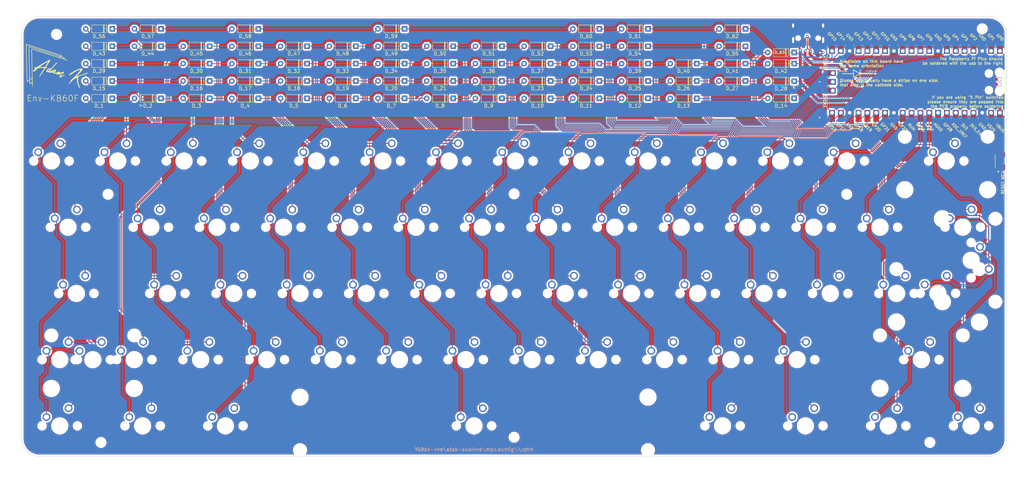
<source format=kicad_pcb>
(kicad_pcb (version 20171130) (host pcbnew "(5.1.9)-1")
  (layers (0 F.Cu signal) (31 B.Cu signal) (34 B.Paste user) (35 F.Paste user) (36 B.SilkS user) (37 F.SilkS user) (38 B.Mask user) (39 F.Mask user) (44 Edge.Cuts user))
  (net 0 "")
  (net 1 col0)
  (net 2 col1)
  (net 3 col2)
  (net 4 col3)
  (net 5 col4)
  (net 6 col5)
  (net 7 col6)
  (net 8 col7)
  (net 9 col8)
  (net 10 col9)
  (net 11 col10)
  (net 12 col11)
  (net 13 col12)
  (net 14 col13)
  (net 15 col14)
  (net 16 row0)
  (net 17 row1)
  (net 18 row2)
  (net 19 row3)
  (net 20 row4)
  (net 21 "Net-(D_1-Pad2)")
  (net 22 "Net-(D_2-Pad2)")
  (net 23 "Net-(D_3-Pad2)")
  (net 24 "Net-(D_4-Pad2)")
  (net 25 "Net-(D_5-Pad2)")
  (net 26 "Net-(D_6-Pad2)")
  (net 27 "Net-(D_7-Pad2)")
  (net 28 "Net-(D_8-Pad2)")
  (net 29 "Net-(D_9-Pad2)")
  (net 30 "Net-(D_10-Pad2)")
  (net 31 "Net-(D_11-Pad2)")
  (net 32 "Net-(D_12-Pad2)")
  (net 33 "Net-(D_13-Pad2)")
  (net 34 "Net-(D_14-Pad2)")
  (net 35 "Net-(D_15-Pad2)")
  (net 36 "Net-(D_16-Pad2)")
  (net 37 "Net-(D_17-Pad2)")
  (net 38 "Net-(D_18-Pad2)")
  (net 39 "Net-(D_19-Pad2)")
  (net 40 "Net-(D_20-Pad2)")
  (net 41 "Net-(D_21-Pad2)")
  (net 42 "Net-(D_22-Pad2)")
  (net 43 "Net-(D_23-Pad2)")
  (net 44 "Net-(D_24-Pad2)")
  (net 45 "Net-(D_25-Pad2)")
  (net 46 "Net-(D_26-Pad2)")
  (net 47 "Net-(D_28-Pad2)")
  (net 48 "Net-(D_29-Pad2)")
  (net 49 "Net-(D_30-Pad2)")
  (net 50 "Net-(D_31-Pad2)")
  (net 51 "Net-(D_32-Pad2)")
  (net 52 "Net-(D_33-Pad2)")
  (net 53 "Net-(D_34-Pad2)")
  (net 54 "Net-(D_35-Pad2)")
  (net 55 "Net-(D_36-Pad2)")
  (net 56 "Net-(D_37-Pad2)")
  (net 57 "Net-(D_38-Pad2)")
  (net 58 "Net-(D_39-Pad2)")
  (net 59 "Net-(D_40-Pad2)")
  (net 60 "Net-(D_27-Pad2)")
  (net 61 "Net-(D_41-Pad2)")
  (net 62 "Net-(D_42-Pad2)")
  (net 63 "Net-(D_43-Pad2)")
  (net 64 "Net-(D_44-Pad2)")
  (net 65 "Net-(D_45-Pad2)")
  (net 66 "Net-(D_46-Pad2)")
  (net 67 "Net-(D_47-Pad2)")
  (net 68 "Net-(D_48-Pad2)")
  (net 69 "Net-(D_49-Pad2)")
  (net 70 "Net-(D_50-Pad2)")
  (net 71 "Net-(D_51-Pad2)")
  (net 72 "Net-(D_52-Pad2)")
  (net 73 "Net-(D_53-Pad2)")
  (net 74 "Net-(D_54-Pad2)")
  (net 75 "Net-(D_55-Pad2)")
  (net 76 "Net-(D_56-Pad2)")
  (net 77 "Net-(D_57-Pad2)")
  (net 78 "Net-(D_58-Pad2)")
  (net 79 "Net-(D_59-Pad2)")
  (net 80 "Net-(D_60-Pad2)")
  (net 81 "Net-(D_61-Pad2)")
  (net 82 "Net-(U1-Pad43)")
  (net 83 "Net-(U1-Pad42)")
  (net 84 "Net-(U1-Pad41)")
  (net 85 "Net-(U1-Pad33)")
  (net 86 "Net-(U1-Pad34)")
  (net 87 "Net-(U1-Pad35)")
  (net 88 "Net-(U1-Pad36)")
  (net 89 "Net-(U1-Pad37)")
  (net 90 "Net-(U1-Pad39)")
  (net 91 "Net-(U1-Pad6)")
  (net 92 "Net-(U1-Pad5)")
  (net 93 "Net-(U1-Pad4)")
  (net 94 "Net-(U1-Pad2)")
  (net 95 "Net-(U1-Pad1)")
  (net 96 GND)
  (net 97 RUNPIN)
  (net 98 "Net-(D_62-Pad2)")
  (net 99 "Net-(D_63-Pad2)")
  (net 100 VBUS)
  (net 101 "Net-(5.1K2-Pad2)")
  (net 102 "Net-(5.1K1-Pad1)")
  (net 103 USB2_N)
  (net 104 USB2_P)
  (module MountingHole:MountingHole_2.2mm_M2 (layer F.Cu) (at 353.05 36.5)
    (fp_text reference H11)
    (fp_text value MountingHole)
    (pad 1 np_thru_hole circle (at 0 0) (size 2.2 2.2) (drill 2.2) (layers *.Cu *.Mask))
  )
  (module MCU_RaspberryPi_and_Boards:RPi_Pico_SMD_TH (layer F.Cu) (at 334 51.75 270)
    (fp_text reference U1)
    (fp_text value Pico)
    (fp_text user SWDIO (at 5.6 26.2 90) (layer F.SilkS) (effects (font (size 0.8 0.8))))
    (fp_text user SWCLK (at -5.7 26.2 90) (layer F.SilkS) (effects (font (size 0.8 0.8))))
    (fp_text user AGND (at 13.054 -6.35 135) (layer F.SilkS) (effects (font (size 0.8 0.8))))
    (fp_text user GND (at 12.8 -19.05 135) (layer F.SilkS) (effects (font (size 0.8 0.8))))
    (fp_text user GND (at 12.8 6.35 135) (layer F.SilkS) (effects (font (size 0.8 0.8))))
    (fp_text user GND (at 12.8 19.05 135) (layer F.SilkS) (effects (font (size 0.8 0.8))))
    (fp_text user GND (at -12.8 19.05 135) (layer F.SilkS) (effects (font (size 0.8 0.8))))
    (fp_text user GND (at -12.8 6.35 135) (layer F.SilkS) (effects (font (size 0.8 0.8))))
    (fp_text user GND (at -12.8 -6.35 135) (layer F.SilkS) (effects (font (size 0.8 0.8))))
    (fp_text user GND (at -12.8 -19.05 135) (layer F.SilkS) (effects (font (size 0.8 0.8))))
    (fp_text user VBUS (at 13.3 -24.2 135) (layer F.SilkS) (effects (font (size 0.8 0.8))))
    (fp_text user VSYS (at 13.2 -21.59 135) (layer F.SilkS) (effects (font (size 0.8 0.8))))
    (fp_text user 3V3_EN (at 13.7 -17.2 135) (layer F.SilkS) (effects (font (size 0.8 0.8))))
    (fp_text user 3V3 (at 12.9 -13.9 135) (layer F.SilkS) (effects (font (size 0.8 0.8))))
    (fp_text user ADC_VREF (at 14 -12.5 135) (layer F.SilkS) (effects (font (size 0.8 0.8))))
    (fp_text user GP28 (at 13.054 -9.144 135) (layer F.SilkS) (effects (font (size 0.8 0.8))))
    (fp_text user GP27 (at 13.054 -3.8 135) (layer F.SilkS) (effects (font (size 0.8 0.8))))
    (fp_text user GP26 (at 13.054 -1.27 135) (layer F.SilkS) (effects (font (size 0.8 0.8))))
    (fp_text user RUN (at 13 1.27 135) (layer F.SilkS) (effects (font (size 0.8 0.8))))
    (fp_text user GP22 (at 13.054 3.81 135) (layer F.SilkS) (effects (font (size 0.8 0.8))))
    (fp_text user GP21 (at 13.054 8.9 135) (layer F.SilkS) (effects (font (size 0.8 0.8))))
    (fp_text user GP20 (at 13.054 11.43 135) (layer F.SilkS) (effects (font (size 0.8 0.8))))
    (fp_text user GP19 (at 13.054 13.97 135) (layer F.SilkS) (effects (font (size 0.8 0.8))))
    (fp_text user GP18 (at 13.054 16.51 135) (layer F.SilkS) (effects (font (size 0.8 0.8))))
    (fp_text user GP17 (at 13.054 21.59 135) (layer F.SilkS) (effects (font (size 0.8 0.8))))
    (fp_text user GP16 (at 13.054 24.13 135) (layer F.SilkS) (effects (font (size 0.8 0.8))))
    (fp_text user GP15 (at -13.054 24.13 135) (layer F.SilkS) (effects (font (size 0.8 0.8))))
    (fp_text user GP14 (at -13.1 21.59 135) (layer F.SilkS) (effects (font (size 0.8 0.8))))
    (fp_text user GP13 (at -13.054 16.51 135) (layer F.SilkS) (effects (font (size 0.8 0.8))))
    (fp_text user GP12 (at -13.2 13.97 135) (layer F.SilkS) (effects (font (size 0.8 0.8))))
    (fp_text user GP11 (at -13.2 11.43 135) (layer F.SilkS) (effects (font (size 0.8 0.8))))
    (fp_text user GP10 (at -13.054 8.89 135) (layer F.SilkS) (effects (font (size 0.8 0.8))))
    (fp_text user GP9 (at -12.8 3.81 135) (layer F.SilkS) (effects (font (size 0.8 0.8))))
    (fp_text user GP8 (at -12.8 1.27 135) (layer F.SilkS) (effects (font (size 0.8 0.8))))
    (fp_text user GP7 (at -12.7 -1.3 135) (layer F.SilkS) (effects (font (size 0.8 0.8))))
    (fp_text user GP6 (at -12.8 -3.81 135) (layer F.SilkS) (effects (font (size 0.8 0.8))))
    (fp_text user GP5 (at -12.8 -8.89 135) (layer F.SilkS) (effects (font (size 0.8 0.8))))
    (fp_text user GP4 (at -12.8 -11.43 135) (layer F.SilkS) (effects (font (size 0.8 0.8))))
    (fp_text user GP3 (at -12.8 -13.97 135) (layer F.SilkS) (effects (font (size 0.8 0.8))))
    (fp_text user GP0 (at -12.8 -24.13 135) (layer F.SilkS) (effects (font (size 0.8 0.8))))
    (fp_text user GP2 (at -12.9 -16.51 135) (layer F.SilkS) (effects (font (size 0.8 0.8))))
    (fp_text user GP1 (at -12.9 -21.6 135) (layer F.SilkS) (effects (font (size 0.8 0.8))))
    (pad 43 thru_hole oval (at 2.54 23.9 270) (size 1.7 1.7) (drill 1.02) (layers *.Cu *.Mask) (net 82 "Net-(U1-Pad43)"))
    (pad 43 smd rect (at 2.54 23.9) (size 3.5 1.7) (drill (offset -0.9 0)) (layers F.Cu F.Mask) (net 82 "Net-(U1-Pad43)"))
    (pad 42 thru_hole rect (at 0 23.9 270) (size 1.7 1.7) (drill 1.02) (layers *.Cu *.Mask) (net 83 "Net-(U1-Pad42)"))
    (pad 42 smd rect (at 0 23.9) (size 3.5 1.7) (drill (offset -0.9 0)) (layers F.Cu F.Mask) (net 83 "Net-(U1-Pad42)"))
    (pad 41 thru_hole oval (at -2.54 23.9 270) (size 1.7 1.7) (drill 1.02) (layers *.Cu *.Mask) (net 84 "Net-(U1-Pad41)"))
    (pad 41 smd rect (at -2.54 23.9) (size 3.5 1.7) (drill (offset -0.9 0)) (layers F.Cu F.Mask) (net 84 "Net-(U1-Pad41)"))
    (pad "" np_thru_hole oval (at 2.425 -20.97 270) (size 1.5 1.5) (drill 1.5) (layers *.Cu *.Mask))
    (pad "" np_thru_hole oval (at -2.425 -20.97 270) (size 1.5 1.5) (drill 1.5) (layers *.Cu *.Mask))
    (pad "" np_thru_hole oval (at 2.725 -24 270) (size 1.8 1.8) (drill 1.8) (layers *.Cu *.Mask))
    (pad "" np_thru_hole oval (at -2.725 -24 270) (size 1.8 1.8) (drill 1.8) (layers *.Cu *.Mask))
    (pad 21 smd rect (at 8.89 24.13 270) (size 3.5 1.7) (drill (offset 0.9 0)) (layers F.Cu F.Mask) (net 7 col6))
    (pad 22 smd rect (at 8.89 21.59 270) (size 3.5 1.7) (drill (offset 0.9 0)) (layers F.Cu F.Mask) (net 8 col7))
    (pad 23 smd rect (at 8.89 19.05 270) (size 3.5 1.7) (drill (offset 0.9 0)) (layers F.Cu F.Mask) (net 96 GND))
    (pad 24 smd rect (at 8.89 16.51 270) (size 3.5 1.7) (drill (offset 0.9 0)) (layers F.Cu F.Mask) (net 9 col8))
    (pad 25 smd rect (at 8.89 13.97 270) (size 3.5 1.7) (drill (offset 0.9 0)) (layers F.Cu F.Mask) (net 10 col9))
    (pad 26 smd rect (at 8.89 11.43 270) (size 3.5 1.7) (drill (offset 0.9 0)) (layers F.Cu F.Mask) (net 11 col10))
    (pad 27 smd rect (at 8.89 8.89 270) (size 3.5 1.7) (drill (offset 0.9 0)) (layers F.Cu F.Mask) (net 12 col11))
    (pad 28 smd rect (at 8.89 6.35 270) (size 3.5 1.7) (drill (offset 0.9 0)) (layers F.Cu F.Mask) (net 96 GND))
    (pad 29 smd rect (at 8.89 3.81 270) (size 3.5 1.7) (drill (offset 0.9 0)) (layers F.Cu F.Mask) (net 13 col12))
    (pad 30 smd rect (at 8.89 1.27 270) (size 3.5 1.7) (drill (offset 0.9 0)) (layers F.Cu F.Mask) (net 97 RUNPIN))
    (pad 31 smd rect (at 8.89 -1.27 270) (size 3.5 1.7) (drill (offset 0.9 0)) (layers F.Cu F.Mask) (net 14 col13))
    (pad 32 smd rect (at 8.89 -3.81 270) (size 3.5 1.7) (drill (offset 0.9 0)) (layers F.Cu F.Mask) (net 15 col14))
    (pad 33 smd rect (at 8.89 -6.35 270) (size 3.5 1.7) (drill (offset 0.9 0)) (layers F.Cu F.Mask) (net 85 "Net-(U1-Pad33)"))
    (pad 34 smd rect (at 8.89 -8.89 270) (size 3.5 1.7) (drill (offset 0.9 0)) (layers F.Cu F.Mask) (net 86 "Net-(U1-Pad34)"))
    (pad 35 smd rect (at 8.89 -11.43 270) (size 3.5 1.7) (drill (offset 0.9 0)) (layers F.Cu F.Mask) (net 87 "Net-(U1-Pad35)"))
    (pad 36 smd rect (at 8.89 -13.97 270) (size 3.5 1.7) (drill (offset 0.9 0)) (layers F.Cu F.Mask) (net 88 "Net-(U1-Pad36)"))
    (pad 37 smd rect (at 8.89 -16.51 270) (size 3.5 1.7) (drill (offset 0.9 0)) (layers F.Cu F.Mask) (net 89 "Net-(U1-Pad37)"))
    (pad 38 smd rect (at 8.89 -19.05 270) (size 3.5 1.7) (drill (offset 0.9 0)) (layers F.Cu F.Mask) (net 96 GND))
    (pad 39 smd rect (at 8.89 -21.59 270) (size 3.5 1.7) (drill (offset 0.9 0)) (layers F.Cu F.Mask) (net 90 "Net-(U1-Pad39)"))
    (pad 40 smd rect (at 8.89 -24.13 270) (size 3.5 1.7) (drill (offset 0.9 0)) (layers F.Cu F.Mask) (net 100 VBUS))
    (pad 20 smd rect (at -8.89 24.13 270) (size 3.5 1.7) (drill (offset -0.9 0)) (layers F.Cu F.Mask) (net 20 row4))
    (pad 19 smd rect (at -8.89 21.59 270) (size 3.5 1.7) (drill (offset -0.9 0)) (layers F.Cu F.Mask) (net 19 row3))
    (pad 18 smd rect (at -8.89 19.05 270) (size 3.5 1.7) (drill (offset -0.9 0)) (layers F.Cu F.Mask) (net 96 GND))
    (pad 17 smd rect (at -8.89 16.51 270) (size 3.5 1.7) (drill (offset -0.9 0)) (layers F.Cu F.Mask) (net 18 row2))
    (pad 16 smd rect (at -8.89 13.97 270) (size 3.5 1.7) (drill (offset -0.9 0)) (layers F.Cu F.Mask) (net 17 row1))
    (pad 15 smd rect (at -8.89 11.43 270) (size 3.5 1.7) (drill (offset -0.9 0)) (layers F.Cu F.Mask) (net 16 row0))
    (pad 14 smd rect (at -8.89 8.89 270) (size 3.5 1.7) (drill (offset -0.9 0)) (layers F.Cu F.Mask) (net 1 col0))
    (pad 13 smd rect (at -8.89 6.35 270) (size 3.5 1.7) (drill (offset -0.9 0)) (layers F.Cu F.Mask) (net 96 GND))
    (pad 12 smd rect (at -8.89 3.81 270) (size 3.5 1.7) (drill (offset -0.9 0)) (layers F.Cu F.Mask) (net 2 col1))
    (pad 11 smd rect (at -8.89 1.27 270) (size 3.5 1.7) (drill (offset -0.9 0)) (layers F.Cu F.Mask) (net 3 col2))
    (pad 10 smd rect (at -8.89 -1.27 270) (size 3.5 1.7) (drill (offset -0.9 0)) (layers F.Cu F.Mask) (net 4 col3))
    (pad 9 smd rect (at -8.89 -3.81 270) (size 3.5 1.7) (drill (offset -0.9 0)) (layers F.Cu F.Mask) (net 5 col4))
    (pad 8 smd rect (at -8.89 -6.35 270) (size 3.5 1.7) (drill (offset -0.9 0)) (layers F.Cu F.Mask) (net 96 GND))
    (pad 7 smd rect (at -8.89 -8.89 270) (size 3.5 1.7) (drill (offset -0.9 0)) (layers F.Cu F.Mask) (net 6 col5))
    (pad 6 smd rect (at -8.89 -11.43 270) (size 3.5 1.7) (drill (offset -0.9 0)) (layers F.Cu F.Mask) (net 91 "Net-(U1-Pad6)"))
    (pad 5 smd rect (at -8.89 -13.97 270) (size 3.5 1.7) (drill (offset -0.9 0)) (layers F.Cu F.Mask) (net 92 "Net-(U1-Pad5)"))
    (pad 4 smd rect (at -8.89 -16.51 270) (size 3.5 1.7) (drill (offset -0.9 0)) (layers F.Cu F.Mask) (net 93 "Net-(U1-Pad4)"))
    (pad 3 smd rect (at -8.89 -19.05 270) (size 3.5 1.7) (drill (offset -0.9 0)) (layers F.Cu F.Mask) (net 96 GND))
    (pad 2 smd rect (at -8.89 -21.59 270) (size 3.5 1.7) (drill (offset -0.9 0)) (layers F.Cu F.Mask) (net 94 "Net-(U1-Pad2)"))
    (pad 1 smd rect (at -8.89 -24.13 270) (size 3.5 1.7) (drill (offset -0.9 0)) (layers F.Cu F.Mask) (net 95 "Net-(U1-Pad1)"))
    (pad 40 thru_hole oval (at 8.89 -24.13 270) (size 1.7 1.7) (drill 1.02) (layers *.Cu *.Mask) (net 100 VBUS))
    (pad 39 thru_hole oval (at 8.89 -21.59 270) (size 1.7 1.7) (drill 1.02) (layers *.Cu *.Mask) (net 90 "Net-(U1-Pad39)"))
    (pad 38 thru_hole rect (at 8.89 -19.05 270) (size 1.7 1.7) (drill 1.02) (layers *.Cu *.Mask) (net 96 GND))
    (pad 37 thru_hole oval (at 8.89 -16.51 270) (size 1.7 1.7) (drill 1.02) (layers *.Cu *.Mask) (net 89 "Net-(U1-Pad37)"))
    (pad 36 thru_hole oval (at 8.89 -13.97 270) (size 1.7 1.7) (drill 1.02) (layers *.Cu *.Mask) (net 88 "Net-(U1-Pad36)"))
    (pad 35 thru_hole oval (at 8.89 -11.43 270) (size 1.7 1.7) (drill 1.02) (layers *.Cu *.Mask) (net 87 "Net-(U1-Pad35)"))
    (pad 34 thru_hole oval (at 8.89 -8.89 270) (size 1.7 1.7) (drill 1.02) (layers *.Cu *.Mask) (net 86 "Net-(U1-Pad34)"))
    (pad 33 thru_hole rect (at 8.89 -6.35 270) (size 1.7 1.7) (drill 1.02) (layers *.Cu *.Mask) (net 85 "Net-(U1-Pad33)"))
    (pad 32 thru_hole oval (at 8.89 -3.81 270) (size 1.7 1.7) (drill 1.02) (layers *.Cu *.Mask) (net 15 col14))
    (pad 31 thru_hole oval (at 8.89 -1.27 270) (size 1.7 1.7) (drill 1.02) (layers *.Cu *.Mask) (net 14 col13))
    (pad 30 thru_hole oval (at 8.89 1.27 270) (size 1.7 1.7) (drill 1.02) (layers *.Cu *.Mask) (net 97 RUNPIN))
    (pad 29 thru_hole oval (at 8.89 3.81 270) (size 1.7 1.7) (drill 1.02) (layers *.Cu *.Mask) (net 13 col12))
    (pad 28 thru_hole rect (at 8.89 6.35 270) (size 1.7 1.7) (drill 1.02) (layers *.Cu *.Mask) (net 96 GND))
    (pad 27 thru_hole oval (at 8.89 8.89 270) (size 1.7 1.7) (drill 1.02) (layers *.Cu *.Mask) (net 12 col11))
    (pad 26 thru_hole oval (at 8.89 11.43 270) (size 1.7 1.7) (drill 1.02) (layers *.Cu *.Mask) (net 11 col10))
    (pad 25 thru_hole oval (at 8.89 13.97 270) (size 1.7 1.7) (drill 1.02) (layers *.Cu *.Mask) (net 10 col9))
    (pad 24 thru_hole oval (at 8.89 16.51 270) (size 1.7 1.7) (drill 1.02) (layers *.Cu *.Mask) (net 9 col8))
    (pad 23 thru_hole rect (at 8.89 19.05 270) (size 1.7 1.7) (drill 1.02) (layers *.Cu *.Mask) (net 96 GND))
    (pad 22 thru_hole oval (at 8.89 21.59 270) (size 1.7 1.7) (drill 1.02) (layers *.Cu *.Mask) (net 8 col7))
    (pad 21 thru_hole oval (at 8.89 24.13 270) (size 1.7 1.7) (drill 1.02) (layers *.Cu *.Mask) (net 7 col6))
    (pad 20 thru_hole oval (at -8.89 24.13 270) (size 1.7 1.7) (drill 1.02) (layers *.Cu *.Mask) (net 20 row4))
    (pad 19 thru_hole oval (at -8.89 21.59 270) (size 1.7 1.7) (drill 1.02) (layers *.Cu *.Mask) (net 19 row3))
    (pad 18 thru_hole rect (at -8.89 19.05 270) (size 1.7 1.7) (drill 1.02) (layers *.Cu *.Mask) (net 96 GND))
    (pad 17 thru_hole oval (at -8.89 16.51 270) (size 1.7 1.7) (drill 1.02) (layers *.Cu *.Mask) (net 18 row2))
    (pad 16 thru_hole oval (at -8.89 13.97 270) (size 1.7 1.7) (drill 1.02) (layers *.Cu *.Mask) (net 17 row1))
    (pad 15 thru_hole oval (at -8.89 11.43 270) (size 1.7 1.7) (drill 1.02) (layers *.Cu *.Mask) (net 16 row0))
    (pad 14 thru_hole oval (at -8.89 8.89 270) (size 1.7 1.7) (drill 1.02) (layers *.Cu *.Mask) (net 1 col0))
    (pad 13 thru_hole rect (at -8.89 6.35 270) (size 1.7 1.7) (drill 1.02) (layers *.Cu *.Mask) (net 96 GND))
    (pad 12 thru_hole oval (at -8.89 3.81 270) (size 1.7 1.7) (drill 1.02) (layers *.Cu *.Mask) (net 2 col1))
    (pad 11 thru_hole oval (at -8.89 1.27 270) (size 1.7 1.7) (drill 1.02) (layers *.Cu *.Mask) (net 3 col2))
    (pad 10 thru_hole oval (at -8.89 -1.27 270) (size 1.7 1.7) (drill 1.02) (layers *.Cu *.Mask) (net 4 col3))
    (pad 9 thru_hole oval (at -8.89 -3.81 270) (size 1.7 1.7) (drill 1.02) (layers *.Cu *.Mask) (net 5 col4))
    (pad 8 thru_hole rect (at -8.89 -6.35 270) (size 1.7 1.7) (drill 1.02) (layers *.Cu *.Mask) (net 96 GND))
    (pad 7 thru_hole oval (at -8.89 -8.89 270) (size 1.7 1.7) (drill 1.02) (layers *.Cu *.Mask) (net 6 col5))
    (pad 6 thru_hole oval (at -8.89 -11.43 270) (size 1.7 1.7) (drill 1.02) (layers *.Cu *.Mask) (net 91 "Net-(U1-Pad6)"))
    (pad 5 thru_hole oval (at -8.89 -13.97 270) (size 1.7 1.7) (drill 1.02) (layers *.Cu *.Mask) (net 92 "Net-(U1-Pad5)"))
    (pad 4 thru_hole oval (at -8.89 -16.51 270) (size 1.7 1.7) (drill 1.02) (layers *.Cu *.Mask) (net 93 "Net-(U1-Pad4)"))
    (pad 3 thru_hole rect (at -8.89 -19.05 270) (size 1.7 1.7) (drill 1.02) (layers *.Cu *.Mask) (net 96 GND))
    (pad 2 thru_hole oval (at -8.89 -21.59 270) (size 1.7 1.7) (drill 1.02) (layers *.Cu *.Mask) (net 94 "Net-(U1-Pad2)"))
    (pad 1 thru_hole oval (at -8.89 -24.13 270) (size 1.7 1.7) (drill 1.02) (layers *.Cu *.Mask) (net 95 "Net-(U1-Pad1)"))
  )
  (module AKLogo:diode (layer F.Cu) (at 317 49.4)
    (fp_text reference G*** hide)
    (fp_text value LOGO hide)
  )
  (module Resistor_SMD:R_0201_0603Metric (layer F.Cu) (at 297.25 37 180)
    (fp_text reference 5.1K1)
    (fp_text value R_Small)
    (pad 2 smd roundrect (at 0.32 0 180) (size 0.46 0.4) (layers F.Cu F.Mask) (net 96 GND))
    (pad 1 smd roundrect (at -0.32 0 180) (size 0.46 0.4) (layers F.Cu F.Mask) (net 102 "Net-(5.1K1-Pad1)"))
  )
  (module Resistor_SMD:R_0201_0603Metric (layer F.Cu) (at 297.25 38)
    (fp_text reference 5.1K2)
    (fp_text value R_Small)
    (pad 2 smd roundrect (at 0.32 0) (size 0.46 0.4) (layers F.Cu F.Mask) (net 101 "Net-(5.1K2-Pad2)"))
    (pad 1 smd roundrect (at -0.32 0) (size 0.46 0.4) (layers F.Cu F.Mask) (net 96 GND))
  )
  (module HRO-TYPE-C31-M-12:HRO-TYPE-C-31-M-12 (layer F.Cu) (at 302.995001 32.955001 180)
    (fp_text reference USB1)
    (fp_text value HRO-TYPE-C-31-M-12)
    (pad 12 smd rect (at 3.225 -7.695 180) (size 0.6 1.45) (layers F.Cu F.Paste F.Mask) (net 96 GND))
    (pad 1 smd rect (at -3.225 -7.695 180) (size 0.6 1.45) (layers F.Cu F.Paste F.Mask) (net 96 GND))
    (pad 11 smd rect (at 2.45 -7.695 180) (size 0.6 1.45) (layers F.Cu F.Paste F.Mask) (net 100 VBUS))
    (pad 2 smd rect (at -2.45 -7.695 180) (size 0.6 1.45) (layers F.Cu F.Paste F.Mask) (net 100 VBUS))
    (pad 3 smd rect (at -1.75 -7.695 180) (size 0.3 1.45) (layers F.Cu F.Paste F.Mask))
    (pad 10 smd rect (at 1.75 -7.695 180) (size 0.3 1.45) (layers F.Cu F.Paste F.Mask) (net 101 "Net-(5.1K2-Pad2)"))
    (pad 4 smd rect (at -1.25 -7.695 180) (size 0.3 1.45) (layers F.Cu F.Paste F.Mask) (net 102 "Net-(5.1K1-Pad1)"))
    (pad 9 smd rect (at 1.25 -7.695 180) (size 0.3 1.45) (layers F.Cu F.Paste F.Mask))
    (pad 5 smd rect (at -0.75 -7.695 180) (size 0.3 1.45) (layers F.Cu F.Paste F.Mask) (net 103 USB2_N))
    (pad 8 smd rect (at 0.75 -7.695 180) (size 0.3 1.45) (layers F.Cu F.Paste F.Mask) (net 104 USB2_P))
    (pad 7 smd rect (at 0.25 -7.695 180) (size 0.3 1.45) (layers F.Cu F.Paste F.Mask) (net 103 USB2_N))
    (pad 6 smd rect (at -0.25 -7.695 180) (size 0.3 1.45) (layers F.Cu F.Paste F.Mask) (net 104 USB2_P))
    (pad "" np_thru_hole circle (at 2.89 -6.25 180) (size 0.65 0.65) (drill 0.65) (layers *.Cu *.Mask))
    (pad "" np_thru_hole circle (at -2.89 -6.25 180) (size 0.65 0.65) (drill 0.65) (layers *.Cu *.Mask))
    (pad 13 thru_hole oval (at -4.32 -6.78 180) (size 1 2.1) (drill oval 0.6 1.7) (layers *.Cu B.Mask) (net 96 GND))
    (pad 13 thru_hole oval (at 4.32 -6.78 180) (size 1 2.1) (drill oval 0.6 1.7) (layers *.Cu B.Mask) (net 96 GND))
    (pad 13 thru_hole oval (at -4.32 -2.6 180) (size 1 1.6) (drill oval 0.6 1.2) (layers *.Cu B.Mask) (net 96 GND))
    (pad 13 thru_hole oval (at 4.32 -2.6 180) (size 1 1.6) (drill oval 0.6 1.2) (layers *.Cu B.Mask) (net 96 GND))
  )
  (module Diode_THT:D_DO-35_SOD27_P7.62mm_Horizontal (layer F.Cu) (at 103 56.5 180)
    (fp_text reference D_1 (at 3.81 -2.12) (layer F.SilkS))
    (fp_text value D)
    (pad 2 thru_hole oval (at 7.62 0 180) (size 1.6 1.6) (drill 0.8) (layers *.Cu *.Mask) (net 21 "Net-(D_1-Pad2)"))
    (pad 1 thru_hole rect (at 0 0 180) (size 1.6 1.6) (drill 0.8) (layers *.Cu *.Mask) (net 16 row0))
  )
  (module Diode_THT:D_DO-35_SOD27_P7.62mm_Horizontal (layer F.Cu) (at 117 56.5 180)
    (fp_text reference D_2 (at 3.81 -2.12) (layer F.SilkS))
    (fp_text value D)
    (pad 2 thru_hole oval (at 7.62 0 180) (size 1.6 1.6) (drill 0.8) (layers *.Cu *.Mask) (net 22 "Net-(D_2-Pad2)"))
    (pad 1 thru_hole rect (at 0 0 180) (size 1.6 1.6) (drill 0.8) (layers *.Cu *.Mask) (net 16 row0))
  )
  (module Diode_THT:D_DO-35_SOD27_P7.62mm_Horizontal (layer F.Cu) (at 131 56.5 180)
    (fp_text reference D_3 (at 3.81 -2.12) (layer F.SilkS))
    (fp_text value D)
    (pad 2 thru_hole oval (at 7.62 0 180) (size 1.6 1.6) (drill 0.8) (layers *.Cu *.Mask) (net 23 "Net-(D_3-Pad2)"))
    (pad 1 thru_hole rect (at 0 0 180) (size 1.6 1.6) (drill 0.8) (layers *.Cu *.Mask) (net 16 row0))
  )
  (module Diode_THT:D_DO-35_SOD27_P7.62mm_Horizontal (layer F.Cu) (at 145 56.5 180)
    (fp_text reference D_4 (at 3.81 -2.12) (layer F.SilkS))
    (fp_text value D)
    (pad 2 thru_hole oval (at 7.62 0 180) (size 1.6 1.6) (drill 0.8) (layers *.Cu *.Mask) (net 24 "Net-(D_4-Pad2)"))
    (pad 1 thru_hole rect (at 0 0 180) (size 1.6 1.6) (drill 0.8) (layers *.Cu *.Mask) (net 16 row0))
  )
  (module Diode_THT:D_DO-35_SOD27_P7.62mm_Horizontal (layer F.Cu) (at 159 56.5 180)
    (fp_text reference D_5 (at 3.81 -2.12) (layer F.SilkS))
    (fp_text value D)
    (pad 2 thru_hole oval (at 7.62 0 180) (size 1.6 1.6) (drill 0.8) (layers *.Cu *.Mask) (net 25 "Net-(D_5-Pad2)"))
    (pad 1 thru_hole rect (at 0 0 180) (size 1.6 1.6) (drill 0.8) (layers *.Cu *.Mask) (net 16 row0))
  )
  (module Diode_THT:D_DO-35_SOD27_P7.62mm_Horizontal (layer F.Cu) (at 173 56.5 180)
    (fp_text reference D_6 (at 3.81 -2.12) (layer F.SilkS))
    (fp_text value D)
    (pad 2 thru_hole oval (at 7.62 0 180) (size 1.6 1.6) (drill 0.8) (layers *.Cu *.Mask) (net 26 "Net-(D_6-Pad2)"))
    (pad 1 thru_hole rect (at 0 0 180) (size 1.6 1.6) (drill 0.8) (layers *.Cu *.Mask) (net 16 row0))
  )
  (module Diode_THT:D_DO-35_SOD27_P7.62mm_Horizontal (layer F.Cu) (at 187 56.5 180)
    (fp_text reference D_7 (at 3.81 -2.12) (layer F.SilkS))
    (fp_text value D)
    (pad 2 thru_hole oval (at 7.62 0 180) (size 1.6 1.6) (drill 0.8) (layers *.Cu *.Mask) (net 27 "Net-(D_7-Pad2)"))
    (pad 1 thru_hole rect (at 0 0 180) (size 1.6 1.6) (drill 0.8) (layers *.Cu *.Mask) (net 16 row0))
  )
  (module Diode_THT:D_DO-35_SOD27_P7.62mm_Horizontal (layer F.Cu) (at 201 56.5 180)
    (fp_text reference D_8 (at 3.81 -2.12) (layer F.SilkS))
    (fp_text value D)
    (pad 2 thru_hole oval (at 7.62 0 180) (size 1.6 1.6) (drill 0.8) (layers *.Cu *.Mask) (net 28 "Net-(D_8-Pad2)"))
    (pad 1 thru_hole rect (at 0 0 180) (size 1.6 1.6) (drill 0.8) (layers *.Cu *.Mask) (net 16 row0))
  )
  (module Diode_THT:D_DO-35_SOD27_P7.62mm_Horizontal (layer F.Cu) (at 215 56.5 180)
    (fp_text reference D_9 (at 3.81 -2.12) (layer F.SilkS))
    (fp_text value D)
    (pad 2 thru_hole oval (at 7.62 0 180) (size 1.6 1.6) (drill 0.8) (layers *.Cu *.Mask) (net 29 "Net-(D_9-Pad2)"))
    (pad 1 thru_hole rect (at 0 0 180) (size 1.6 1.6) (drill 0.8) (layers *.Cu *.Mask) (net 16 row0))
  )
  (module Diode_THT:D_DO-35_SOD27_P7.62mm_Horizontal (layer F.Cu) (at 229 56.5 180)
    (fp_text reference D_10 (at 3.81 -2.12) (layer F.SilkS))
    (fp_text value D)
    (pad 1 thru_hole rect (at 0 0 180) (size 1.6 1.6) (drill 0.8) (layers *.Cu *.Mask) (net 16 row0))
    (pad 2 thru_hole oval (at 7.62 0 180) (size 1.6 1.6) (drill 0.8) (layers *.Cu *.Mask) (net 30 "Net-(D_10-Pad2)"))
  )
  (module Diode_THT:D_DO-35_SOD27_P7.62mm_Horizontal (layer F.Cu) (at 243 56.5 180)
    (fp_text reference D_11 (at 3.81 -2.12) (layer F.SilkS))
    (fp_text value D)
    (pad 2 thru_hole oval (at 7.62 0 180) (size 1.6 1.6) (drill 0.8) (layers *.Cu *.Mask) (net 31 "Net-(D_11-Pad2)"))
    (pad 1 thru_hole rect (at 0 0 180) (size 1.6 1.6) (drill 0.8) (layers *.Cu *.Mask) (net 16 row0))
  )
  (module Diode_THT:D_DO-35_SOD27_P7.62mm_Horizontal (layer F.Cu) (at 257 56.5 180)
    (fp_text reference D_12 (at 3.81 -2.12) (layer F.SilkS))
    (fp_text value D)
    (pad 2 thru_hole oval (at 7.62 0 180) (size 1.6 1.6) (drill 0.8) (layers *.Cu *.Mask) (net 32 "Net-(D_12-Pad2)"))
    (pad 1 thru_hole rect (at 0 0 180) (size 1.6 1.6) (drill 0.8) (layers *.Cu *.Mask) (net 16 row0))
  )
  (module Diode_THT:D_DO-35_SOD27_P7.62mm_Horizontal (layer F.Cu) (at 271 56.5 180)
    (fp_text reference D_13 (at 3.81 -2.12) (layer F.SilkS))
    (fp_text value D)
    (pad 2 thru_hole oval (at 7.62 0 180) (size 1.6 1.6) (drill 0.8) (layers *.Cu *.Mask) (net 33 "Net-(D_13-Pad2)"))
    (pad 1 thru_hole rect (at 0 0 180) (size 1.6 1.6) (drill 0.8) (layers *.Cu *.Mask) (net 16 row0))
  )
  (module Diode_THT:D_DO-35_SOD27_P7.62mm_Horizontal (layer F.Cu) (at 299 56.5 180)
    (fp_text reference D_14 (at 3.81 -2.12) (layer F.SilkS))
    (fp_text value D)
    (pad 2 thru_hole oval (at 7.62 0 180) (size 1.6 1.6) (drill 0.8) (layers *.Cu *.Mask) (net 34 "Net-(D_14-Pad2)"))
    (pad 1 thru_hole rect (at 0 0 180) (size 1.6 1.6) (drill 0.8) (layers *.Cu *.Mask) (net 16 row0))
  )
  (module Diode_THT:D_DO-35_SOD27_P7.62mm_Horizontal (layer F.Cu) (at 103 51.5 180)
    (fp_text reference D_15 (at 3.81 -2.12) (layer F.SilkS))
    (fp_text value D)
    (pad 2 thru_hole oval (at 7.62 0 180) (size 1.6 1.6) (drill 0.8) (layers *.Cu *.Mask) (net 35 "Net-(D_15-Pad2)"))
    (pad 1 thru_hole rect (at 0 0 180) (size 1.6 1.6) (drill 0.8) (layers *.Cu *.Mask) (net 17 row1))
  )
  (module Diode_THT:D_DO-35_SOD27_P7.62mm_Horizontal (layer F.Cu) (at 131 51.5 180)
    (fp_text reference D_16 (at 3.81 -2.12) (layer F.SilkS))
    (fp_text value D)
    (pad 2 thru_hole oval (at 7.62 0 180) (size 1.6 1.6) (drill 0.8) (layers *.Cu *.Mask) (net 36 "Net-(D_16-Pad2)"))
    (pad 1 thru_hole rect (at 0 0 180) (size 1.6 1.6) (drill 0.8) (layers *.Cu *.Mask) (net 17 row1))
  )
  (module Diode_THT:D_DO-35_SOD27_P7.62mm_Horizontal (layer F.Cu) (at 145 51.5 180)
    (fp_text reference D_17 (at 3.81 -2.12) (layer F.SilkS))
    (fp_text value D)
    (pad 2 thru_hole oval (at 7.62 0 180) (size 1.6 1.6) (drill 0.8) (layers *.Cu *.Mask) (net 37 "Net-(D_17-Pad2)"))
    (pad 1 thru_hole rect (at 0 0 180) (size 1.6 1.6) (drill 0.8) (layers *.Cu *.Mask) (net 17 row1))
  )
  (module Diode_THT:D_DO-35_SOD27_P7.62mm_Horizontal (layer F.Cu) (at 159 51.5 180)
    (fp_text reference D_18 (at 3.81 -2.12) (layer F.SilkS))
    (fp_text value D)
    (pad 2 thru_hole oval (at 7.62 0 180) (size 1.6 1.6) (drill 0.8) (layers *.Cu *.Mask) (net 38 "Net-(D_18-Pad2)"))
    (pad 1 thru_hole rect (at 0 0 180) (size 1.6 1.6) (drill 0.8) (layers *.Cu *.Mask) (net 17 row1))
  )
  (module Diode_THT:D_DO-35_SOD27_P7.62mm_Horizontal (layer F.Cu) (at 173 51.5 180)
    (fp_text reference D_19 (at 3.81 -2.12) (layer F.SilkS))
    (fp_text value D)
    (pad 2 thru_hole oval (at 7.62 0 180) (size 1.6 1.6) (drill 0.8) (layers *.Cu *.Mask) (net 39 "Net-(D_19-Pad2)"))
    (pad 1 thru_hole rect (at 0 0 180) (size 1.6 1.6) (drill 0.8) (layers *.Cu *.Mask) (net 17 row1))
  )
  (module Diode_THT:D_DO-35_SOD27_P7.62mm_Horizontal (layer F.Cu) (at 187 51.5 180)
    (fp_text reference D_20 (at 3.81 -2.12) (layer F.SilkS))
    (fp_text value D)
    (pad 2 thru_hole oval (at 7.62 0 180) (size 1.6 1.6) (drill 0.8) (layers *.Cu *.Mask) (net 40 "Net-(D_20-Pad2)"))
    (pad 1 thru_hole rect (at 0 0 180) (size 1.6 1.6) (drill 0.8) (layers *.Cu *.Mask) (net 17 row1))
  )
  (module Diode_THT:D_DO-35_SOD27_P7.62mm_Horizontal (layer F.Cu) (at 201 51.5 180)
    (fp_text reference D_21 (at 3.81 -2.12) (layer F.SilkS))
    (fp_text value D)
    (pad 2 thru_hole oval (at 7.62 0 180) (size 1.6 1.6) (drill 0.8) (layers *.Cu *.Mask) (net 41 "Net-(D_21-Pad2)"))
    (pad 1 thru_hole rect (at 0 0 180) (size 1.6 1.6) (drill 0.8) (layers *.Cu *.Mask) (net 17 row1))
  )
  (module Diode_THT:D_DO-35_SOD27_P7.62mm_Horizontal (layer F.Cu) (at 215 51.5 180)
    (fp_text reference D_22 (at 3.81 -2.12) (layer F.SilkS))
    (fp_text value D)
    (pad 2 thru_hole oval (at 7.62 0 180) (size 1.6 1.6) (drill 0.8) (layers *.Cu *.Mask) (net 42 "Net-(D_22-Pad2)"))
    (pad 1 thru_hole rect (at 0 0 180) (size 1.6 1.6) (drill 0.8) (layers *.Cu *.Mask) (net 17 row1))
  )
  (module Diode_THT:D_DO-35_SOD27_P7.62mm_Horizontal (layer F.Cu) (at 229 51.5 180)
    (fp_text reference D_23 (at 3.81 -2.12) (layer F.SilkS))
    (fp_text value D)
    (pad 1 thru_hole rect (at 0 0 180) (size 1.6 1.6) (drill 0.8) (layers *.Cu *.Mask) (net 17 row1))
    (pad 2 thru_hole oval (at 7.62 0 180) (size 1.6 1.6) (drill 0.8) (layers *.Cu *.Mask) (net 43 "Net-(D_23-Pad2)"))
  )
  (module Diode_THT:D_DO-35_SOD27_P7.62mm_Horizontal (layer F.Cu) (at 243 51.5 180)
    (fp_text reference D_24 (at 3.81 -2.12) (layer F.SilkS))
    (fp_text value D)
    (pad 2 thru_hole oval (at 7.62 0 180) (size 1.6 1.6) (drill 0.8) (layers *.Cu *.Mask) (net 44 "Net-(D_24-Pad2)"))
    (pad 1 thru_hole rect (at 0 0 180) (size 1.6 1.6) (drill 0.8) (layers *.Cu *.Mask) (net 17 row1))
  )
  (module Diode_THT:D_DO-35_SOD27_P7.62mm_Horizontal (layer F.Cu) (at 257 51.5 180)
    (fp_text reference D_25 (at 3.81 -2.12) (layer F.SilkS))
    (fp_text value D)
    (pad 2 thru_hole oval (at 7.62 0 180) (size 1.6 1.6) (drill 0.8) (layers *.Cu *.Mask) (net 45 "Net-(D_25-Pad2)"))
    (pad 1 thru_hole rect (at 0 0 180) (size 1.6 1.6) (drill 0.8) (layers *.Cu *.Mask) (net 17 row1))
  )
  (module Diode_THT:D_DO-35_SOD27_P7.62mm_Horizontal (layer F.Cu) (at 271 51.5 180)
    (fp_text reference D_26 (at 3.81 -2.12) (layer F.SilkS))
    (fp_text value D)
    (pad 2 thru_hole oval (at 7.62 0 180) (size 1.6 1.6) (drill 0.8) (layers *.Cu *.Mask) (net 46 "Net-(D_26-Pad2)"))
    (pad 1 thru_hole rect (at 0 0 180) (size 1.6 1.6) (drill 0.8) (layers *.Cu *.Mask) (net 17 row1))
  )
  (module Diode_THT:D_DO-35_SOD27_P7.62mm_Horizontal (layer F.Cu) (at 285 51.5 180)
    (fp_text reference D_27 (at 3.81 -2.12) (layer F.SilkS))
    (fp_text value D)
    (pad 2 thru_hole oval (at 7.62 0 180) (size 1.6 1.6) (drill 0.8) (layers *.Cu *.Mask) (net 60 "Net-(D_27-Pad2)"))
    (pad 1 thru_hole rect (at 0 0 180) (size 1.6 1.6) (drill 0.8) (layers *.Cu *.Mask) (net 17 row1))
  )
  (module Diode_THT:D_DO-35_SOD27_P7.62mm_Horizontal (layer F.Cu) (at 299.0088 51.562 180)
    (fp_text reference D_28 (at 3.81 -2.12) (layer F.SilkS))
    (fp_text value D)
    (fp_text user K (at 0 -1.8) (layer F.SilkS))
    (pad 2 thru_hole oval (at 7.62 0 180) (size 1.6 1.6) (drill 0.8) (layers *.Cu *.Mask) (net 47 "Net-(D_28-Pad2)"))
    (pad 1 thru_hole rect (at 0 0 180) (size 1.6 1.6) (drill 0.8) (layers *.Cu *.Mask) (net 17 row1))
  )
  (module Diode_THT:D_DO-35_SOD27_P7.62mm_Horizontal (layer F.Cu) (at 103 46.5 180)
    (fp_text reference D_29 (at 3.81 -2.12) (layer F.SilkS))
    (fp_text value D)
    (pad 2 thru_hole oval (at 7.62 0 180) (size 1.6 1.6) (drill 0.8) (layers *.Cu *.Mask) (net 48 "Net-(D_29-Pad2)"))
    (pad 1 thru_hole rect (at 0 0 180) (size 1.6 1.6) (drill 0.8) (layers *.Cu *.Mask) (net 18 row2))
  )
  (module Diode_THT:D_DO-35_SOD27_P7.62mm_Horizontal (layer F.Cu) (at 131 46.5 180)
    (fp_text reference D_30 (at 3.81 -2.12) (layer F.SilkS))
    (fp_text value D)
    (pad 2 thru_hole oval (at 7.62 0 180) (size 1.6 1.6) (drill 0.8) (layers *.Cu *.Mask) (net 49 "Net-(D_30-Pad2)"))
    (pad 1 thru_hole rect (at 0 0 180) (size 1.6 1.6) (drill 0.8) (layers *.Cu *.Mask) (net 18 row2))
  )
  (module Diode_THT:D_DO-35_SOD27_P7.62mm_Horizontal (layer F.Cu) (at 145 46.5 180)
    (fp_text reference D_31 (at 3.81 -2.12) (layer F.SilkS))
    (fp_text value D)
    (pad 2 thru_hole oval (at 7.62 0 180) (size 1.6 1.6) (drill 0.8) (layers *.Cu *.Mask) (net 50 "Net-(D_31-Pad2)"))
    (pad 1 thru_hole rect (at 0 0 180) (size 1.6 1.6) (drill 0.8) (layers *.Cu *.Mask) (net 18 row2))
  )
  (module Diode_THT:D_DO-35_SOD27_P7.62mm_Horizontal (layer F.Cu) (at 159 46.5 180)
    (fp_text reference D_32 (at 3.81 -2.12) (layer F.SilkS))
    (fp_text value D)
    (pad 2 thru_hole oval (at 7.62 0 180) (size 1.6 1.6) (drill 0.8) (layers *.Cu *.Mask) (net 51 "Net-(D_32-Pad2)"))
    (pad 1 thru_hole rect (at 0 0 180) (size 1.6 1.6) (drill 0.8) (layers *.Cu *.Mask) (net 18 row2))
  )
  (module Diode_THT:D_DO-35_SOD27_P7.62mm_Horizontal (layer F.Cu) (at 173 46.5 180)
    (fp_text reference D_33 (at 3.81 -2.12) (layer F.SilkS))
    (fp_text value D)
    (pad 2 thru_hole oval (at 7.62 0 180) (size 1.6 1.6) (drill 0.8) (layers *.Cu *.Mask) (net 52 "Net-(D_33-Pad2)"))
    (pad 1 thru_hole rect (at 0 0 180) (size 1.6 1.6) (drill 0.8) (layers *.Cu *.Mask) (net 18 row2))
  )
  (module Diode_THT:D_DO-35_SOD27_P7.62mm_Horizontal (layer F.Cu) (at 187 46.5 180)
    (fp_text reference D_34 (at 3.81 -2.12) (layer F.SilkS))
    (fp_text value D)
    (pad 2 thru_hole oval (at 7.62 0 180) (size 1.6 1.6) (drill 0.8) (layers *.Cu *.Mask) (net 53 "Net-(D_34-Pad2)"))
    (pad 1 thru_hole rect (at 0 0 180) (size 1.6 1.6) (drill 0.8) (layers *.Cu *.Mask) (net 18 row2))
  )
  (module Diode_THT:D_DO-35_SOD27_P7.62mm_Horizontal (layer F.Cu) (at 201 46.5 180)
    (fp_text reference D_35 (at 3.81 -2.12) (layer F.SilkS))
    (fp_text value D)
    (pad 2 thru_hole oval (at 7.62 0 180) (size 1.6 1.6) (drill 0.8) (layers *.Cu *.Mask) (net 54 "Net-(D_35-Pad2)"))
    (pad 1 thru_hole rect (at 0 0 180) (size 1.6 1.6) (drill 0.8) (layers *.Cu *.Mask) (net 18 row2))
  )
  (module Diode_THT:D_DO-35_SOD27_P7.62mm_Horizontal (layer F.Cu) (at 215 46.5 180)
    (fp_text reference D_36 (at 3.81 -2.12) (layer F.SilkS))
    (fp_text value D)
    (pad 2 thru_hole oval (at 7.62 0 180) (size 1.6 1.6) (drill 0.8) (layers *.Cu *.Mask) (net 55 "Net-(D_36-Pad2)"))
    (pad 1 thru_hole rect (at 0 0 180) (size 1.6 1.6) (drill 0.8) (layers *.Cu *.Mask) (net 18 row2))
  )
  (module Diode_THT:D_DO-35_SOD27_P7.62mm_Horizontal (layer F.Cu) (at 229 46.5 180)
    (fp_text reference D_37 (at 3.81 -2.12) (layer F.SilkS))
    (fp_text value D)
    (pad 1 thru_hole rect (at 0 0 180) (size 1.6 1.6) (drill 0.8) (layers *.Cu *.Mask) (net 18 row2))
    (pad 2 thru_hole oval (at 7.62 0 180) (size 1.6 1.6) (drill 0.8) (layers *.Cu *.Mask) (net 56 "Net-(D_37-Pad2)"))
  )
  (module Diode_THT:D_DO-35_SOD27_P7.62mm_Horizontal (layer F.Cu) (at 243 46.5 180)
    (fp_text reference D_38 (at 3.81 -2.12) (layer F.SilkS))
    (fp_text value D)
    (pad 2 thru_hole oval (at 7.62 0 180) (size 1.6 1.6) (drill 0.8) (layers *.Cu *.Mask) (net 57 "Net-(D_38-Pad2)"))
    (pad 1 thru_hole rect (at 0 0 180) (size 1.6 1.6) (drill 0.8) (layers *.Cu *.Mask) (net 18 row2))
  )
  (module Diode_THT:D_DO-35_SOD27_P7.62mm_Horizontal (layer F.Cu) (at 257 46.5 180)
    (fp_text reference D_39 (at 3.81 -2.12) (layer F.SilkS))
    (fp_text value D)
    (pad 2 thru_hole oval (at 7.62 0 180) (size 1.6 1.6) (drill 0.8) (layers *.Cu *.Mask) (net 58 "Net-(D_39-Pad2)"))
    (pad 1 thru_hole rect (at 0 0 180) (size 1.6 1.6) (drill 0.8) (layers *.Cu *.Mask) (net 18 row2))
  )
  (module Diode_THT:D_DO-35_SOD27_P7.62mm_Horizontal (layer F.Cu) (at 271 46.5 180)
    (fp_text reference D_40 (at 3.81 -2.12) (layer F.SilkS))
    (fp_text value D)
    (pad 2 thru_hole oval (at 7.62 0 180) (size 1.6 1.6) (drill 0.8) (layers *.Cu *.Mask) (net 59 "Net-(D_40-Pad2)"))
    (pad 1 thru_hole rect (at 0 0 180) (size 1.6 1.6) (drill 0.8) (layers *.Cu *.Mask) (net 18 row2))
  )
  (module Diode_THT:D_DO-35_SOD27_P7.62mm_Horizontal (layer F.Cu) (at 285 46.5 180)
    (fp_text reference D_41 (at 3.81 -2.12) (layer F.SilkS))
    (fp_text value D)
    (pad 2 thru_hole oval (at 7.62 0 180) (size 1.6 1.6) (drill 0.8) (layers *.Cu *.Mask) (net 61 "Net-(D_41-Pad2)"))
    (pad 1 thru_hole rect (at 0 0 180) (size 1.6 1.6) (drill 0.8) (layers *.Cu *.Mask) (net 18 row2))
  )
  (module Diode_THT:D_DO-35_SOD27_P7.62mm_Horizontal (layer F.Cu) (at 299 46.5 180)
    (fp_text reference D_42 (at 3.81 -2.12) (layer F.SilkS))
    (fp_text value D)
    (pad 2 thru_hole oval (at 7.62 0 180) (size 1.6 1.6) (drill 0.8) (layers *.Cu *.Mask) (net 62 "Net-(D_42-Pad2)"))
    (pad 1 thru_hole rect (at 0 0 180) (size 1.6 1.6) (drill 0.8) (layers *.Cu *.Mask) (net 18 row2))
  )
  (module Diode_THT:D_DO-35_SOD27_P7.62mm_Horizontal (layer F.Cu) (at 103 41.5 180)
    (fp_text reference D_43 (at 3.81 -2.12) (layer F.SilkS))
    (fp_text value D)
    (pad 2 thru_hole oval (at 7.62 0 180) (size 1.6 1.6) (drill 0.8) (layers *.Cu *.Mask) (net 63 "Net-(D_43-Pad2)"))
    (pad 1 thru_hole rect (at 0 0 180) (size 1.6 1.6) (drill 0.8) (layers *.Cu *.Mask) (net 19 row3))
  )
  (module Diode_THT:D_DO-35_SOD27_P7.62mm_Horizontal (layer F.Cu) (at 117 41.5 180)
    (fp_text reference D_44 (at 3.81 -2.12) (layer F.SilkS))
    (fp_text value D)
    (pad 2 thru_hole oval (at 7.62 0 180) (size 1.6 1.6) (drill 0.8) (layers *.Cu *.Mask) (net 64 "Net-(D_44-Pad2)"))
    (pad 1 thru_hole rect (at 0 0 180) (size 1.6 1.6) (drill 0.8) (layers *.Cu *.Mask) (net 19 row3))
  )
  (module Diode_THT:D_DO-35_SOD27_P7.62mm_Horizontal (layer F.Cu) (at 131 41.5 180)
    (fp_text reference D_45 (at 3.81 -2.12) (layer F.SilkS))
    (fp_text value D)
    (pad 2 thru_hole oval (at 7.62 0 180) (size 1.6 1.6) (drill 0.8) (layers *.Cu *.Mask) (net 65 "Net-(D_45-Pad2)"))
    (pad 1 thru_hole rect (at 0 0 180) (size 1.6 1.6) (drill 0.8) (layers *.Cu *.Mask) (net 19 row3))
  )
  (module Diode_THT:D_DO-35_SOD27_P7.62mm_Horizontal (layer F.Cu) (at 145 41.5 180)
    (fp_text reference D_46 (at 3.81 -2.12) (layer F.SilkS))
    (fp_text value D)
    (pad 2 thru_hole oval (at 7.62 0 180) (size 1.6 1.6) (drill 0.8) (layers *.Cu *.Mask) (net 66 "Net-(D_46-Pad2)"))
    (pad 1 thru_hole rect (at 0 0 180) (size 1.6 1.6) (drill 0.8) (layers *.Cu *.Mask) (net 19 row3))
  )
  (module Diode_THT:D_DO-35_SOD27_P7.62mm_Horizontal (layer F.Cu) (at 159 41.5 180)
    (fp_text reference D_47 (at 3.81 -2.12) (layer F.SilkS))
    (fp_text value D)
    (pad 2 thru_hole oval (at 7.62 0 180) (size 1.6 1.6) (drill 0.8) (layers *.Cu *.Mask) (net 67 "Net-(D_47-Pad2)"))
    (pad 1 thru_hole rect (at 0 0 180) (size 1.6 1.6) (drill 0.8) (layers *.Cu *.Mask) (net 19 row3))
  )
  (module Diode_THT:D_DO-35_SOD27_P7.62mm_Horizontal (layer F.Cu) (at 173 41.5 180)
    (fp_text reference D_48 (at 3.81 -2.12) (layer F.SilkS))
    (fp_text value D)
    (pad 2 thru_hole oval (at 7.62 0 180) (size 1.6 1.6) (drill 0.8) (layers *.Cu *.Mask) (net 68 "Net-(D_48-Pad2)"))
    (pad 1 thru_hole rect (at 0 0 180) (size 1.6 1.6) (drill 0.8) (layers *.Cu *.Mask) (net 19 row3))
  )
  (module Diode_THT:D_DO-35_SOD27_P7.62mm_Horizontal (layer F.Cu) (at 187 41.5 180)
    (fp_text reference D_49 (at 3.81 -2.12) (layer F.SilkS))
    (fp_text value D)
    (pad 2 thru_hole oval (at 7.62 0 180) (size 1.6 1.6) (drill 0.8) (layers *.Cu *.Mask) (net 69 "Net-(D_49-Pad2)"))
    (pad 1 thru_hole rect (at 0 0 180) (size 1.6 1.6) (drill 0.8) (layers *.Cu *.Mask) (net 19 row3))
  )
  (module Diode_THT:D_DO-35_SOD27_P7.62mm_Horizontal (layer F.Cu) (at 201 41.5 180)
    (fp_text reference D_50 (at 3.81 -2.12) (layer F.SilkS))
    (fp_text value D)
    (pad 2 thru_hole oval (at 7.62 0 180) (size 1.6 1.6) (drill 0.8) (layers *.Cu *.Mask) (net 70 "Net-(D_50-Pad2)"))
    (pad 1 thru_hole rect (at 0 0 180) (size 1.6 1.6) (drill 0.8) (layers *.Cu *.Mask) (net 19 row3))
  )
  (module Diode_THT:D_DO-35_SOD27_P7.62mm_Horizontal (layer F.Cu) (at 215 41.5 180)
    (fp_text reference D_51 (at 3.81 -2.12) (layer F.SilkS))
    (fp_text value D)
    (pad 2 thru_hole oval (at 7.62 0 180) (size 1.6 1.6) (drill 0.8) (layers *.Cu *.Mask) (net 71 "Net-(D_51-Pad2)"))
    (pad 1 thru_hole rect (at 0 0 180) (size 1.6 1.6) (drill 0.8) (layers *.Cu *.Mask) (net 19 row3))
  )
  (module Diode_THT:D_DO-35_SOD27_P7.62mm_Horizontal (layer F.Cu) (at 229 41.5 180)
    (fp_text reference D_52 (at 3.81 -2.12) (layer F.SilkS))
    (fp_text value D)
    (pad 1 thru_hole rect (at 0 0 180) (size 1.6 1.6) (drill 0.8) (layers *.Cu *.Mask) (net 19 row3))
    (pad 2 thru_hole oval (at 7.62 0 180) (size 1.6 1.6) (drill 0.8) (layers *.Cu *.Mask) (net 72 "Net-(D_52-Pad2)"))
  )
  (module Diode_THT:D_DO-35_SOD27_P7.62mm_Horizontal (layer F.Cu) (at 243 41.5 180)
    (fp_text reference D_53 (at 3.81 -2.12) (layer F.SilkS))
    (fp_text value D)
    (pad 2 thru_hole oval (at 7.62 0 180) (size 1.6 1.6) (drill 0.8) (layers *.Cu *.Mask) (net 73 "Net-(D_53-Pad2)"))
    (pad 1 thru_hole rect (at 0 0 180) (size 1.6 1.6) (drill 0.8) (layers *.Cu *.Mask) (net 19 row3))
  )
  (module Diode_THT:D_DO-35_SOD27_P7.62mm_Horizontal (layer F.Cu) (at 257 41.5 180)
    (fp_text reference D_54 (at 3.81 -2.12) (layer F.SilkS))
    (fp_text value D)
    (pad 2 thru_hole oval (at 7.62 0 180) (size 1.6 1.6) (drill 0.8) (layers *.Cu *.Mask) (net 74 "Net-(D_54-Pad2)"))
    (pad 1 thru_hole rect (at 0 0 180) (size 1.6 1.6) (drill 0.8) (layers *.Cu *.Mask) (net 19 row3))
  )
  (module Diode_THT:D_DO-35_SOD27_P7.62mm_Horizontal (layer F.Cu) (at 285 41.5 180)
    (fp_text reference D_55 (at 3.81 -2.12) (layer F.SilkS))
    (fp_text value D)
    (pad 2 thru_hole oval (at 7.62 0 180) (size 1.6 1.6) (drill 0.8) (layers *.Cu *.Mask) (net 75 "Net-(D_55-Pad2)"))
    (pad 1 thru_hole rect (at 0 0 180) (size 1.6 1.6) (drill 0.8) (layers *.Cu *.Mask) (net 19 row3))
  )
  (module Diode_THT:D_DO-35_SOD27_P7.62mm_Horizontal (layer F.Cu) (at 103 36.5 180)
    (fp_text reference D_56 (at 3.81 -2.12) (layer F.SilkS))
    (fp_text value D)
    (pad 2 thru_hole oval (at 7.62 0 180) (size 1.6 1.6) (drill 0.8) (layers *.Cu *.Mask) (net 76 "Net-(D_56-Pad2)"))
    (pad 1 thru_hole rect (at 0 0 180) (size 1.6 1.6) (drill 0.8) (layers *.Cu *.Mask) (net 20 row4))
  )
  (module Diode_THT:D_DO-35_SOD27_P7.62mm_Horizontal (layer F.Cu) (at 117 36.5 180)
    (fp_text reference D_57 (at 3.81 -2.12) (layer F.SilkS))
    (fp_text value D)
    (pad 2 thru_hole oval (at 7.62 0 180) (size 1.6 1.6) (drill 0.8) (layers *.Cu *.Mask) (net 77 "Net-(D_57-Pad2)"))
    (pad 1 thru_hole rect (at 0 0 180) (size 1.6 1.6) (drill 0.8) (layers *.Cu *.Mask) (net 20 row4))
  )
  (module Diode_THT:D_DO-35_SOD27_P7.62mm_Horizontal (layer F.Cu) (at 145 36.5 180)
    (fp_text reference D_58 (at 3.81 -2.12) (layer F.SilkS))
    (fp_text value D)
    (pad 2 thru_hole oval (at 7.62 0 180) (size 1.6 1.6) (drill 0.8) (layers *.Cu *.Mask) (net 78 "Net-(D_58-Pad2)"))
    (pad 1 thru_hole rect (at 0 0 180) (size 1.6 1.6) (drill 0.8) (layers *.Cu *.Mask) (net 20 row4))
  )
  (module Diode_THT:D_DO-35_SOD27_P7.62mm_Horizontal (layer F.Cu) (at 187 36.5 180)
    (fp_text reference D_59 (at 3.81 -2.12) (layer F.SilkS))
    (fp_text value D)
    (pad 2 thru_hole oval (at 7.62 0 180) (size 1.6 1.6) (drill 0.8) (layers *.Cu *.Mask) (net 79 "Net-(D_59-Pad2)"))
    (pad 1 thru_hole rect (at 0 0 180) (size 1.6 1.6) (drill 0.8) (layers *.Cu *.Mask) (net 20 row4))
  )
  (module Diode_THT:D_DO-35_SOD27_P7.62mm_Horizontal (layer F.Cu) (at 243 36.5 180)
    (fp_text reference D_60 (at 3.81 -2.12) (layer F.SilkS))
    (fp_text value D)
    (pad 2 thru_hole oval (at 7.62 0 180) (size 1.6 1.6) (drill 0.8) (layers *.Cu *.Mask) (net 80 "Net-(D_60-Pad2)"))
    (pad 1 thru_hole rect (at 0 0 180) (size 1.6 1.6) (drill 0.8) (layers *.Cu *.Mask) (net 20 row4))
  )
  (module Diode_THT:D_DO-35_SOD27_P7.62mm_Horizontal (layer F.Cu) (at 257 36.5 180)
    (fp_text reference D_61 (at 3.81 -2.12) (layer F.SilkS))
    (fp_text value D)
    (pad 2 thru_hole oval (at 7.62 0 180) (size 1.6 1.6) (drill 0.8) (layers *.Cu *.Mask) (net 81 "Net-(D_61-Pad2)"))
    (pad 1 thru_hole rect (at 0 0 180) (size 1.6 1.6) (drill 0.8) (layers *.Cu *.Mask) (net 20 row4))
  )
  (module Diode_THT:D_DO-35_SOD27_P7.62mm_Horizontal (layer F.Cu) (at 285 36.5 180)
    (fp_text reference D_62 (at 3.81 -2.12) (layer F.SilkS))
    (fp_text value D)
    (pad 2 thru_hole oval (at 7.62 0 180) (size 1.6 1.6) (drill 0.8) (layers *.Cu *.Mask) (net 98 "Net-(D_62-Pad2)"))
    (pad 1 thru_hole rect (at 0 0 180) (size 1.6 1.6) (drill 0.8) (layers *.Cu *.Mask) (net 20 row4))
  )
  (module Diode_THT:D_DO-35_SOD27_P7.62mm_Horizontal (layer F.Cu) (at 299 43.3 180)
    (fp_text reference D_63 (at 4.2 0) (layer F.SilkS) (effects (font (size 0.8 0.8))))
    (fp_text value D)
    (pad 2 thru_hole oval (at 7.62 0 180) (size 1.6 1.6) (drill 0.8) (layers *.Cu *.Mask) (net 99 "Net-(D_63-Pad2)"))
    (pad 1 thru_hole rect (at 0 0 180) (size 1.6 1.6) (drill 0.8) (layers *.Cu *.Mask) (net 20 row4))
  )
  (module MountingHole:MountingHole_2.2mm_M2 (layer F.Cu) (at 314.1 84.1)
    (fp_text reference H10)
    (fp_text value MountingHole)
    (pad 1 np_thru_hole circle (at 0 0) (size 2.2 2.2) (drill 2.2) (layers *.Cu *.Mask))
  )
  (module MountingHole:MountingHole_2.2mm_M2 (layer F.Cu) (at 218.5 84)
    (fp_text reference H9)
    (fp_text value MountingHole)
    (pad 1 np_thru_hole circle (at 0 0) (size 2.2 2.2) (drill 2.2) (layers *.Cu *.Mask))
  )
  (module MountingHole:MountingHole_2.2mm_M2 (layer F.Cu) (at 338 155.5)
    (fp_text reference H6)
    (fp_text value MountingHole)
    (pad 1 np_thru_hole circle (at 0 0) (size 2.2 2.2) (drill 2.2) (layers *.Cu *.Mask))
  )
  (module MountingHole:MountingHole_2.2mm_M2 (layer F.Cu) (at 101.8 84.1)
    (fp_text reference H4)
    (fp_text value MountingHole)
    (pad 1 np_thru_hole circle (at 0 0) (size 2.2 2.2) (drill 2.2) (layers *.Cu *.Mask))
  )
  (module MountingHole:MountingHole_2.2mm_M2 (layer F.Cu) (at 87 38.1)
    (fp_text reference H3)
    (fp_text value MountingHole)
    (pad 1 np_thru_hole circle (at 0 0) (size 2.2 2.2) (drill 2.2) (layers *.Cu *.Mask))
  )
  (module MountingHole:MountingHole_2.2mm_M2 (layer F.Cu) (at 99.75 155.5)
    (fp_text reference H2)
    (fp_text value MountingHole)
    (pad 1 np_thru_hole circle (at 0 0) (size 2.2 2.2) (drill 2.2) (layers *.Cu *.Mask))
  )
  (module MountingHole:MountingHole_2.2mm_M2 (layer F.Cu) (at 218.5 154)
    (fp_text reference H1)
    (fp_text value MountingHole)
    (pad 1 np_thru_hole circle (at 0 0) (size 2.2 2.2) (drill 2.2) (layers *.Cu *.Mask))
  )
  (module MX_Only:MXOnly-2.25U-NoLED (layer F.Cu) (at 97.4 131.7)
    (fp_text reference K_44)
    (fp_text value KEYSW)
    (pad 2 thru_hole circle (at 2.54 -5.08) (size 2.25 2.25) (drill 1.47) (layers *.Cu B.Mask) (net 63 "Net-(D_43-Pad2)"))
    (pad "" np_thru_hole circle (at 0 0) (size 3.9878 3.9878) (drill 3.9878) (layers *.Cu *.Mask))
    (pad 1 thru_hole circle (at -3.81 -2.54) (size 2.25 2.25) (drill 1.47) (layers *.Cu B.Mask) (net 1 col0))
    (pad "" np_thru_hole circle (at -5.08 0 48.0996) (size 1.75 1.75) (drill 1.75) (layers *.Cu *.Mask))
    (pad "" np_thru_hole circle (at 5.08 0 48.0996) (size 1.75 1.75) (drill 1.75) (layers *.Cu *.Mask))
    (pad "" np_thru_hole circle (at -11.90625 -6.985) (size 3.048 3.048) (drill 3.048) (layers *.Cu *.Mask))
    (pad "" np_thru_hole circle (at 11.90625 -6.985) (size 3.048 3.048) (drill 3.048) (layers *.Cu *.Mask))
    (pad "" np_thru_hole circle (at -11.90625 8.255) (size 3.9878 3.9878) (drill 3.9878) (layers *.Cu *.Mask))
    (pad "" np_thru_hole circle (at 11.90625 8.255) (size 3.9878 3.9878) (drill 3.9878) (layers *.Cu *.Mask))
  )
  (module MX_Only:MXOnly-2.25U-NoLED (layer F.Cu) (at 340.3 112.6)
    (fp_text reference K_29)
    (fp_text value KEYSW)
    (pad 2 thru_hole circle (at 2.54 -5.08) (size 2.25 2.25) (drill 1.47) (layers *.Cu B.Mask) (net 62 "Net-(D_42-Pad2)"))
    (pad "" np_thru_hole circle (at 0 0) (size 3.9878 3.9878) (drill 3.9878) (layers *.Cu *.Mask))
    (pad 1 thru_hole circle (at -3.81 -2.54) (size 2.25 2.25) (drill 1.47) (layers *.Cu B.Mask) (net 15 col14))
    (pad "" np_thru_hole circle (at -5.08 0 48.0996) (size 1.75 1.75) (drill 1.75) (layers *.Cu *.Mask))
    (pad "" np_thru_hole circle (at 5.08 0 48.0996) (size 1.75 1.75) (drill 1.75) (layers *.Cu *.Mask))
    (pad "" np_thru_hole circle (at -11.90625 -6.985) (size 3.048 3.048) (drill 3.048) (layers *.Cu *.Mask))
    (pad "" np_thru_hole circle (at 11.90625 -6.985) (size 3.048 3.048) (drill 3.048) (layers *.Cu *.Mask))
    (pad "" np_thru_hole circle (at -11.90625 8.255) (size 3.9878 3.9878) (drill 3.9878) (layers *.Cu *.Mask))
    (pad "" np_thru_hole circle (at 11.90625 8.255) (size 3.9878 3.9878) (drill 3.9878) (layers *.Cu *.Mask))
  )
  (module MX_Only:MXOnly-1.5U-NoLED (layer F.Cu) (at 347.45 93.55)
    (fp_text reference K_28)
    (fp_text value KEYSW)
    (pad 2 thru_hole circle (at 2.54 -5.08) (size 2.25 2.25) (drill 1.47) (layers *.Cu B.Mask) (net 47 "Net-(D_28-Pad2)"))
    (pad "" np_thru_hole circle (at 0 0) (size 3.9878 3.9878) (drill 3.9878) (layers *.Cu *.Mask))
    (pad 1 thru_hole circle (at -3.81 -2.54) (size 2.25 2.25) (drill 1.47) (layers *.Cu B.Mask) (net 15 col14))
    (pad "" np_thru_hole circle (at -5.08 0 48.0996) (size 1.75 1.75) (drill 1.75) (layers *.Cu *.Mask))
    (pad "" np_thru_hole circle (at 5.08 0 48.0996) (size 1.75 1.75) (drill 1.75) (layers *.Cu *.Mask))
  )
  (module AKLogo:logo (layer F.Cu) (at 87.25 47.5)
    (fp_text reference G*** hide)
    (fp_text value LOGO hide)
  )
  (module PanasonicEVQ-P7A01P:Panasonic-EVQ-P7A01P-0-0-MFG (layer F.Cu) (at 358.7 74.5 90)
    (fp_text reference SW1)
    (fp_text value EVQ-P7A01P)
    (pad 2' smd rect (at 1.8 0.4 90) (size 1.4 1.05) (layers F.Cu F.Paste F.Mask) (net 96 GND))
    (pad 2 smd rect (at -1.8 0.4 90) (size 1.4 1.05) (layers F.Cu F.Paste F.Mask) (net 96 GND))
    (pad 1' smd rect (at 1.8 -1.05 90) (size 1.4 1.05) (layers F.Cu F.Paste F.Mask) (net 97 RUNPIN))
    (pad 1 smd rect (at -1.8 -1.05 90) (size 1.4 1.05) (layers F.Cu F.Paste F.Mask) (net 97 RUNPIN))
  )
  (module MX_Only:MXOnly-1U-NoLED (layer F.Cu) (at 218.875 74.525)
    (fp_text reference K_8)
    (fp_text value KEYSW)
    (pad 2 thru_hole circle (at 2.54 -5.08) (size 2.25 2.25) (drill 1.47) (layers *.Cu B.Mask) (net 28 "Net-(D_8-Pad2)"))
    (pad "" np_thru_hole circle (at 0 0) (size 3.9878 3.9878) (drill 3.9878) (layers *.Cu *.Mask))
    (pad 1 thru_hole circle (at -3.81 -2.54) (size 2.25 2.25) (drill 1.47) (layers *.Cu B.Mask) (net 8 col7))
    (pad "" np_thru_hole circle (at -5.08 0 48.0996) (size 1.75 1.75) (drill 1.75) (layers *.Cu *.Mask))
    (pad "" np_thru_hole circle (at 5.08 0 48.0996) (size 1.75 1.75) (drill 1.75) (layers *.Cu *.Mask))
  )
  (module MX_Only:MXOnly-2U-NoLED (layer F.Cu) (at 342.7 74.525)
    (fp_text reference K_14)
    (fp_text value KEYSW)
    (pad 2 thru_hole circle (at 2.54 -5.08) (size 2.25 2.25) (drill 1.47) (layers *.Cu B.Mask) (net 34 "Net-(D_14-Pad2)"))
    (pad "" np_thru_hole circle (at 0 0) (size 3.9878 3.9878) (drill 3.9878) (layers *.Cu *.Mask))
    (pad 1 thru_hole circle (at -3.81 -2.54) (size 2.25 2.25) (drill 1.47) (layers *.Cu B.Mask) (net 15 col14))
    (pad "" np_thru_hole circle (at -5.08 0 48.0996) (size 1.75 1.75) (drill 1.75) (layers *.Cu *.Mask))
    (pad "" np_thru_hole circle (at 5.08 0 48.0996) (size 1.75 1.75) (drill 1.75) (layers *.Cu *.Mask))
    (pad "" np_thru_hole circle (at -11.90625 -6.985) (size 3.048 3.048) (drill 3.048) (layers *.Cu *.Mask))
    (pad "" np_thru_hole circle (at 11.90625 -6.985) (size 3.048 3.048) (drill 3.048) (layers *.Cu *.Mask))
    (pad "" np_thru_hole circle (at -11.90625 8.255) (size 3.9878 3.9878) (drill 3.9878) (layers *.Cu *.Mask))
    (pad "" np_thru_hole circle (at 11.90625 8.255) (size 3.9878 3.9878) (drill 3.9878) (layers *.Cu *.Mask))
  )
  (module MX_Only:MXOnly-1.5U-NoLED (layer F.Cu) (at 90.2875 93.575)
    (fp_text reference K_15)
    (fp_text value KEYSW)
    (pad 2 thru_hole circle (at 2.54 -5.08) (size 2.25 2.25) (drill 1.47) (layers *.Cu B.Mask) (net 35 "Net-(D_15-Pad2)"))
    (pad "" np_thru_hole circle (at 0 0) (size 3.9878 3.9878) (drill 3.9878) (layers *.Cu *.Mask))
    (pad 1 thru_hole circle (at -3.81 -2.54) (size 2.25 2.25) (drill 1.47) (layers *.Cu B.Mask) (net 1 col0))
    (pad "" np_thru_hole circle (at -5.08 0 48.0996) (size 1.75 1.75) (drill 1.75) (layers *.Cu *.Mask))
    (pad "" np_thru_hole circle (at 5.08 0 48.0996) (size 1.75 1.75) (drill 1.75) (layers *.Cu *.Mask))
  )
  (module MX_Only:MXOnly-1U-NoLED (layer F.Cu) (at 114.1 93.575)
    (fp_text reference K_16)
    (fp_text value KEYSW)
    (pad 2 thru_hole circle (at 2.54 -5.08) (size 2.25 2.25) (drill 1.47) (layers *.Cu B.Mask) (net 36 "Net-(D_16-Pad2)"))
    (pad "" np_thru_hole circle (at 0 0) (size 3.9878 3.9878) (drill 3.9878) (layers *.Cu *.Mask))
    (pad 1 thru_hole circle (at -3.81 -2.54) (size 2.25 2.25) (drill 1.47) (layers *.Cu B.Mask) (net 3 col2))
    (pad "" np_thru_hole circle (at -5.08 0 48.0996) (size 1.75 1.75) (drill 1.75) (layers *.Cu *.Mask))
    (pad "" np_thru_hole circle (at 5.08 0 48.0996) (size 1.75 1.75) (drill 1.75) (layers *.Cu *.Mask))
  )
  (module MX_Only:MXOnly-ISO-ROTATED-ReversedStabilizers-NoLED (layer F.Cu) (at 349.84375 103.075)
    (fp_text reference K_43)
    (fp_text value KEYSW)
    (pad "" np_thru_hole circle (at -8.255 -11.938) (size 3.9878 3.9878) (drill 3.9878) (layers *.Cu *.Mask))
    (pad "" np_thru_hole circle (at -8.255 11.938) (size 3.9878 3.9878) (drill 3.9878) (layers *.Cu *.Mask))
    (pad "" np_thru_hole circle (at 6.985 -11.938) (size 3.048 3.048) (drill 3.048) (layers *.Cu *.Mask))
    (pad "" np_thru_hole circle (at 6.985 11.938) (size 3.048 3.048) (drill 3.048) (layers *.Cu *.Mask))
    (pad "" np_thru_hole circle (at 0 5.08 48.0996) (size 1.75 1.75) (drill 1.75) (layers *.Cu *.Mask))
    (pad "" np_thru_hole circle (at 0 -5.08 48.0996) (size 1.75 1.75) (drill 1.75) (layers *.Cu *.Mask))
    (pad 1 thru_hole circle (at 2.54 -3.81) (size 2.25 2.25) (drill 1.47) (layers *.Cu B.Mask) (net 15 col14))
    (pad "" np_thru_hole circle (at 0 0) (size 3.9878 3.9878) (drill 3.9878) (layers *.Cu *.Mask))
    (pad 2 thru_hole circle (at 5.08 2.54) (size 2.25 2.25) (drill 1.47) (layers *.Cu B.Mask) (net 62 "Net-(D_42-Pad2)"))
  )
  (module MX_Only:MXOnly-1.25U-NoLED (layer F.Cu) (at 87.90625 131.675)
    (fp_text reference K_45)
    (fp_text value KEYSW)
    (pad 2 thru_hole circle (at 2.54 -5.08) (size 2.25 2.25) (drill 1.47) (layers *.Cu B.Mask) (net 63 "Net-(D_43-Pad2)"))
    (pad "" np_thru_hole circle (at 0 0) (size 3.9878 3.9878) (drill 3.9878) (layers *.Cu *.Mask))
    (pad 1 thru_hole circle (at -3.81 -2.54) (size 2.25 2.25) (drill 1.47) (layers *.Cu B.Mask) (net 1 col0))
    (pad "" np_thru_hole circle (at -5.08 0 48.0996) (size 1.75 1.75) (drill 1.75) (layers *.Cu *.Mask))
    (pad "" np_thru_hole circle (at 5.08 0 48.0996) (size 1.75 1.75) (drill 1.75) (layers *.Cu *.Mask))
  )
  (module MX_Only:MXOnly-1U-NoLED (layer F.Cu) (at 109.3375 131.675)
    (fp_text reference K_46)
    (fp_text value KEYSW)
    (pad 2 thru_hole circle (at 2.54 -5.08) (size 2.25 2.25) (drill 1.47) (layers *.Cu B.Mask) (net 64 "Net-(D_44-Pad2)"))
    (pad "" np_thru_hole circle (at 0 0) (size 3.9878 3.9878) (drill 3.9878) (layers *.Cu *.Mask))
    (pad 1 thru_hole circle (at -3.81 -2.54) (size 2.25 2.25) (drill 1.47) (layers *.Cu B.Mask) (net 2 col1))
    (pad "" np_thru_hole circle (at -5.08 0 48.0996) (size 1.75 1.75) (drill 1.75) (layers *.Cu *.Mask))
    (pad "" np_thru_hole circle (at 5.08 0 48.0996) (size 1.75 1.75) (drill 1.75) (layers *.Cu *.Mask))
  )
  (module MX_Only:MXOnly-2.75U-NoLED (layer F.Cu) (at 335.55625 131.675)
    (fp_text reference K_57)
    (fp_text value KEYSW)
    (pad 2 thru_hole circle (at 2.54 -5.08) (size 2.25 2.25) (drill 1.47) (layers *.Cu B.Mask) (net 75 "Net-(D_55-Pad2)"))
    (pad "" np_thru_hole circle (at 0 0) (size 3.9878 3.9878) (drill 3.9878) (layers *.Cu *.Mask))
    (pad 1 thru_hole circle (at -3.81 -2.54) (size 2.25 2.25) (drill 1.47) (layers *.Cu B.Mask) (net 14 col13))
    (pad "" np_thru_hole circle (at -5.08 0 48.0996) (size 1.75 1.75) (drill 1.75) (layers *.Cu *.Mask))
    (pad "" np_thru_hole circle (at 5.08 0 48.0996) (size 1.75 1.75) (drill 1.75) (layers *.Cu *.Mask))
    (pad "" np_thru_hole circle (at -11.90625 -6.985) (size 3.048 3.048) (drill 3.048) (layers *.Cu *.Mask))
    (pad "" np_thru_hole circle (at 11.90625 -6.985) (size 3.048 3.048) (drill 3.048) (layers *.Cu *.Mask))
    (pad "" np_thru_hole circle (at -11.90625 8.255) (size 3.9878 3.9878) (drill 3.9878) (layers *.Cu *.Mask))
    (pad "" np_thru_hole circle (at 11.90625 8.255) (size 3.9878 3.9878) (drill 3.9878) (layers *.Cu *.Mask))
  )
  (module MX_Only:MXOnly-1.25U-NoLED (layer F.Cu) (at 87.90625 150.725)
    (fp_text reference K_58)
    (fp_text value KEYSW)
    (pad 2 thru_hole circle (at 2.54 -5.08) (size 2.25 2.25) (drill 1.47) (layers *.Cu B.Mask) (net 76 "Net-(D_56-Pad2)"))
    (pad "" np_thru_hole circle (at 0 0) (size 3.9878 3.9878) (drill 3.9878) (layers *.Cu *.Mask))
    (pad 1 thru_hole circle (at -3.81 -2.54) (size 2.25 2.25) (drill 1.47) (layers *.Cu B.Mask) (net 1 col0))
    (pad "" np_thru_hole circle (at -5.08 0 48.0996) (size 1.75 1.75) (drill 1.75) (layers *.Cu *.Mask))
    (pad "" np_thru_hole circle (at 5.08 0 48.0996) (size 1.75 1.75) (drill 1.75) (layers *.Cu *.Mask))
  )
  (module MX_Only:MXOnly-6.25U-ReversedStabilizers-NoLED (layer F.Cu) (at 206.96875 150.725)
    (fp_text reference K_61)
    (fp_text value KEYSW)
    (pad 2 thru_hole circle (at 2.54 -5.08) (size 2.25 2.25) (drill 1.47) (layers *.Cu B.Mask) (net 79 "Net-(D_59-Pad2)"))
    (pad "" np_thru_hole circle (at 0 0) (size 3.9878 3.9878) (drill 3.9878) (layers *.Cu *.Mask))
    (pad 1 thru_hole circle (at -3.81 -2.54) (size 2.25 2.25) (drill 1.47) (layers *.Cu B.Mask) (net 7 col6))
    (pad "" np_thru_hole circle (at -5.08 0 48.0996) (size 1.75 1.75) (drill 1.75) (layers *.Cu *.Mask))
    (pad "" np_thru_hole circle (at 5.08 0 48.0996) (size 1.75 1.75) (drill 1.75) (layers *.Cu *.Mask))
    (pad "" np_thru_hole circle (at -49.9999 6.985) (size 3.048 3.048) (drill 3.048) (layers *.Cu *.Mask))
    (pad "" np_thru_hole circle (at 49.9999 6.985) (size 3.048 3.048) (drill 3.048) (layers *.Cu *.Mask))
    (pad "" np_thru_hole circle (at -49.9999 -8.255) (size 3.9878 3.9878) (drill 3.9878) (layers *.Cu *.Mask))
    (pad "" np_thru_hole circle (at 49.9999 -8.255) (size 3.9878 3.9878) (drill 3.9878) (layers *.Cu *.Mask))
  )
  (module MX_Only:MXOnly-1.25U-NoLED (layer F.Cu) (at 278.40625 150.725)
    (fp_text reference K_62)
    (fp_text value KEYSW)
    (pad 2 thru_hole circle (at 2.54 -5.08) (size 2.25 2.25) (drill 1.47) (layers *.Cu B.Mask) (net 80 "Net-(D_60-Pad2)"))
    (pad "" np_thru_hole circle (at 0 0) (size 3.9878 3.9878) (drill 3.9878) (layers *.Cu *.Mask))
    (pad 1 thru_hole circle (at -3.81 -2.54) (size 2.25 2.25) (drill 1.47) (layers *.Cu B.Mask) (net 11 col10))
    (pad "" np_thru_hole circle (at -5.08 0 48.0996) (size 1.75 1.75) (drill 1.75) (layers *.Cu *.Mask))
    (pad "" np_thru_hole circle (at 5.08 0 48.0996) (size 1.75 1.75) (drill 1.75) (layers *.Cu *.Mask))
  )
  (module MX_Only:MXOnly-1U-NoLED (layer F.Cu) (at 85.525 74.525)
    (fp_text reference K_1)
    (fp_text value KEYSW)
    (pad 2 thru_hole circle (at 2.54 -5.08) (size 2.25 2.25) (drill 1.47) (layers *.Cu B.Mask) (net 21 "Net-(D_1-Pad2)"))
    (pad "" np_thru_hole circle (at 0 0) (size 3.9878 3.9878) (drill 3.9878) (layers *.Cu *.Mask))
    (pad 1 thru_hole circle (at -3.81 -2.54) (size 2.25 2.25) (drill 1.47) (layers *.Cu B.Mask) (net 1 col0))
    (pad "" np_thru_hole circle (at -5.08 0 48.0996) (size 1.75 1.75) (drill 1.75) (layers *.Cu *.Mask))
    (pad "" np_thru_hole circle (at 5.08 0 48.0996) (size 1.75 1.75) (drill 1.75) (layers *.Cu *.Mask))
  )
  (module MX_Only:MXOnly-1.25U-NoLED (layer F.Cu) (at 349.84375 150.725)
    (fp_text reference K_65)
    (fp_text value KEYSW)
    (pad 2 thru_hole circle (at 2.54 -5.08) (size 2.25 2.25) (drill 1.47) (layers *.Cu B.Mask) (net 99 "Net-(D_63-Pad2)"))
    (pad "" np_thru_hole circle (at 0 0) (size 3.9878 3.9878) (drill 3.9878) (layers *.Cu *.Mask))
    (pad 1 thru_hole circle (at -3.81 -2.54) (size 2.25 2.25) (drill 1.47) (layers *.Cu B.Mask) (net 15 col14))
    (pad "" np_thru_hole circle (at -5.08 0 48.0996) (size 1.75 1.75) (drill 1.75) (layers *.Cu *.Mask))
    (pad "" np_thru_hole circle (at 5.08 0 48.0996) (size 1.75 1.75) (drill 1.75) (layers *.Cu *.Mask))
  )
  (module MX_Only:MXOnly-1.25U-NoLED (layer F.Cu) (at 326.03125 150.725)
    (fp_text reference K_64)
    (fp_text value KEYSW)
    (pad 2 thru_hole circle (at 2.54 -5.08) (size 2.25 2.25) (drill 1.47) (layers *.Cu B.Mask) (net 98 "Net-(D_62-Pad2)"))
    (pad "" np_thru_hole circle (at 0 0) (size 3.9878 3.9878) (drill 3.9878) (layers *.Cu *.Mask))
    (pad 1 thru_hole circle (at -3.81 -2.54) (size 2.25 2.25) (drill 1.47) (layers *.Cu B.Mask) (net 14 col13))
    (pad "" np_thru_hole circle (at -5.08 0 48.0996) (size 1.75 1.75) (drill 1.75) (layers *.Cu *.Mask))
    (pad "" np_thru_hole circle (at 5.08 0 48.0996) (size 1.75 1.75) (drill 1.75) (layers *.Cu *.Mask))
  )
  (module MX_Only:MXOnly-1.25U-NoLED (layer F.Cu) (at 302.21875 150.725)
    (fp_text reference K_63)
    (fp_text value KEYSW)
    (pad 2 thru_hole circle (at 2.54 -5.08) (size 2.25 2.25) (drill 1.47) (layers *.Cu B.Mask) (net 81 "Net-(D_61-Pad2)"))
    (pad "" np_thru_hole circle (at 0 0) (size 3.9878 3.9878) (drill 3.9878) (layers *.Cu *.Mask))
    (pad 1 thru_hole circle (at -3.81 -2.54) (size 2.25 2.25) (drill 1.47) (layers *.Cu B.Mask) (net 12 col11))
    (pad "" np_thru_hole circle (at -5.08 0 48.0996) (size 1.75 1.75) (drill 1.75) (layers *.Cu *.Mask))
    (pad "" np_thru_hole circle (at 5.08 0 48.0996) (size 1.75 1.75) (drill 1.75) (layers *.Cu *.Mask))
  )
  (module MX_Only:MXOnly-1.25U-NoLED (layer F.Cu) (at 135.53125 150.725)
    (fp_text reference K_60)
    (fp_text value KEYSW)
    (pad 2 thru_hole circle (at 2.54 -5.08) (size 2.25 2.25) (drill 1.47) (layers *.Cu B.Mask) (net 78 "Net-(D_58-Pad2)"))
    (pad "" np_thru_hole circle (at 0 0) (size 3.9878 3.9878) (drill 3.9878) (layers *.Cu *.Mask))
    (pad 1 thru_hole circle (at -3.81 -2.54) (size 2.25 2.25) (drill 1.47) (layers *.Cu B.Mask) (net 4 col3))
    (pad "" np_thru_hole circle (at -5.08 0 48.0996) (size 1.75 1.75) (drill 1.75) (layers *.Cu *.Mask))
    (pad "" np_thru_hole circle (at 5.08 0 48.0996) (size 1.75 1.75) (drill 1.75) (layers *.Cu *.Mask))
  )
  (module MX_Only:MXOnly-1.25U-NoLED (layer F.Cu) (at 111.71875 150.725)
    (fp_text reference K_59)
    (fp_text value KEYSW)
    (pad 2 thru_hole circle (at 2.54 -5.08) (size 2.25 2.25) (drill 1.47) (layers *.Cu B.Mask) (net 77 "Net-(D_57-Pad2)"))
    (pad "" np_thru_hole circle (at 0 0) (size 3.9878 3.9878) (drill 3.9878) (layers *.Cu *.Mask))
    (pad 1 thru_hole circle (at -3.81 -2.54) (size 2.25 2.25) (drill 1.47) (layers *.Cu B.Mask) (net 2 col1))
    (pad "" np_thru_hole circle (at -5.08 0 48.0996) (size 1.75 1.75) (drill 1.75) (layers *.Cu *.Mask))
    (pad "" np_thru_hole circle (at 5.08 0 48.0996) (size 1.75 1.75) (drill 1.75) (layers *.Cu *.Mask))
  )
  (module MX_Only:MXOnly-1U-NoLED (layer F.Cu) (at 299.8375 131.675)
    (fp_text reference K_56)
    (fp_text value KEYSW)
    (pad 2 thru_hole circle (at 2.54 -5.08) (size 2.25 2.25) (drill 1.47) (layers *.Cu B.Mask) (net 74 "Net-(D_54-Pad2)"))
    (pad "" np_thru_hole circle (at 0 0) (size 3.9878 3.9878) (drill 3.9878) (layers *.Cu *.Mask))
    (pad 1 thru_hole circle (at -3.81 -2.54) (size 2.25 2.25) (drill 1.47) (layers *.Cu B.Mask) (net 12 col11))
    (pad "" np_thru_hole circle (at -5.08 0 48.0996) (size 1.75 1.75) (drill 1.75) (layers *.Cu *.Mask))
    (pad "" np_thru_hole circle (at 5.08 0 48.0996) (size 1.75 1.75) (drill 1.75) (layers *.Cu *.Mask))
  )
  (module MX_Only:MXOnly-1U-NoLED (layer F.Cu) (at 280.7875 131.675)
    (fp_text reference K_55)
    (fp_text value KEYSW)
    (pad 2 thru_hole circle (at 2.54 -5.08) (size 2.25 2.25) (drill 1.47) (layers *.Cu B.Mask) (net 73 "Net-(D_53-Pad2)"))
    (pad "" np_thru_hole circle (at 0 0) (size 3.9878 3.9878) (drill 3.9878) (layers *.Cu *.Mask))
    (pad 1 thru_hole circle (at -3.81 -2.54) (size 2.25 2.25) (drill 1.47) (layers *.Cu B.Mask) (net 11 col10))
    (pad "" np_thru_hole circle (at -5.08 0 48.0996) (size 1.75 1.75) (drill 1.75) (layers *.Cu *.Mask))
    (pad "" np_thru_hole circle (at 5.08 0 48.0996) (size 1.75 1.75) (drill 1.75) (layers *.Cu *.Mask))
  )
  (module MX_Only:MXOnly-1U-NoLED (layer F.Cu) (at 261.7375 131.675)
    (fp_text reference K_54)
    (fp_text value KEYSW)
    (pad 2 thru_hole circle (at 2.54 -5.08) (size 2.25 2.25) (drill 1.47) (layers *.Cu B.Mask) (net 72 "Net-(D_52-Pad2)"))
    (pad "" np_thru_hole circle (at 0 0) (size 3.9878 3.9878) (drill 3.9878) (layers *.Cu *.Mask))
    (pad 1 thru_hole circle (at -3.81 -2.54) (size 2.25 2.25) (drill 1.47) (layers *.Cu B.Mask) (net 10 col9))
    (pad "" np_thru_hole circle (at -5.08 0 48.0996) (size 1.75 1.75) (drill 1.75) (layers *.Cu *.Mask))
    (pad "" np_thru_hole circle (at 5.08 0 48.0996) (size 1.75 1.75) (drill 1.75) (layers *.Cu *.Mask))
  )
  (module MX_Only:MXOnly-1U-NoLED (layer F.Cu) (at 242.6875 131.675)
    (fp_text reference K_53)
    (fp_text value KEYSW)
    (pad 2 thru_hole circle (at 2.54 -5.08) (size 2.25 2.25) (drill 1.47) (layers *.Cu B.Mask) (net 71 "Net-(D_51-Pad2)"))
    (pad "" np_thru_hole circle (at 0 0) (size 3.9878 3.9878) (drill 3.9878) (layers *.Cu *.Mask))
    (pad 1 thru_hole circle (at -3.81 -2.54) (size 2.25 2.25) (drill 1.47) (layers *.Cu B.Mask) (net 9 col8))
    (pad "" np_thru_hole circle (at -5.08 0 48.0996) (size 1.75 1.75) (drill 1.75) (layers *.Cu *.Mask))
    (pad "" np_thru_hole circle (at 5.08 0 48.0996) (size 1.75 1.75) (drill 1.75) (layers *.Cu *.Mask))
  )
  (module MX_Only:MXOnly-1U-NoLED (layer F.Cu) (at 223.6375 131.675)
    (fp_text reference K_52)
    (fp_text value KEYSW)
    (pad 2 thru_hole circle (at 2.54 -5.08) (size 2.25 2.25) (drill 1.47) (layers *.Cu B.Mask) (net 70 "Net-(D_50-Pad2)"))
    (pad "" np_thru_hole circle (at 0 0) (size 3.9878 3.9878) (drill 3.9878) (layers *.Cu *.Mask))
    (pad 1 thru_hole circle (at -3.81 -2.54) (size 2.25 2.25) (drill 1.47) (layers *.Cu B.Mask) (net 8 col7))
    (pad "" np_thru_hole circle (at -5.08 0 48.0996) (size 1.75 1.75) (drill 1.75) (layers *.Cu *.Mask))
    (pad "" np_thru_hole circle (at 5.08 0 48.0996) (size 1.75 1.75) (drill 1.75) (layers *.Cu *.Mask))
  )
  (module MX_Only:MXOnly-1U-NoLED (layer F.Cu) (at 204.5875 131.675)
    (fp_text reference K_51)
    (fp_text value KEYSW)
    (pad 2 thru_hole circle (at 2.54 -5.08) (size 2.25 2.25) (drill 1.47) (layers *.Cu B.Mask) (net 69 "Net-(D_49-Pad2)"))
    (pad "" np_thru_hole circle (at 0 0) (size 3.9878 3.9878) (drill 3.9878) (layers *.Cu *.Mask))
    (pad 1 thru_hole circle (at -3.81 -2.54) (size 2.25 2.25) (drill 1.47) (layers *.Cu B.Mask) (net 7 col6))
    (pad "" np_thru_hole circle (at -5.08 0 48.0996) (size 1.75 1.75) (drill 1.75) (layers *.Cu *.Mask))
    (pad "" np_thru_hole circle (at 5.08 0 48.0996) (size 1.75 1.75) (drill 1.75) (layers *.Cu *.Mask))
  )
  (module MX_Only:MXOnly-1U-NoLED (layer F.Cu) (at 185.5375 131.675)
    (fp_text reference K_50)
    (fp_text value KEYSW)
    (pad 2 thru_hole circle (at 2.54 -5.08) (size 2.25 2.25) (drill 1.47) (layers *.Cu B.Mask) (net 68 "Net-(D_48-Pad2)"))
    (pad "" np_thru_hole circle (at 0 0) (size 3.9878 3.9878) (drill 3.9878) (layers *.Cu *.Mask))
    (pad 1 thru_hole circle (at -3.81 -2.54) (size 2.25 2.25) (drill 1.47) (layers *.Cu B.Mask) (net 6 col5))
    (pad "" np_thru_hole circle (at -5.08 0 48.0996) (size 1.75 1.75) (drill 1.75) (layers *.Cu *.Mask))
    (pad "" np_thru_hole circle (at 5.08 0 48.0996) (size 1.75 1.75) (drill 1.75) (layers *.Cu *.Mask))
  )
  (module MX_Only:MXOnly-1U-NoLED (layer F.Cu) (at 166.4875 131.675)
    (fp_text reference K_49)
    (fp_text value KEYSW)
    (pad 2 thru_hole circle (at 2.54 -5.08) (size 2.25 2.25) (drill 1.47) (layers *.Cu B.Mask) (net 67 "Net-(D_47-Pad2)"))
    (pad "" np_thru_hole circle (at 0 0) (size 3.9878 3.9878) (drill 3.9878) (layers *.Cu *.Mask))
    (pad 1 thru_hole circle (at -3.81 -2.54) (size 2.25 2.25) (drill 1.47) (layers *.Cu B.Mask) (net 5 col4))
    (pad "" np_thru_hole circle (at -5.08 0 48.0996) (size 1.75 1.75) (drill 1.75) (layers *.Cu *.Mask))
    (pad "" np_thru_hole circle (at 5.08 0 48.0996) (size 1.75 1.75) (drill 1.75) (layers *.Cu *.Mask))
  )
  (module MX_Only:MXOnly-1U-NoLED (layer F.Cu) (at 147.4375 131.675)
    (fp_text reference K_48)
    (fp_text value KEYSW)
    (pad 2 thru_hole circle (at 2.54 -5.08) (size 2.25 2.25) (drill 1.47) (layers *.Cu B.Mask) (net 66 "Net-(D_46-Pad2)"))
    (pad "" np_thru_hole circle (at 0 0) (size 3.9878 3.9878) (drill 3.9878) (layers *.Cu *.Mask))
    (pad 1 thru_hole circle (at -3.81 -2.54) (size 2.25 2.25) (drill 1.47) (layers *.Cu B.Mask) (net 4 col3))
    (pad "" np_thru_hole circle (at -5.08 0 48.0996) (size 1.75 1.75) (drill 1.75) (layers *.Cu *.Mask))
    (pad "" np_thru_hole circle (at 5.08 0 48.0996) (size 1.75 1.75) (drill 1.75) (layers *.Cu *.Mask))
  )
  (module MX_Only:MXOnly-1U-NoLED (layer F.Cu) (at 128.3875 131.675)
    (fp_text reference K_47)
    (fp_text value KEYSW)
    (pad 2 thru_hole circle (at 2.54 -5.08) (size 2.25 2.25) (drill 1.47) (layers *.Cu B.Mask) (net 65 "Net-(D_45-Pad2)"))
    (pad "" np_thru_hole circle (at 0 0) (size 3.9878 3.9878) (drill 3.9878) (layers *.Cu *.Mask))
    (pad 1 thru_hole circle (at -3.81 -2.54) (size 2.25 2.25) (drill 1.47) (layers *.Cu B.Mask) (net 3 col2))
    (pad "" np_thru_hole circle (at -5.08 0 48.0996) (size 1.75 1.75) (drill 1.75) (layers *.Cu *.Mask))
    (pad "" np_thru_hole circle (at 5.08 0 48.0996) (size 1.75 1.75) (drill 1.75) (layers *.Cu *.Mask))
  )
  (module MX_Only:MXOnly-1U-NoLED (layer F.Cu) (at 328.4125 112.625)
    (fp_text reference K_42)
    (fp_text value KEYSW)
    (pad 2 thru_hole circle (at 2.54 -5.08) (size 2.25 2.25) (drill 1.47) (layers *.Cu B.Mask) (net 61 "Net-(D_41-Pad2)"))
    (pad "" np_thru_hole circle (at 0 0) (size 3.9878 3.9878) (drill 3.9878) (layers *.Cu *.Mask))
    (pad 1 thru_hole circle (at -3.81 -2.54) (size 2.25 2.25) (drill 1.47) (layers *.Cu B.Mask) (net 14 col13))
    (pad "" np_thru_hole circle (at -5.08 0 48.0996) (size 1.75 1.75) (drill 1.75) (layers *.Cu *.Mask))
    (pad "" np_thru_hole circle (at 5.08 0 48.0996) (size 1.75 1.75) (drill 1.75) (layers *.Cu *.Mask))
  )
  (module MX_Only:MXOnly-1U-NoLED (layer F.Cu) (at 309.3625 112.625)
    (fp_text reference K_41)
    (fp_text value KEYSW)
    (pad 2 thru_hole circle (at 2.54 -5.08) (size 2.25 2.25) (drill 1.47) (layers *.Cu B.Mask) (net 59 "Net-(D_40-Pad2)"))
    (pad "" np_thru_hole circle (at 0 0) (size 3.9878 3.9878) (drill 3.9878) (layers *.Cu *.Mask))
    (pad 1 thru_hole circle (at -3.81 -2.54) (size 2.25 2.25) (drill 1.47) (layers *.Cu B.Mask) (net 13 col12))
    (pad "" np_thru_hole circle (at -5.08 0 48.0996) (size 1.75 1.75) (drill 1.75) (layers *.Cu *.Mask))
    (pad "" np_thru_hole circle (at 5.08 0 48.0996) (size 1.75 1.75) (drill 1.75) (layers *.Cu *.Mask))
  )
  (module MX_Only:MXOnly-1U-NoLED (layer F.Cu) (at 290.3125 112.625)
    (fp_text reference K_40)
    (fp_text value KEYSW)
    (pad 2 thru_hole circle (at 2.54 -5.08) (size 2.25 2.25) (drill 1.47) (layers *.Cu B.Mask) (net 58 "Net-(D_39-Pad2)"))
    (pad "" np_thru_hole circle (at 0 0) (size 3.9878 3.9878) (drill 3.9878) (layers *.Cu *.Mask))
    (pad 1 thru_hole circle (at -3.81 -2.54) (size 2.25 2.25) (drill 1.47) (layers *.Cu B.Mask) (net 12 col11))
    (pad "" np_thru_hole circle (at -5.08 0 48.0996) (size 1.75 1.75) (drill 1.75) (layers *.Cu *.Mask))
    (pad "" np_thru_hole circle (at 5.08 0 48.0996) (size 1.75 1.75) (drill 1.75) (layers *.Cu *.Mask))
  )
  (module MX_Only:MXOnly-1U-NoLED (layer F.Cu) (at 271.2625 112.625)
    (fp_text reference K_39)
    (fp_text value KEYSW)
    (pad 2 thru_hole circle (at 2.54 -5.08) (size 2.25 2.25) (drill 1.47) (layers *.Cu B.Mask) (net 57 "Net-(D_38-Pad2)"))
    (pad "" np_thru_hole circle (at 0 0) (size 3.9878 3.9878) (drill 3.9878) (layers *.Cu *.Mask))
    (pad 1 thru_hole circle (at -3.81 -2.54) (size 2.25 2.25) (drill 1.47) (layers *.Cu B.Mask) (net 11 col10))
    (pad "" np_thru_hole circle (at -5.08 0 48.0996) (size 1.75 1.75) (drill 1.75) (layers *.Cu *.Mask))
    (pad "" np_thru_hole circle (at 5.08 0 48.0996) (size 1.75 1.75) (drill 1.75) (layers *.Cu *.Mask))
  )
  (module MX_Only:MXOnly-1U-NoLED (layer F.Cu) (at 252.2125 112.625)
    (fp_text reference K_38)
    (fp_text value KEYSW)
    (pad 2 thru_hole circle (at 2.54 -5.08) (size 2.25 2.25) (drill 1.47) (layers *.Cu B.Mask) (net 56 "Net-(D_37-Pad2)"))
    (pad "" np_thru_hole circle (at 0 0) (size 3.9878 3.9878) (drill 3.9878) (layers *.Cu *.Mask))
    (pad 1 thru_hole circle (at -3.81 -2.54) (size 2.25 2.25) (drill 1.47) (layers *.Cu B.Mask) (net 10 col9))
    (pad "" np_thru_hole circle (at -5.08 0 48.0996) (size 1.75 1.75) (drill 1.75) (layers *.Cu *.Mask))
    (pad "" np_thru_hole circle (at 5.08 0 48.0996) (size 1.75 1.75) (drill 1.75) (layers *.Cu *.Mask))
  )
  (module MX_Only:MXOnly-1U-NoLED (layer F.Cu) (at 233.1625 112.625)
    (fp_text reference K_37)
    (fp_text value KEYSW)
    (pad 2 thru_hole circle (at 2.54 -5.08) (size 2.25 2.25) (drill 1.47) (layers *.Cu B.Mask) (net 55 "Net-(D_36-Pad2)"))
    (pad "" np_thru_hole circle (at 0 0) (size 3.9878 3.9878) (drill 3.9878) (layers *.Cu *.Mask))
    (pad 1 thru_hole circle (at -3.81 -2.54) (size 2.25 2.25) (drill 1.47) (layers *.Cu B.Mask) (net 9 col8))
    (pad "" np_thru_hole circle (at -5.08 0 48.0996) (size 1.75 1.75) (drill 1.75) (layers *.Cu *.Mask))
    (pad "" np_thru_hole circle (at 5.08 0 48.0996) (size 1.75 1.75) (drill 1.75) (layers *.Cu *.Mask))
  )
  (module MX_Only:MXOnly-1U-NoLED (layer F.Cu) (at 214.1125 112.625)
    (fp_text reference K_36)
    (fp_text value KEYSW)
    (pad 2 thru_hole circle (at 2.54 -5.08) (size 2.25 2.25) (drill 1.47) (layers *.Cu B.Mask) (net 54 "Net-(D_35-Pad2)"))
    (pad "" np_thru_hole circle (at 0 0) (size 3.9878 3.9878) (drill 3.9878) (layers *.Cu *.Mask))
    (pad 1 thru_hole circle (at -3.81 -2.54) (size 2.25 2.25) (drill 1.47) (layers *.Cu B.Mask) (net 8 col7))
    (pad "" np_thru_hole circle (at -5.08 0 48.0996) (size 1.75 1.75) (drill 1.75) (layers *.Cu *.Mask))
    (pad "" np_thru_hole circle (at 5.08 0 48.0996) (size 1.75 1.75) (drill 1.75) (layers *.Cu *.Mask))
  )
  (module MX_Only:MXOnly-1U-NoLED (layer F.Cu) (at 195.0625 112.625)
    (fp_text reference K_35)
    (fp_text value KEYSW)
    (pad 2 thru_hole circle (at 2.54 -5.08) (size 2.25 2.25) (drill 1.47) (layers *.Cu B.Mask) (net 53 "Net-(D_34-Pad2)"))
    (pad "" np_thru_hole circle (at 0 0) (size 3.9878 3.9878) (drill 3.9878) (layers *.Cu *.Mask))
    (pad 1 thru_hole circle (at -3.81 -2.54) (size 2.25 2.25) (drill 1.47) (layers *.Cu B.Mask) (net 7 col6))
    (pad "" np_thru_hole circle (at -5.08 0 48.0996) (size 1.75 1.75) (drill 1.75) (layers *.Cu *.Mask))
    (pad "" np_thru_hole circle (at 5.08 0 48.0996) (size 1.75 1.75) (drill 1.75) (layers *.Cu *.Mask))
  )
  (module MX_Only:MXOnly-1U-NoLED (layer F.Cu) (at 176.0125 112.625)
    (fp_text reference K_34)
    (fp_text value KEYSW)
    (pad 2 thru_hole circle (at 2.54 -5.08) (size 2.25 2.25) (drill 1.47) (layers *.Cu B.Mask) (net 52 "Net-(D_33-Pad2)"))
    (pad "" np_thru_hole circle (at 0 0) (size 3.9878 3.9878) (drill 3.9878) (layers *.Cu *.Mask))
    (pad 1 thru_hole circle (at -3.81 -2.54) (size 2.25 2.25) (drill 1.47) (layers *.Cu B.Mask) (net 6 col5))
    (pad "" np_thru_hole circle (at -5.08 0 48.0996) (size 1.75 1.75) (drill 1.75) (layers *.Cu *.Mask))
    (pad "" np_thru_hole circle (at 5.08 0 48.0996) (size 1.75 1.75) (drill 1.75) (layers *.Cu *.Mask))
  )
  (module MX_Only:MXOnly-1U-NoLED (layer F.Cu) (at 156.9625 112.625)
    (fp_text reference K_33)
    (fp_text value KEYSW)
    (pad 2 thru_hole circle (at 2.54 -5.08) (size 2.25 2.25) (drill 1.47) (layers *.Cu B.Mask) (net 51 "Net-(D_32-Pad2)"))
    (pad "" np_thru_hole circle (at 0 0) (size 3.9878 3.9878) (drill 3.9878) (layers *.Cu *.Mask))
    (pad 1 thru_hole circle (at -3.81 -2.54) (size 2.25 2.25) (drill 1.47) (layers *.Cu B.Mask) (net 5 col4))
    (pad "" np_thru_hole circle (at -5.08 0 48.0996) (size 1.75 1.75) (drill 1.75) (layers *.Cu *.Mask))
    (pad "" np_thru_hole circle (at 5.08 0 48.0996) (size 1.75 1.75) (drill 1.75) (layers *.Cu *.Mask))
  )
  (module MX_Only:MXOnly-1U-NoLED (layer F.Cu) (at 137.9125 112.625)
    (fp_text reference K_32)
    (fp_text value KEYSW)
    (pad 2 thru_hole circle (at 2.54 -5.08) (size 2.25 2.25) (drill 1.47) (layers *.Cu B.Mask) (net 50 "Net-(D_31-Pad2)"))
    (pad "" np_thru_hole circle (at 0 0) (size 3.9878 3.9878) (drill 3.9878) (layers *.Cu *.Mask))
    (pad 1 thru_hole circle (at -3.81 -2.54) (size 2.25 2.25) (drill 1.47) (layers *.Cu B.Mask) (net 4 col3))
    (pad "" np_thru_hole circle (at -5.08 0 48.0996) (size 1.75 1.75) (drill 1.75) (layers *.Cu *.Mask))
    (pad "" np_thru_hole circle (at 5.08 0 48.0996) (size 1.75 1.75) (drill 1.75) (layers *.Cu *.Mask))
  )
  (module MX_Only:MXOnly-1U-NoLED (layer F.Cu) (at 118.8625 112.625)
    (fp_text reference K_31)
    (fp_text value KEYSW)
    (pad 2 thru_hole circle (at 2.54 -5.08) (size 2.25 2.25) (drill 1.47) (layers *.Cu B.Mask) (net 49 "Net-(D_30-Pad2)"))
    (pad "" np_thru_hole circle (at 0 0) (size 3.9878 3.9878) (drill 3.9878) (layers *.Cu *.Mask))
    (pad 1 thru_hole circle (at -3.81 -2.54) (size 2.25 2.25) (drill 1.47) (layers *.Cu B.Mask) (net 3 col2))
    (pad "" np_thru_hole circle (at -5.08 0 48.0996) (size 1.75 1.75) (drill 1.75) (layers *.Cu *.Mask))
    (pad "" np_thru_hole circle (at 5.08 0 48.0996) (size 1.75 1.75) (drill 1.75) (layers *.Cu *.Mask))
  )
  (module MX_Only:MXOnly-1.75U-NoLED (layer F.Cu) (at 92.66875 112.625)
    (fp_text reference K_30)
    (fp_text value KEYSW)
    (pad 2 thru_hole circle (at 2.54 -5.08) (size 2.25 2.25) (drill 1.47) (layers *.Cu B.Mask) (net 48 "Net-(D_29-Pad2)"))
    (pad "" np_thru_hole circle (at 0 0) (size 3.9878 3.9878) (drill 3.9878) (layers *.Cu *.Mask))
    (pad 1 thru_hole circle (at -3.81 -2.54) (size 2.25 2.25) (drill 1.47) (layers *.Cu B.Mask) (net 1 col0))
    (pad "" np_thru_hole circle (at -5.08 0 48.0996) (size 1.75 1.75) (drill 1.75) (layers *.Cu *.Mask))
    (pad "" np_thru_hole circle (at 5.08 0 48.0996) (size 1.75 1.75) (drill 1.75) (layers *.Cu *.Mask))
  )
  (module MX_Only:MXOnly-1U-NoLED (layer F.Cu) (at 323.65 93.575)
    (fp_text reference K_27)
    (fp_text value KEYSW)
    (pad 2 thru_hole circle (at 2.54 -5.08) (size 2.25 2.25) (drill 1.47) (layers *.Cu B.Mask) (net 60 "Net-(D_27-Pad2)"))
    (pad "" np_thru_hole circle (at 0 0) (size 3.9878 3.9878) (drill 3.9878) (layers *.Cu *.Mask))
    (pad 1 thru_hole circle (at -3.81 -2.54) (size 2.25 2.25) (drill 1.47) (layers *.Cu B.Mask) (net 14 col13))
    (pad "" np_thru_hole circle (at -5.08 0 48.0996) (size 1.75 1.75) (drill 1.75) (layers *.Cu *.Mask))
    (pad "" np_thru_hole circle (at 5.08 0 48.0996) (size 1.75 1.75) (drill 1.75) (layers *.Cu *.Mask))
  )
  (module MX_Only:MXOnly-1U-NoLED (layer F.Cu) (at 304.6 93.575)
    (fp_text reference K_26)
    (fp_text value KEYSW)
    (pad 2 thru_hole circle (at 2.54 -5.08) (size 2.25 2.25) (drill 1.47) (layers *.Cu B.Mask) (net 46 "Net-(D_26-Pad2)"))
    (pad "" np_thru_hole circle (at 0 0) (size 3.9878 3.9878) (drill 3.9878) (layers *.Cu *.Mask))
    (pad 1 thru_hole circle (at -3.81 -2.54) (size 2.25 2.25) (drill 1.47) (layers *.Cu B.Mask) (net 13 col12))
    (pad "" np_thru_hole circle (at -5.08 0 48.0996) (size 1.75 1.75) (drill 1.75) (layers *.Cu *.Mask))
    (pad "" np_thru_hole circle (at 5.08 0 48.0996) (size 1.75 1.75) (drill 1.75) (layers *.Cu *.Mask))
  )
  (module MX_Only:MXOnly-1U-NoLED (layer F.Cu) (at 285.55 93.575)
    (fp_text reference K_25)
    (fp_text value KEYSW)
    (pad 2 thru_hole circle (at 2.54 -5.08) (size 2.25 2.25) (drill 1.47) (layers *.Cu B.Mask) (net 45 "Net-(D_25-Pad2)"))
    (pad "" np_thru_hole circle (at 0 0) (size 3.9878 3.9878) (drill 3.9878) (layers *.Cu *.Mask))
    (pad 1 thru_hole circle (at -3.81 -2.54) (size 2.25 2.25) (drill 1.47) (layers *.Cu B.Mask) (net 12 col11))
    (pad "" np_thru_hole circle (at -5.08 0 48.0996) (size 1.75 1.75) (drill 1.75) (layers *.Cu *.Mask))
    (pad "" np_thru_hole circle (at 5.08 0 48.0996) (size 1.75 1.75) (drill 1.75) (layers *.Cu *.Mask))
  )
  (module MX_Only:MXOnly-1U-NoLED (layer F.Cu) (at 266.5 93.575)
    (fp_text reference K_24)
    (fp_text value KEYSW)
    (pad 2 thru_hole circle (at 2.54 -5.08) (size 2.25 2.25) (drill 1.47) (layers *.Cu B.Mask) (net 44 "Net-(D_24-Pad2)"))
    (pad "" np_thru_hole circle (at 0 0) (size 3.9878 3.9878) (drill 3.9878) (layers *.Cu *.Mask))
    (pad 1 thru_hole circle (at -3.81 -2.54) (size 2.25 2.25) (drill 1.47) (layers *.Cu B.Mask) (net 11 col10))
    (pad "" np_thru_hole circle (at -5.08 0 48.0996) (size 1.75 1.75) (drill 1.75) (layers *.Cu *.Mask))
    (pad "" np_thru_hole circle (at 5.08 0 48.0996) (size 1.75 1.75) (drill 1.75) (layers *.Cu *.Mask))
  )
  (module MX_Only:MXOnly-1U-NoLED (layer F.Cu) (at 247.45 93.575)
    (fp_text reference K_23)
    (fp_text value KEYSW)
    (pad 2 thru_hole circle (at 2.54 -5.08) (size 2.25 2.25) (drill 1.47) (layers *.Cu B.Mask) (net 43 "Net-(D_23-Pad2)"))
    (pad "" np_thru_hole circle (at 0 0) (size 3.9878 3.9878) (drill 3.9878) (layers *.Cu *.Mask))
    (pad 1 thru_hole circle (at -3.81 -2.54) (size 2.25 2.25) (drill 1.47) (layers *.Cu B.Mask) (net 10 col9))
    (pad "" np_thru_hole circle (at -5.08 0 48.0996) (size 1.75 1.75) (drill 1.75) (layers *.Cu *.Mask))
    (pad "" np_thru_hole circle (at 5.08 0 48.0996) (size 1.75 1.75) (drill 1.75) (layers *.Cu *.Mask))
  )
  (module MX_Only:MXOnly-1U-NoLED (layer F.Cu) (at 228.4 93.575)
    (fp_text reference K_22)
    (fp_text value KEYSW)
    (pad 2 thru_hole circle (at 2.54 -5.08) (size 2.25 2.25) (drill 1.47) (layers *.Cu B.Mask) (net 42 "Net-(D_22-Pad2)"))
    (pad "" np_thru_hole circle (at 0 0) (size 3.9878 3.9878) (drill 3.9878) (layers *.Cu *.Mask))
    (pad 1 thru_hole circle (at -3.81 -2.54) (size 2.25 2.25) (drill 1.47) (layers *.Cu B.Mask) (net 9 col8))
    (pad "" np_thru_hole circle (at -5.08 0 48.0996) (size 1.75 1.75) (drill 1.75) (layers *.Cu *.Mask))
    (pad "" np_thru_hole circle (at 5.08 0 48.0996) (size 1.75 1.75) (drill 1.75) (layers *.Cu *.Mask))
  )
  (module MX_Only:MXOnly-1U-NoLED (layer F.Cu) (at 209.35 93.575)
    (fp_text reference K_21)
    (fp_text value KEYSW)
    (pad 2 thru_hole circle (at 2.54 -5.08) (size 2.25 2.25) (drill 1.47) (layers *.Cu B.Mask) (net 41 "Net-(D_21-Pad2)"))
    (pad "" np_thru_hole circle (at 0 0) (size 3.9878 3.9878) (drill 3.9878) (layers *.Cu *.Mask))
    (pad 1 thru_hole circle (at -3.81 -2.54) (size 2.25 2.25) (drill 1.47) (layers *.Cu B.Mask) (net 8 col7))
    (pad "" np_thru_hole circle (at -5.08 0 48.0996) (size 1.75 1.75) (drill 1.75) (layers *.Cu *.Mask))
    (pad "" np_thru_hole circle (at 5.08 0 48.0996) (size 1.75 1.75) (drill 1.75) (layers *.Cu *.Mask))
  )
  (module MX_Only:MXOnly-1U-NoLED (layer F.Cu) (at 190.3 93.575)
    (fp_text reference K_20)
    (fp_text value KEYSW)
    (pad 2 thru_hole circle (at 2.54 -5.08) (size 2.25 2.25) (drill 1.47) (layers *.Cu B.Mask) (net 40 "Net-(D_20-Pad2)"))
    (pad "" np_thru_hole circle (at 0 0) (size 3.9878 3.9878) (drill 3.9878) (layers *.Cu *.Mask))
    (pad 1 thru_hole circle (at -3.81 -2.54) (size 2.25 2.25) (drill 1.47) (layers *.Cu B.Mask) (net 7 col6))
    (pad "" np_thru_hole circle (at -5.08 0 48.0996) (size 1.75 1.75) (drill 1.75) (layers *.Cu *.Mask))
    (pad "" np_thru_hole circle (at 5.08 0 48.0996) (size 1.75 1.75) (drill 1.75) (layers *.Cu *.Mask))
  )
  (module MX_Only:MXOnly-1U-NoLED (layer F.Cu) (at 171.25 93.575)
    (fp_text reference K_19)
    (fp_text value KEYSW)
    (pad 2 thru_hole circle (at 2.54 -5.08) (size 2.25 2.25) (drill 1.47) (layers *.Cu B.Mask) (net 39 "Net-(D_19-Pad2)"))
    (pad "" np_thru_hole circle (at 0 0) (size 3.9878 3.9878) (drill 3.9878) (layers *.Cu *.Mask))
    (pad 1 thru_hole circle (at -3.81 -2.54) (size 2.25 2.25) (drill 1.47) (layers *.Cu B.Mask) (net 6 col5))
    (pad "" np_thru_hole circle (at -5.08 0 48.0996) (size 1.75 1.75) (drill 1.75) (layers *.Cu *.Mask))
    (pad "" np_thru_hole circle (at 5.08 0 48.0996) (size 1.75 1.75) (drill 1.75) (layers *.Cu *.Mask))
  )
  (module MX_Only:MXOnly-1U-NoLED (layer F.Cu) (at 152.2 93.575)
    (fp_text reference K_18)
    (fp_text value KEYSW)
    (pad 2 thru_hole circle (at 2.54 -5.08) (size 2.25 2.25) (drill 1.47) (layers *.Cu B.Mask) (net 38 "Net-(D_18-Pad2)"))
    (pad "" np_thru_hole circle (at 0 0) (size 3.9878 3.9878) (drill 3.9878) (layers *.Cu *.Mask))
    (pad 1 thru_hole circle (at -3.81 -2.54) (size 2.25 2.25) (drill 1.47) (layers *.Cu B.Mask) (net 5 col4))
    (pad "" np_thru_hole circle (at -5.08 0 48.0996) (size 1.75 1.75) (drill 1.75) (layers *.Cu *.Mask))
    (pad "" np_thru_hole circle (at 5.08 0 48.0996) (size 1.75 1.75) (drill 1.75) (layers *.Cu *.Mask))
  )
  (module MX_Only:MXOnly-1U-NoLED (layer F.Cu) (at 133.15 93.575)
    (fp_text reference K_17)
    (fp_text value KEYSW)
    (pad 2 thru_hole circle (at 2.54 -5.08) (size 2.25 2.25) (drill 1.47) (layers *.Cu B.Mask) (net 37 "Net-(D_17-Pad2)"))
    (pad "" np_thru_hole circle (at 0 0) (size 3.9878 3.9878) (drill 3.9878) (layers *.Cu *.Mask))
    (pad 1 thru_hole circle (at -3.81 -2.54) (size 2.25 2.25) (drill 1.47) (layers *.Cu B.Mask) (net 4 col3))
    (pad "" np_thru_hole circle (at -5.08 0 48.0996) (size 1.75 1.75) (drill 1.75) (layers *.Cu *.Mask))
    (pad "" np_thru_hole circle (at 5.08 0 48.0996) (size 1.75 1.75) (drill 1.75) (layers *.Cu *.Mask))
  )
  (module MX_Only:MXOnly-1U-NoLED (layer F.Cu) (at 314.125 74.525)
    (fp_text reference K_13)
    (fp_text value KEYSW)
    (pad 2 thru_hole circle (at 2.54 -5.08) (size 2.25 2.25) (drill 1.47) (layers *.Cu B.Mask) (net 33 "Net-(D_13-Pad2)"))
    (pad "" np_thru_hole circle (at 0 0) (size 3.9878 3.9878) (drill 3.9878) (layers *.Cu *.Mask))
    (pad 1 thru_hole circle (at -3.81 -2.54) (size 2.25 2.25) (drill 1.47) (layers *.Cu B.Mask) (net 13 col12))
    (pad "" np_thru_hole circle (at -5.08 0 48.0996) (size 1.75 1.75) (drill 1.75) (layers *.Cu *.Mask))
    (pad "" np_thru_hole circle (at 5.08 0 48.0996) (size 1.75 1.75) (drill 1.75) (layers *.Cu *.Mask))
  )
  (module MX_Only:MXOnly-1U-NoLED (layer F.Cu) (at 295.075 74.525)
    (fp_text reference K_12)
    (fp_text value KEYSW)
    (pad 2 thru_hole circle (at 2.54 -5.08) (size 2.25 2.25) (drill 1.47) (layers *.Cu B.Mask) (net 32 "Net-(D_12-Pad2)"))
    (pad "" np_thru_hole circle (at 0 0) (size 3.9878 3.9878) (drill 3.9878) (layers *.Cu *.Mask))
    (pad 1 thru_hole circle (at -3.81 -2.54) (size 2.25 2.25) (drill 1.47) (layers *.Cu B.Mask) (net 12 col11))
    (pad "" np_thru_hole circle (at -5.08 0 48.0996) (size 1.75 1.75) (drill 1.75) (layers *.Cu *.Mask))
    (pad "" np_thru_hole circle (at 5.08 0 48.0996) (size 1.75 1.75) (drill 1.75) (layers *.Cu *.Mask))
  )
  (module MX_Only:MXOnly-1U-NoLED (layer F.Cu) (at 276.025 74.525)
    (fp_text reference K_11)
    (fp_text value KEYSW)
    (pad 2 thru_hole circle (at 2.54 -5.08) (size 2.25 2.25) (drill 1.47) (layers *.Cu B.Mask) (net 31 "Net-(D_11-Pad2)"))
    (pad "" np_thru_hole circle (at 0 0) (size 3.9878 3.9878) (drill 3.9878) (layers *.Cu *.Mask))
    (pad 1 thru_hole circle (at -3.81 -2.54) (size 2.25 2.25) (drill 1.47) (layers *.Cu B.Mask) (net 11 col10))
    (pad "" np_thru_hole circle (at -5.08 0 48.0996) (size 1.75 1.75) (drill 1.75) (layers *.Cu *.Mask))
    (pad "" np_thru_hole circle (at 5.08 0 48.0996) (size 1.75 1.75) (drill 1.75) (layers *.Cu *.Mask))
  )
  (module MX_Only:MXOnly-1U-NoLED (layer F.Cu) (at 256.975 74.525)
    (fp_text reference K_10)
    (fp_text value KEYSW)
    (pad 2 thru_hole circle (at 2.54 -5.08) (size 2.25 2.25) (drill 1.47) (layers *.Cu B.Mask) (net 30 "Net-(D_10-Pad2)"))
    (pad "" np_thru_hole circle (at 0 0) (size 3.9878 3.9878) (drill 3.9878) (layers *.Cu *.Mask))
    (pad 1 thru_hole circle (at -3.81 -2.54) (size 2.25 2.25) (drill 1.47) (layers *.Cu B.Mask) (net 10 col9))
    (pad "" np_thru_hole circle (at -5.08 0 48.0996) (size 1.75 1.75) (drill 1.75) (layers *.Cu *.Mask))
    (pad "" np_thru_hole circle (at 5.08 0 48.0996) (size 1.75 1.75) (drill 1.75) (layers *.Cu *.Mask))
  )
  (module MX_Only:MXOnly-1U-NoLED (layer F.Cu) (at 237.925 74.525)
    (fp_text reference K_9)
    (fp_text value KEYSW)
    (pad 2 thru_hole circle (at 2.54 -5.08) (size 2.25 2.25) (drill 1.47) (layers *.Cu B.Mask) (net 29 "Net-(D_9-Pad2)"))
    (pad "" np_thru_hole circle (at 0 0) (size 3.9878 3.9878) (drill 3.9878) (layers *.Cu *.Mask))
    (pad 1 thru_hole circle (at -3.81 -2.54) (size 2.25 2.25) (drill 1.47) (layers *.Cu B.Mask) (net 9 col8))
    (pad "" np_thru_hole circle (at -5.08 0 48.0996) (size 1.75 1.75) (drill 1.75) (layers *.Cu *.Mask))
    (pad "" np_thru_hole circle (at 5.08 0 48.0996) (size 1.75 1.75) (drill 1.75) (layers *.Cu *.Mask))
  )
  (module MX_Only:MXOnly-1U-NoLED (layer F.Cu) (at 199.825 74.525)
    (fp_text reference K_7)
    (fp_text value KEYSW)
    (pad 2 thru_hole circle (at 2.54 -5.08) (size 2.25 2.25) (drill 1.47) (layers *.Cu B.Mask) (net 27 "Net-(D_7-Pad2)"))
    (pad "" np_thru_hole circle (at 0 0) (size 3.9878 3.9878) (drill 3.9878) (layers *.Cu *.Mask))
    (pad 1 thru_hole circle (at -3.81 -2.54) (size 2.25 2.25) (drill 1.47) (layers *.Cu B.Mask) (net 7 col6))
    (pad "" np_thru_hole circle (at -5.08 0 48.0996) (size 1.75 1.75) (drill 1.75) (layers *.Cu *.Mask))
    (pad "" np_thru_hole circle (at 5.08 0 48.0996) (size 1.75 1.75) (drill 1.75) (layers *.Cu *.Mask))
  )
  (module MX_Only:MXOnly-1U-NoLED (layer F.Cu) (at 180.775 74.525)
    (fp_text reference K_6)
    (fp_text value KEYSW)
    (pad 2 thru_hole circle (at 2.54 -5.08) (size 2.25 2.25) (drill 1.47) (layers *.Cu B.Mask) (net 26 "Net-(D_6-Pad2)"))
    (pad "" np_thru_hole circle (at 0 0) (size 3.9878 3.9878) (drill 3.9878) (layers *.Cu *.Mask))
    (pad 1 thru_hole circle (at -3.81 -2.54) (size 2.25 2.25) (drill 1.47) (layers *.Cu B.Mask) (net 6 col5))
    (pad "" np_thru_hole circle (at -5.08 0 48.0996) (size 1.75 1.75) (drill 1.75) (layers *.Cu *.Mask))
    (pad "" np_thru_hole circle (at 5.08 0 48.0996) (size 1.75 1.75) (drill 1.75) (layers *.Cu *.Mask))
  )
  (module MX_Only:MXOnly-1U-NoLED (layer F.Cu) (at 161.725 74.525)
    (fp_text reference K_5)
    (fp_text value KEYSW)
    (pad 2 thru_hole circle (at 2.54 -5.08) (size 2.25 2.25) (drill 1.47) (layers *.Cu B.Mask) (net 25 "Net-(D_5-Pad2)"))
    (pad "" np_thru_hole circle (at 0 0) (size 3.9878 3.9878) (drill 3.9878) (layers *.Cu *.Mask))
    (pad 1 thru_hole circle (at -3.81 -2.54) (size 2.25 2.25) (drill 1.47) (layers *.Cu B.Mask) (net 5 col4))
    (pad "" np_thru_hole circle (at -5.08 0 48.0996) (size 1.75 1.75) (drill 1.75) (layers *.Cu *.Mask))
    (pad "" np_thru_hole circle (at 5.08 0 48.0996) (size 1.75 1.75) (drill 1.75) (layers *.Cu *.Mask))
  )
  (module MX_Only:MXOnly-1U-NoLED (layer F.Cu) (at 142.675 74.525)
    (fp_text reference K_4)
    (fp_text value KEYSW)
    (pad 2 thru_hole circle (at 2.54 -5.08) (size 2.25 2.25) (drill 1.47) (layers *.Cu B.Mask) (net 24 "Net-(D_4-Pad2)"))
    (pad "" np_thru_hole circle (at 0 0) (size 3.9878 3.9878) (drill 3.9878) (layers *.Cu *.Mask))
    (pad 1 thru_hole circle (at -3.81 -2.54) (size 2.25 2.25) (drill 1.47) (layers *.Cu B.Mask) (net 4 col3))
    (pad "" np_thru_hole circle (at -5.08 0 48.0996) (size 1.75 1.75) (drill 1.75) (layers *.Cu *.Mask))
    (pad "" np_thru_hole circle (at 5.08 0 48.0996) (size 1.75 1.75) (drill 1.75) (layers *.Cu *.Mask))
  )
  (module MX_Only:MXOnly-1U-NoLED (layer F.Cu) (at 123.625 74.525)
    (fp_text reference K_3)
    (fp_text value KEYSW)
    (pad 2 thru_hole circle (at 2.54 -5.08) (size 2.25 2.25) (drill 1.47) (layers *.Cu B.Mask) (net 23 "Net-(D_3-Pad2)"))
    (pad "" np_thru_hole circle (at 0 0) (size 3.9878 3.9878) (drill 3.9878) (layers *.Cu *.Mask))
    (pad 1 thru_hole circle (at -3.81 -2.54) (size 2.25 2.25) (drill 1.47) (layers *.Cu B.Mask) (net 3 col2))
    (pad "" np_thru_hole circle (at -5.08 0 48.0996) (size 1.75 1.75) (drill 1.75) (layers *.Cu *.Mask))
    (pad "" np_thru_hole circle (at 5.08 0 48.0996) (size 1.75 1.75) (drill 1.75) (layers *.Cu *.Mask))
  )
  (module MX_Only:MXOnly-1U-NoLED (layer F.Cu) (at 104.575 74.525)
    (fp_text reference K_2)
    (fp_text value KEYSW)
    (pad 2 thru_hole circle (at 2.54 -5.08) (size 2.25 2.25) (drill 1.47) (layers *.Cu B.Mask) (net 22 "Net-(D_2-Pad2)"))
    (pad "" np_thru_hole circle (at 0 0) (size 3.9878 3.9878) (drill 3.9878) (layers *.Cu *.Mask))
    (pad 1 thru_hole circle (at -3.81 -2.54) (size 2.25 2.25) (drill 1.47) (layers *.Cu B.Mask) (net 2 col1))
    (pad "" np_thru_hole circle (at -5.08 0 48.0996) (size 1.75 1.75) (drill 1.75) (layers *.Cu *.Mask))
    (pad "" np_thru_hole circle (at 5.08 0 48.0996) (size 1.75 1.75) (drill 1.75) (layers *.Cu *.Mask))
  )
  (gr_line (start 360 45.5) (end 360 38) (layer Edge.Cuts) (width 0.1))
  (gr_line (start 360 45.5) (end 360 52.5) (layer Edge.Cuts) (width 0.1))
  (gr_text http://github.com/envious-data/env-kb60f (at 207 157.5) (layer B.SilkS) (effects (font (size 1 1)) (justify mirror)))
  (gr_text "RESET MCU" (at 358.975 77.2 90) (layer F.SilkS) (effects (font (size 0.8 0.8) (thickness 0.153)) (justify right)))
  (gr_text Env-KB60F (at 85.9 56.5) (layer F.SilkS) (effects (font (size 1.75 1.75))))
  (gr_text > (at 111.2 58.5) (layer F.SilkS) (effects (font (size 1 1))))
  (gr_text "If you are using \"5 Pin\" switches\nplease ensure they are popped into\n the PCB properly before soldering" (at 359.25 57.5) (layer F.SilkS) (effects (font (size 0.8 0.8) (thickness 0.153)) (justify right)))
  (gr_text "Diodes will usually have a stripe on one side.\nthat side is the cathode side." (at 312 52) (layer F.SilkS) (effects (font (size 0.8 0.8) (thickness 0.153)) (justify left)))
  (gr_text "The Raspberry Pi Pico should\nbe soldered with the usb to the right" (at 359 45.75) (layer F.SilkS) (effects (font (size 0.8 0.8) (thickness 0.153)) (justify right)))
  (gr_text "All diodes on this board have\nthe same orientation" (at 312 46.5) (layer F.SilkS) (effects (font (size 0.8 0.8) (thickness 0.153)) (justify left)))
  (gr_text Envious.Media (at 207 158.325) (layer F.Cu) (effects (font (size 0.8 0.8))))
  (gr_arc (start 355 154.5) (end 355 159.5) (angle -90) (layer Edge.Cuts) (width 0.1))
  (gr_arc (start 82 154.5) (end 77 154.5) (angle -90) (layer Edge.Cuts) (width 0.1))
  (gr_arc (start 82 38) (end 82 33) (angle -90) (layer Edge.Cuts) (width 0.1))
  (gr_line (start 355 33) (end 82 33) (layer Edge.Cuts) (width 0.1))
  (gr_line (start 77 38) (end 77 154.5) (layer Edge.Cuts) (width 0.1))
  (gr_line (start 82 159.5) (end 355 159.5) (layer Edge.Cuts) (width 0.1))
  (gr_line (start 360 52.5) (end 360 154.5) (layer Edge.Cuts) (width 0.1))
  (gr_arc (start 355 38) (end 360 38) (angle -90) (layer Edge.Cuts) (width 0.1))
  (segment (start 84.75 129.78875) (end 84.09625 129.135) (width 0.25) (layer B.Cu) (net 1))
  (segment (start 84.75 132.75) (end 84.75 129.78875) (width 0.25) (layer B.Cu) (net 1))
  (segment (start 84.09625 133.40375) (end 84.75 132.75) (width 0.25) (layer B.Cu) (net 1))
  (segment (start 88.85875 110.085) (end 88.85875 97.60875) (width 0.25) (layer B.Cu) (net 1))
  (segment (start 88.85875 97.60875) (end 87 95.75) (width 0.25) (layer B.Cu) (net 1))
  (segment (start 87 91.5575) (end 86.4775 91.035) (width 0.25) (layer B.Cu) (net 1))
  (segment (start 87 95.75) (end 87 91.5575) (width 0.25) (layer B.Cu) (net 1))
  (segment (start 86.4775 91.035) (end 86.4775 80.7275) (width 0.25) (layer B.Cu) (net 1))
  (segment (start 86.4775 80.7275) (end 82.25 76.5) (width 0.25) (layer B.Cu) (net 1))
  (segment (start 82.25 72.52) (end 81.715 71.985) (width 0.25) (layer B.Cu) (net 1))
  (segment (start 82.25 76.5) (end 82.25 72.52) (width 0.25) (layer B.Cu) (net 1))
  (segment (start 93.59 129.16) (end 90.51 129.16) (width 0.25) (layer B.Cu) (net 1))
  (segment (start 90.51 129.16) (end 90.1 128.75) (width 0.25) (layer B.Cu) (net 1))
  (segment (start 84.48125 128.75) (end 84.09625 129.135) (width 0.25) (layer B.Cu) (net 1))
  (segment (start 90.1 128.75) (end 84.48125 128.75) (width 0.25) (layer B.Cu) (net 1))
  (segment (start 84.09625 143.59625) (end 83.59625 143.59625) (width 0.25) (layer B.Cu) (net 1))
  (segment (start 84.09625 148.185) (end 84.09625 143.59625) (width 0.25) (layer B.Cu) (net 1))
  (segment (start 83.59625 143.59625) (end 82.5 142.5) (width 0.25) (layer B.Cu) (net 1))
  (segment (start 82.5 137) (end 84.09625 135.40375) (width 0.25) (layer B.Cu) (net 1))
  (segment (start 82.5 142.5) (end 82.5 137) (width 0.25) (layer B.Cu) (net 1))
  (segment (start 84.09625 135.40375) (end 84.09625 133.40375) (width 0.25) (layer B.Cu) (net 1))
  (segment (start 89.5 110.72625) (end 88.85875 110.085) (width 0.25) (layer B.Cu) (net 1))
  (segment (start 84.09625 129.135) (end 82.5 127.53875) (width 0.25) (layer B.Cu) (net 1))
  (segment (start 82.5 127.53875) (end 82.5 121) (width 0.25) (layer B.Cu) (net 1))
  (segment (start 82.5 121) (end 89.5 114) (width 0.25) (layer B.Cu) (net 1))
  (segment (start 89.5 114) (end 89.5 110.72625) (width 0.25) (layer B.Cu) (net 1))
  (segment (start 312.17 55.8) (end 325.11 42.86) (width 0.25) (layer B.Cu) (net 1))
  (segment (start 304.5 55.8) (end 312.17 55.8) (width 0.25) (layer B.Cu) (net 1))
  (segment (start 297.8001 62.4999) (end 304.5 55.8) (width 0.25) (layer B.Cu) (net 1))
  (segment (start 91.2001 62.4999) (end 297.8001 62.4999) (width 0.25) (layer B.Cu) (net 1))
  (segment (start 81.715 71.985) (end 91.2001 62.4999) (width 0.25) (layer B.Cu) (net 1))
  (segment (start 105.5275 129.135) (end 105.5275 81.0275) (width 0.25) (layer B.Cu) (net 2))
  (segment (start 105.5275 81.0275) (end 101.5 77) (width 0.25) (layer B.Cu) (net 2))
  (segment (start 101.5 72.72) (end 100.765 71.985) (width 0.25) (layer B.Cu) (net 2))
  (segment (start 101.5 77) (end 101.5 72.72) (width 0.25) (layer B.Cu) (net 2))
  (segment (start 106 129.6075) (end 105.5275 129.135) (width 0.25) (layer B.Cu) (net 2))
  (segment (start 106 141.5) (end 106 129.6075) (width 0.25) (layer B.Cu) (net 2))
  (segment (start 107.90875 143.40875) (end 106 141.5) (width 0.25) (layer B.Cu) (net 2))
  (segment (start 107.90875 148.185) (end 107.90875 143.40875) (width 0.25) (layer B.Cu) (net 2))
  (segment (start 328.8 44.25) (end 330.19 42.86) (width 0.25) (layer B.Cu) (net 2))
  (segment (start 312.356401 56.250009) (end 324.35641 44.25) (width 0.25) (layer B.Cu) (net 2))
  (segment (start 304.699991 56.250009) (end 312.356401 56.250009) (width 0.25) (layer B.Cu) (net 2))
  (segment (start 298.00009 62.94991) (end 304.699991 56.250009) (width 0.25) (layer B.Cu) (net 2))
  (segment (start 109.80009 62.94991) (end 298.00009 62.94991) (width 0.25) (layer B.Cu) (net 2))
  (segment (start 324.35641 44.25) (end 328.8 44.25) (width 0.25) (layer B.Cu) (net 2))
  (segment (start 100.765 71.985) (end 109.80009 62.94991) (width 0.25) (layer B.Cu) (net 2))
  (segment (start 124.5775 129.135) (end 124.5775 123.8275) (width 0.25) (layer B.Cu) (net 3))
  (segment (start 124.5775 123.8275) (end 115.75 115) (width 0.25) (layer B.Cu) (net 3))
  (segment (start 115.75 110.7825) (end 115.0525 110.085) (width 0.25) (layer B.Cu) (net 3))
  (segment (start 115.75 115) (end 115.75 110.7825) (width 0.25) (layer B.Cu) (net 3))
  (segment (start 115.0525 110.085) (end 115.0525 99.5525) (width 0.25) (layer B.Cu) (net 3))
  (segment (start 115.0525 99.5525) (end 111 95.5) (width 0.25) (layer B.Cu) (net 3))
  (segment (start 111 91.745) (end 110.29 91.035) (width 0.25) (layer B.Cu) (net 3))
  (segment (start 111 95.5) (end 111 91.745) (width 0.25) (layer B.Cu) (net 3))
  (segment (start 110.29 91.035) (end 110.29 86.96) (width 0.25) (layer B.Cu) (net 3))
  (segment (start 110.29 86.96) (end 120.5 76.75) (width 0.25) (layer B.Cu) (net 3))
  (segment (start 120.5 72.67) (end 119.815 71.985) (width 0.25) (layer B.Cu) (net 3))
  (segment (start 120.5 76.75) (end 120.5 72.67) (width 0.25) (layer B.Cu) (net 3))
  (segment (start 329.43641 44.25) (end 331.34 44.25) (width 0.25) (layer B.Cu) (net 3))
  (segment (start 328.986401 44.700009) (end 329.43641 44.25) (width 0.25) (layer B.Cu) (net 3))
  (segment (start 324.54281 44.70001) (end 328.986401 44.700009) (width 0.25) (layer B.Cu) (net 3))
  (segment (start 331.34 44.25) (end 332.73 42.86) (width 0.25) (layer B.Cu) (net 3))
  (segment (start 312.542802 56.700018) (end 324.54281 44.70001) (width 0.25) (layer B.Cu) (net 3))
  (segment (start 304.886392 56.700018) (end 312.542802 56.700018) (width 0.25) (layer B.Cu) (net 3))
  (segment (start 298.18649 63.39992) (end 304.886392 56.700018) (width 0.25) (layer B.Cu) (net 3))
  (segment (start 119.815 69.685) (end 126.10008 63.39992) (width 0.25) (layer B.Cu) (net 3))
  (segment (start 126.10008 63.39992) (end 298.18649 63.39992) (width 0.25) (layer B.Cu) (net 3))
  (segment (start 119.815 71.985) (end 119.815 69.685) (width 0.25) (layer B.Cu) (net 3))
  (segment (start 131.72125 148.185) (end 143 136.90625) (width 0.25) (layer B.Cu) (net 4))
  (segment (start 143 136.90625) (end 143 134) (width 0.25) (layer B.Cu) (net 4))
  (segment (start 143 134) (end 144.25 132.75) (width 0.25) (layer B.Cu) (net 4))
  (segment (start 144.25 129.7575) (end 143.6275 129.135) (width 0.25) (layer B.Cu) (net 4))
  (segment (start 144.25 132.75) (end 144.25 129.7575) (width 0.25) (layer B.Cu) (net 4))
  (segment (start 143.6275 129.135) (end 143.6275 124.1275) (width 0.25) (layer B.Cu) (net 4))
  (segment (start 143.6275 124.1275) (end 134.75 115.25) (width 0.25) (layer B.Cu) (net 4))
  (segment (start 134.75 110.7325) (end 134.1025 110.085) (width 0.25) (layer B.Cu) (net 4))
  (segment (start 134.75 115.25) (end 134.75 110.7325) (width 0.25) (layer B.Cu) (net 4))
  (segment (start 134.1025 110.085) (end 134.1025 99.1025) (width 0.25) (layer B.Cu) (net 4))
  (segment (start 134.1025 99.1025) (end 129.75 94.75) (width 0.25) (layer B.Cu) (net 4))
  (segment (start 129.75 91.445) (end 129.34 91.035) (width 0.25) (layer B.Cu) (net 4))
  (segment (start 129.75 94.75) (end 129.75 91.445) (width 0.25) (layer B.Cu) (net 4))
  (segment (start 129.34 91.035) (end 129.34 88.16) (width 0.25) (layer B.Cu) (net 4))
  (segment (start 129.34 88.16) (end 139.5 78) (width 0.25) (layer B.Cu) (net 4))
  (segment (start 139.5 72.62) (end 138.865 71.985) (width 0.25) (layer B.Cu) (net 4))
  (segment (start 139.5 78) (end 139.5 72.62) (width 0.25) (layer B.Cu) (net 4))
  (segment (start 331.526401 44.700009) (end 331.97641 44.25) (width 0.25) (layer B.Cu) (net 4))
  (segment (start 329.172802 45.150018) (end 329.62281 44.70001) (width 0.25) (layer B.Cu) (net 4))
  (segment (start 329.62281 44.70001) (end 331.526401 44.700009) (width 0.25) (layer B.Cu) (net 4))
  (segment (start 324.729212 45.150018) (end 329.172802 45.150018) (width 0.25) (layer B.Cu) (net 4))
  (segment (start 312.729203 57.150027) (end 324.729212 45.150018) (width 0.25) (layer B.Cu) (net 4))
  (segment (start 305.079588 57.150027) (end 312.729203 57.150027) (width 0.25) (layer B.Cu) (net 4))
  (segment (start 298.379685 63.84993) (end 305.079588 57.150027) (width 0.25) (layer B.Cu) (net 4))
  (segment (start 333.88 44.25) (end 335.27 42.86) (width 0.25) (layer B.Cu) (net 4))
  (segment (start 144.65007 63.84993) (end 298.379685 63.84993) (width 0.25) (layer B.Cu) (net 4))
  (segment (start 138.865 69.635) (end 144.65007 63.84993) (width 0.25) (layer B.Cu) (net 4))
  (segment (start 331.97641 44.25) (end 333.88 44.25) (width 0.25) (layer B.Cu) (net 4))
  (segment (start 138.865 71.985) (end 138.865 69.635) (width 0.25) (layer B.Cu) (net 4))
  (segment (start 162.6775 129.135) (end 162.6775 125.1775) (width 0.25) (layer B.Cu) (net 5))
  (segment (start 162.6775 125.1775) (end 153.75 116.25) (width 0.25) (layer B.Cu) (net 5))
  (segment (start 153.75 110.6825) (end 153.1525 110.085) (width 0.25) (layer B.Cu) (net 5))
  (segment (start 153.75 116.25) (end 153.75 110.6825) (width 0.25) (layer B.Cu) (net 5))
  (segment (start 153.1525 110.085) (end 153.1525 99.9025) (width 0.25) (layer B.Cu) (net 5))
  (segment (start 153.1525 99.9025) (end 149 95.75) (width 0.25) (layer B.Cu) (net 5))
  (segment (start 149 91.645) (end 148.39 91.035) (width 0.25) (layer B.Cu) (net 5))
  (segment (start 149 95.75) (end 149 91.645) (width 0.25) (layer B.Cu) (net 5))
  (segment (start 148.39 91.035) (end 148.39 87.61) (width 0.25) (layer B.Cu) (net 5))
  (segment (start 148.39 87.61) (end 158.5 77.5) (width 0.25) (layer B.Cu) (net 5))
  (segment (start 158.5 72.57) (end 157.915 71.985) (width 0.25) (layer B.Cu) (net 5))
  (segment (start 158.5 77.5) (end 158.5 72.57) (width 0.25) (layer B.Cu) (net 5))
  (segment (start 336.42 44.25) (end 337.81 42.86) (width 0.25) (layer B.Cu) (net 5))
  (segment (start 332.16281 44.70001) (end 334.066401 44.700009) (width 0.25) (layer B.Cu) (net 5))
  (segment (start 157.915 70.085) (end 163.70006 64.29994) (width 0.25) (layer B.Cu) (net 5))
  (segment (start 331.712802 45.150018) (end 332.16281 44.70001) (width 0.25) (layer B.Cu) (net 5))
  (segment (start 163.70006 64.29994) (end 298.566086 64.299939) (width 0.25) (layer B.Cu) (net 5))
  (segment (start 334.066401 44.700009) (end 334.51641 44.25) (width 0.25) (layer B.Cu) (net 5))
  (segment (start 298.566086 64.299939) (end 305.265989 57.600036) (width 0.25) (layer B.Cu) (net 5))
  (segment (start 305.265989 57.600036) (end 312.915604 57.600036) (width 0.25) (layer B.Cu) (net 5))
  (segment (start 157.915 71.985) (end 157.915 70.085) (width 0.25) (layer B.Cu) (net 5))
  (segment (start 312.915604 57.600036) (end 324.915612 45.600028) (width 0.25) (layer B.Cu) (net 5))
  (segment (start 324.915612 45.600028) (end 329.359203 45.600027) (width 0.25) (layer B.Cu) (net 5))
  (segment (start 329.359203 45.600027) (end 329.809212 45.150018) (width 0.25) (layer B.Cu) (net 5))
  (segment (start 329.809212 45.150018) (end 331.712802 45.150018) (width 0.25) (layer B.Cu) (net 5))
  (segment (start 334.51641 44.25) (end 336.42 44.25) (width 0.25) (layer B.Cu) (net 5))
  (segment (start 181.7275 129.135) (end 181.7275 124.4775) (width 0.25) (layer B.Cu) (net 6))
  (segment (start 181.7275 124.4775) (end 172.75 115.5) (width 0.25) (layer B.Cu) (net 6))
  (segment (start 172.75 110.6325) (end 172.2025 110.085) (width 0.25) (layer B.Cu) (net 6))
  (segment (start 172.75 115.5) (end 172.75 110.6325) (width 0.25) (layer B.Cu) (net 6))
  (segment (start 172.2025 110.085) (end 172.2025 99.9525) (width 0.25) (layer B.Cu) (net 6))
  (segment (start 172.2025 99.9525) (end 168 95.75) (width 0.25) (layer B.Cu) (net 6))
  (segment (start 168 91.595) (end 167.44 91.035) (width 0.25) (layer B.Cu) (net 6))
  (segment (start 168 95.75) (end 168 91.595) (width 0.25) (layer B.Cu) (net 6))
  (segment (start 167.44 91.035) (end 167.44 88.56) (width 0.25) (layer B.Cu) (net 6))
  (segment (start 167.44 88.56) (end 177.75 78.25) (width 0.25) (layer B.Cu) (net 6))
  (segment (start 177.75 72.77) (end 176.965 71.985) (width 0.25) (layer B.Cu) (net 6))
  (segment (start 177.75 78.25) (end 177.75 72.77) (width 0.25) (layer B.Cu) (net 6))
  (segment (start 176.965 71.985) (end 176.965 68.885) (width 0.25) (layer B.Cu) (net 6))
  (segment (start 176.965 68.885) (end 181.10005 64.74995) (width 0.25) (layer B.Cu) (net 6))
  (segment (start 181.10005 64.74995) (end 296.95005 64.74995) (width 0.25) (layer B.Cu) (net 6))
  (segment (start 341.5 44.25) (end 342.89 42.86) (width 0.25) (layer B.Cu) (net 6))
  (segment (start 337.05641 44.25) (end 341.5 44.25) (width 0.25) (layer B.Cu) (net 6))
  (segment (start 296.95005 64.74995) (end 297.05005 64.74995) (width 0.25) (layer B.Cu) (net 6))
  (segment (start 332.349212 45.150018) (end 334.252802 45.150018) (width 0.25) (layer B.Cu) (net 6))
  (segment (start 297.050052 64.749948) (end 298.752487 64.749948) (width 0.25) (layer B.Cu) (net 6))
  (segment (start 305.452389 58.050046) (end 313.102005 58.050045) (width 0.25) (layer B.Cu) (net 6))
  (segment (start 329.545604 46.050036) (end 329.995612 45.600028) (width 0.25) (layer B.Cu) (net 6))
  (segment (start 336.606401 44.700009) (end 337.05641 44.25) (width 0.25) (layer B.Cu) (net 6))
  (segment (start 298.752487 64.749948) (end 305.452389 58.050046) (width 0.25) (layer B.Cu) (net 6))
  (segment (start 325.102014 46.050036) (end 329.545604 46.050036) (width 0.25) (layer B.Cu) (net 6))
  (segment (start 313.102005 58.050045) (end 325.102014 46.050036) (width 0.25) (layer B.Cu) (net 6))
  (segment (start 329.995612 45.600028) (end 331.899203 45.600027) (width 0.25) (layer B.Cu) (net 6))
  (segment (start 331.899203 45.600027) (end 332.349212 45.150018) (width 0.25) (layer B.Cu) (net 6))
  (segment (start 334.252802 45.150018) (end 334.70281 44.70001) (width 0.25) (layer B.Cu) (net 6))
  (segment (start 297.05005 64.74995) (end 297.050052 64.749948) (width 0.25) (layer B.Cu) (net 6))
  (segment (start 334.70281 44.70001) (end 336.606401 44.700009) (width 0.25) (layer B.Cu) (net 6))
  (segment (start 203.15875 148.185) (end 203.15875 135.40875) (width 0.25) (layer B.Cu) (net 7))
  (segment (start 203.15875 135.40875) (end 201.5 133.75) (width 0.25) (layer B.Cu) (net 7))
  (segment (start 201.5 129.8575) (end 200.7775 129.135) (width 0.25) (layer B.Cu) (net 7))
  (segment (start 201.5 133.75) (end 201.5 129.8575) (width 0.25) (layer B.Cu) (net 7))
  (segment (start 200.7775 129.135) (end 200.7775 123.2775) (width 0.25) (layer B.Cu) (net 7))
  (segment (start 200.7775 123.2775) (end 192 114.5) (width 0.25) (layer B.Cu) (net 7))
  (segment (start 192 110.8325) (end 191.2525 110.085) (width 0.25) (layer B.Cu) (net 7))
  (segment (start 192 114.5) (end 192 110.8325) (width 0.25) (layer B.Cu) (net 7))
  (segment (start 187.981099 106.813599) (end 187.981099 96.481099) (width 0.25) (layer B.Cu) (net 7))
  (segment (start 191.2525 110.085) (end 187.981099 106.813599) (width 0.25) (layer B.Cu) (net 7))
  (segment (start 187.981099 96.481099) (end 187.25 95.75) (width 0.25) (layer B.Cu) (net 7))
  (segment (start 187.25 91.795) (end 186.49 91.035) (width 0.25) (layer B.Cu) (net 7))
  (segment (start 187.25 95.75) (end 187.25 91.795) (width 0.25) (layer B.Cu) (net 7))
  (segment (start 186.49 91.035) (end 186.49 86.51) (width 0.25) (layer B.Cu) (net 7))
  (segment (start 186.49 86.51) (end 196.75 76.25) (width 0.25) (layer B.Cu) (net 7))
  (segment (start 196.75 72.72) (end 196.015 71.985) (width 0.25) (layer B.Cu) (net 7))
  (segment (start 196.75 76.25) (end 196.75 72.72) (width 0.25) (layer B.Cu) (net 7))
  (segment (start 209.2 65.2) (end 209.20004 65.19996) (width 0.25) (layer B.Cu) (net 7))
  (segment (start 202.8 65.2) (end 209.2 65.2) (width 0.25) (layer B.Cu) (net 7))
  (segment (start 196.015 71.985) (end 202.8 65.2) (width 0.25) (layer B.Cu) (net 7))
  (segment (start 297.800042 65.199958) (end 298.938888 65.199957) (width 0.25) (layer B.Cu) (net 7))
  (segment (start 297.80004 65.19996) (end 297.800042 65.199958) (width 0.25) (layer B.Cu) (net 7))
  (segment (start 297.79996 65.19996) (end 297.80004 65.19996) (width 0.25) (layer B.Cu) (net 7))
  (segment (start 209.20004 65.19996) (end 297.79996 65.19996) (width 0.25) (layer B.Cu) (net 7))
  (segment (start 298.938888 65.199957) (end 305.638791 58.500054) (width 0.25) (layer B.Cu) (net 7))
  (segment (start 307.730054 58.500054) (end 309.87 60.64) (width 0.25) (layer B.Cu) (net 7))
  (segment (start 305.638791 58.500054) (end 307.730054 58.500054) (width 0.25) (layer B.Cu) (net 7))
  (segment (start 219.8275 129.135) (end 219.8275 124.0775) (width 0.25) (layer B.Cu) (net 8))
  (segment (start 219.8275 124.0775) (end 211 115.25) (width 0.25) (layer B.Cu) (net 8))
  (segment (start 211 110.7825) (end 210.3025 110.085) (width 0.25) (layer B.Cu) (net 8))
  (segment (start 211 115.25) (end 211 110.7825) (width 0.25) (layer B.Cu) (net 8))
  (segment (start 210.3025 110.085) (end 210.3025 100.0525) (width 0.25) (layer B.Cu) (net 8))
  (segment (start 210.3025 100.0525) (end 206.25 96) (width 0.25) (layer B.Cu) (net 8))
  (segment (start 206.25 91.745) (end 205.54 91.035) (width 0.25) (layer B.Cu) (net 8))
  (segment (start 206.25 96) (end 206.25 91.745) (width 0.25) (layer B.Cu) (net 8))
  (segment (start 205.54 91.035) (end 205.54 88.96) (width 0.25) (layer B.Cu) (net 8))
  (segment (start 205.54 88.96) (end 215.75 78.75) (width 0.25) (layer B.Cu) (net 8))
  (segment (start 215.75 72.67) (end 215.065 71.985) (width 0.25) (layer B.Cu) (net 8))
  (segment (start 215.75 78.75) (end 215.75 72.67) (width 0.25) (layer B.Cu) (net 8))
  (segment (start 307.400031 65.649969) (end 312.41 60.64) (width 0.25) (layer B.Cu) (net 8))
  (segment (start 221.40003 65.64997) (end 307.400031 65.649969) (width 0.25) (layer B.Cu) (net 8))
  (segment (start 215.065 71.985) (end 221.40003 65.64997) (width 0.25) (layer B.Cu) (net 8))
  (segment (start 238.8775 129.135) (end 238.8775 124.3775) (width 0.25) (layer B.Cu) (net 9))
  (segment (start 238.8775 124.3775) (end 230 115.5) (width 0.25) (layer B.Cu) (net 9))
  (segment (start 230 110.7325) (end 229.3525 110.085) (width 0.25) (layer B.Cu) (net 9))
  (segment (start 230 115.5) (end 230 110.7325) (width 0.25) (layer B.Cu) (net 9))
  (segment (start 229.3525 110.085) (end 229.3525 99.3525) (width 0.25) (layer B.Cu) (net 9))
  (segment (start 229.3525 99.3525) (end 225.25 95.25) (width 0.25) (layer B.Cu) (net 9))
  (segment (start 225.25 91.695) (end 224.59 91.035) (width 0.25) (layer B.Cu) (net 9))
  (segment (start 225.25 95.25) (end 225.25 91.695) (width 0.25) (layer B.Cu) (net 9))
  (segment (start 224.59 91.035) (end 224.59 85.66) (width 0.25) (layer B.Cu) (net 9))
  (segment (start 224.59 85.66) (end 234.75 75.5) (width 0.25) (layer B.Cu) (net 9))
  (segment (start 234.75 72.62) (end 234.115 71.985) (width 0.25) (layer B.Cu) (net 9))
  (segment (start 234.75 75.5) (end 234.75 72.62) (width 0.25) (layer B.Cu) (net 9))
  (segment (start 309.95 63.8) (end 314.33 63.8) (width 0.25) (layer B.Cu) (net 9))
  (segment (start 307.650022 66.099978) (end 309.95 63.8) (width 0.25) (layer B.Cu) (net 9))
  (segment (start 314.33 63.8) (end 317.49 60.64) (width 0.25) (layer B.Cu) (net 9))
  (segment (start 301.550022 66.099978) (end 307.650022 66.099978) (width 0.25) (layer B.Cu) (net 9))
  (segment (start 301.55002 66.09998) (end 301.550022 66.099978) (width 0.25) (layer B.Cu) (net 9))
  (segment (start 237.9 66.09998) (end 301.55002 66.09998) (width 0.25) (layer B.Cu) (net 9))
  (segment (start 234.115 69.88498) (end 237.9 66.09998) (width 0.25) (layer B.Cu) (net 9))
  (segment (start 234.115 71.985) (end 234.115 69.88498) (width 0.25) (layer B.Cu) (net 9))
  (segment (start 257.9275 129.135) (end 257.9275 123.1775) (width 0.25) (layer B.Cu) (net 10))
  (segment (start 257.9275 123.1775) (end 249 114.25) (width 0.25) (layer B.Cu) (net 10))
  (segment (start 249 110.6825) (end 248.4025 110.085) (width 0.25) (layer B.Cu) (net 10))
  (segment (start 249 114.25) (end 249 110.6825) (width 0.25) (layer B.Cu) (net 10))
  (segment (start 248.4025 110.085) (end 248.4025 99.4025) (width 0.25) (layer B.Cu) (net 10))
  (segment (start 248.4025 99.4025) (end 244.25 95.25) (width 0.25) (layer B.Cu) (net 10))
  (segment (start 244.25 91.645) (end 243.64 91.035) (width 0.25) (layer B.Cu) (net 10))
  (segment (start 244.25 95.25) (end 244.25 91.645) (width 0.25) (layer B.Cu) (net 10))
  (segment (start 243.64 91.035) (end 243.64 87.61) (width 0.25) (layer B.Cu) (net 10))
  (segment (start 243.64 87.61) (end 253.75 77.5) (width 0.25) (layer B.Cu) (net 10))
  (segment (start 253.75 72.57) (end 253.165 71.985) (width 0.25) (layer B.Cu) (net 10))
  (segment (start 253.75 77.5) (end 253.75 72.57) (width 0.25) (layer B.Cu) (net 10))
  (segment (start 314.516401 64.250009) (end 314.96641 63.8) (width 0.25) (layer B.Cu) (net 10))
  (segment (start 310.1364 64.25001) (end 314.516401 64.250009) (width 0.25) (layer B.Cu) (net 10))
  (segment (start 303.950012 66.549988) (end 307.836423 66.549987) (width 0.25) (layer B.Cu) (net 10))
  (segment (start 303.95001 66.54999) (end 303.950012 66.549988) (width 0.25) (layer B.Cu) (net 10))
  (segment (start 316.87 63.8) (end 320.03 60.64) (width 0.25) (layer B.Cu) (net 10))
  (segment (start 256.5 66.54999) (end 303.95001 66.54999) (width 0.25) (layer B.Cu) (net 10))
  (segment (start 314.96641 63.8) (end 316.87 63.8) (width 0.25) (layer B.Cu) (net 10))
  (segment (start 253.165 69.88499) (end 256.5 66.54999) (width 0.25) (layer B.Cu) (net 10))
  (segment (start 307.836423 66.549987) (end 310.1364 64.25001) (width 0.25) (layer B.Cu) (net 10))
  (segment (start 253.165 71.985) (end 253.165 69.88499) (width 0.25) (layer B.Cu) (net 10))
  (segment (start 274.59625 148.185) (end 274.59625 137.90375) (width 0.25) (layer B.Cu) (net 11))
  (segment (start 274.59625 137.90375) (end 277.75 134.75) (width 0.25) (layer B.Cu) (net 11))
  (segment (start 277.75 129.9075) (end 276.9775 129.135) (width 0.25) (layer B.Cu) (net 11))
  (segment (start 277.75 134.75) (end 277.75 129.9075) (width 0.25) (layer B.Cu) (net 11))
  (segment (start 276.9775 129.135) (end 276.9775 123.7275) (width 0.25) (layer B.Cu) (net 11))
  (segment (start 276.9775 123.7275) (end 268.25 115) (width 0.25) (layer B.Cu) (net 11))
  (segment (start 268.25 110.8825) (end 267.4525 110.085) (width 0.25) (layer B.Cu) (net 11))
  (segment (start 268.25 115) (end 268.25 110.8825) (width 0.25) (layer B.Cu) (net 11))
  (segment (start 267.4525 110.085) (end 267.4525 100.4525) (width 0.25) (layer B.Cu) (net 11))
  (segment (start 267.4525 100.4525) (end 263.5 96.5) (width 0.25) (layer B.Cu) (net 11))
  (segment (start 263.5 91.845) (end 262.69 91.035) (width 0.25) (layer B.Cu) (net 11))
  (segment (start 263.5 96.5) (end 263.5 91.845) (width 0.25) (layer B.Cu) (net 11))
  (segment (start 262.69 91.035) (end 262.69 87.56) (width 0.25) (layer B.Cu) (net 11))
  (segment (start 262.69 87.56) (end 273 77.25) (width 0.25) (layer B.Cu) (net 11))
  (segment (start 273 72.77) (end 272.215 71.985) (width 0.25) (layer B.Cu) (net 11))
  (segment (start 273 77.25) (end 273 72.77) (width 0.25) (layer B.Cu) (net 11))
  (segment (start 319.41 63.8) (end 322.57 60.64) (width 0.25) (layer B.Cu) (net 11))
  (segment (start 317.50641 63.8) (end 319.41 63.8) (width 0.25) (layer B.Cu) (net 11))
  (segment (start 315.15281 64.25001) (end 317.056401 64.250009) (width 0.25) (layer B.Cu) (net 11))
  (segment (start 317.056401 64.250009) (end 317.50641 63.8) (width 0.25) (layer B.Cu) (net 11))
  (segment (start 314.702802 64.700018) (end 315.15281 64.25001) (width 0.25) (layer B.Cu) (net 11))
  (segment (start 310.322802 64.700018) (end 314.702802 64.700018) (width 0.25) (layer B.Cu) (net 11))
  (segment (start 308.022818 67.000002) (end 310.322802 64.700018) (width 0.25) (layer B.Cu) (net 11))
  (segment (start 277.2 67) (end 308.022818 67.000002) (width 0.25) (layer B.Cu) (net 11))
  (segment (start 272.215 71.985) (end 277.2 67) (width 0.25) (layer B.Cu) (net 11))
  (segment (start 298.40875 148.185) (end 296.75 146.52625) (width 0.25) (layer B.Cu) (net 12))
  (segment (start 296.75 129.8575) (end 296.0275 129.135) (width 0.25) (layer B.Cu) (net 12))
  (segment (start 296.75 146.52625) (end 296.75 129.8575) (width 0.25) (layer B.Cu) (net 12))
  (segment (start 296.0275 129.135) (end 296.0275 124.0275) (width 0.25) (layer B.Cu) (net 12))
  (segment (start 296.0275 124.0275) (end 287 115) (width 0.25) (layer B.Cu) (net 12))
  (segment (start 287 110.5825) (end 286.5025 110.085) (width 0.25) (layer B.Cu) (net 12))
  (segment (start 287 115) (end 287 110.5825) (width 0.25) (layer B.Cu) (net 12))
  (segment (start 286.5025 110.085) (end 286.5025 99.5025) (width 0.25) (layer B.Cu) (net 12))
  (segment (start 286.5025 99.5025) (end 282.5 95.5) (width 0.25) (layer B.Cu) (net 12))
  (segment (start 282.5 91.795) (end 281.74 91.035) (width 0.25) (layer B.Cu) (net 12))
  (segment (start 282.5 95.5) (end 282.5 91.795) (width 0.25) (layer B.Cu) (net 12))
  (segment (start 281.74 91.035) (end 281.74 87.51) (width 0.25) (layer B.Cu) (net 12))
  (segment (start 281.74 87.51) (end 292 77.25) (width 0.25) (layer B.Cu) (net 12))
  (segment (start 292 72.72) (end 291.265 71.985) (width 0.25) (layer B.Cu) (net 12))
  (segment (start 292 77.25) (end 292 72.72) (width 0.25) (layer B.Cu) (net 12))
  (segment (start 320.04641 63.8) (end 321.95 63.8) (width 0.25) (layer B.Cu) (net 12))
  (segment (start 319.596401 64.250009) (end 320.04641 63.8) (width 0.25) (layer B.Cu) (net 12))
  (segment (start 317.69281 64.25001) (end 319.596401 64.250009) (width 0.25) (layer B.Cu) (net 12))
  (segment (start 317.242802 64.700018) (end 317.69281 64.25001) (width 0.25) (layer B.Cu) (net 12))
  (segment (start 315.339212 64.700018) (end 317.242802 64.700018) (width 0.25) (layer B.Cu) (net 12))
  (segment (start 321.95 63.8) (end 325.11 60.64) (width 0.25) (layer B.Cu) (net 12))
  (segment (start 314.889203 65.150027) (end 315.339212 64.700018) (width 0.25) (layer B.Cu) (net 12))
  (segment (start 310.509202 65.150028) (end 314.889203 65.150027) (width 0.25) (layer B.Cu) (net 12))
  (segment (start 308.209219 67.450011) (end 310.509202 65.150028) (width 0.25) (layer B.Cu) (net 12))
  (segment (start 295.799989 67.450011) (end 308.209219 67.450011) (width 0.25) (layer B.Cu) (net 12))
  (segment (start 291.265 71.985) (end 295.799989 67.450011) (width 0.25) (layer B.Cu) (net 12))
  (segment (start 305.5525 110.085) (end 305.5525 100.3025) (width 0.25) (layer B.Cu) (net 13))
  (segment (start 305.5525 100.3025) (end 301.5 96.25) (width 0.25) (layer B.Cu) (net 13))
  (segment (start 301.5 91.745) (end 300.79 91.035) (width 0.25) (layer B.Cu) (net 13))
  (segment (start 301.5 96.25) (end 301.5 91.745) (width 0.25) (layer B.Cu) (net 13))
  (segment (start 300.79 91.035) (end 300.79 86.21) (width 0.25) (layer B.Cu) (net 13))
  (segment (start 300.79 86.21) (end 310.75 76.25) (width 0.25) (layer B.Cu) (net 13))
  (segment (start 310.75 72.42) (end 310.315 71.985) (width 0.25) (layer B.Cu) (net 13))
  (segment (start 310.75 76.25) (end 310.75 72.42) (width 0.25) (layer B.Cu) (net 13))
  (segment (start 310.5 71.8) (end 310.315 71.985) (width 0.25) (layer B.Cu) (net 13))
  (segment (start 321.3 71.8) (end 310.5 71.8) (width 0.25) (layer B.Cu) (net 13))
  (segment (start 330.19 62.91) (end 321.3 71.8) (width 0.25) (layer B.Cu) (net 13))
  (segment (start 330.19 62.91) (end 330.19 60.64) (width 0.25) (layer B.Cu) (net 13))
  (segment (start 332.25 129.63875) (end 331.74625 129.135) (width 0.25) (layer B.Cu) (net 14))
  (segment (start 332.25 138.15625) (end 332.25 129.63875) (width 0.25) (layer B.Cu) (net 14))
  (segment (start 322.22125 148.185) (end 332.25 138.15625) (width 0.25) (layer B.Cu) (net 14))
  (segment (start 324.6025 110.085) (end 324.6025 99.8525) (width 0.25) (layer B.Cu) (net 14))
  (segment (start 324.6025 99.8525) (end 320.5 95.75) (width 0.25) (layer B.Cu) (net 14))
  (segment (start 320.5 91.695) (end 319.84 91.035) (width 0.25) (layer B.Cu) (net 14))
  (segment (start 320.5 95.75) (end 320.5 91.695) (width 0.25) (layer B.Cu) (net 14))
  (segment (start 319.84 91.035) (end 319.84 85.26) (width 0.25) (layer B.Cu) (net 14))
  (segment (start 319.84 85.26) (end 335.27 69.83) (width 0.25) (layer B.Cu) (net 14))
  (segment (start 324.6025 120.0525) (end 324.6025 110.085) (width 0.25) (layer B.Cu) (net 14))
  (segment (start 324.6025 121.99125) (end 324.6025 120.0525) (width 0.25) (layer B.Cu) (net 14))
  (segment (start 331.74625 129.135) (end 324.6025 121.99125) (width 0.25) (layer B.Cu) (net 14))
  (segment (start 335.27 69.83) (end 335.27 60.64) (width 0.25) (layer B.Cu) (net 14))
  (segment (start 339.5 72.595) (end 338.89 71.985) (width 0.25) (layer B.Cu) (net 15))
  (segment (start 339.5 78.25) (end 339.5 72.595) (width 0.25) (layer B.Cu) (net 15))
  (segment (start 352.38375 99.265) (end 354.85 96.79875) (width 0.25) (layer B.Cu) (net 15))
  (segment (start 354.85 96.79875) (end 354.85 93.6) (width 0.25) (layer B.Cu) (net 15))
  (segment (start 350.59 91.01) (end 352.26 91.01) (width 0.25) (layer B.Cu) (net 15))
  (segment (start 352.26 91.01) (end 352.575 91.325) (width 0.25) (layer B.Cu) (net 15))
  (segment (start 354.85 93.6) (end 352.575 91.325) (width 0.25) (layer B.Cu) (net 15))
  (segment (start 351.61 91.01) (end 350.59 91.01) (width 0.25) (layer B.Cu) (net 15))
  (segment (start 350.59 91.01) (end 343.907651 91.01) (width 0.25) (layer B.Cu) (net 15))
  (segment (start 346.03375 148.185) (end 346.03375 144.28375) (width 0.25) (layer B.Cu) (net 15))
  (segment (start 346.03375 144.28375) (end 344 142.25) (width 0.25) (layer B.Cu) (net 15))
  (segment (start 344 142.25) (end 344 125.05) (width 0.25) (layer B.Cu) (net 15))
  (segment (start 356.6 103.48125) (end 355.009375 101.890625) (width 0.25) (layer B.Cu) (net 15))
  (segment (start 355.009375 101.890625) (end 352.38375 99.265) (width 0.25) (layer B.Cu) (net 15))
  (segment (start 355.559375 102.440625) (end 355.009375 101.890625) (width 0.25) (layer B.Cu) (net 15))
  (segment (start 356.6 106.1) (end 356.6 111.1) (width 0.25) (layer B.Cu) (net 15))
  (segment (start 356.6 106.1) (end 356.6 103.48125) (width 0.25) (layer B.Cu) (net 15))
  (segment (start 344 123.7) (end 344 124.8) (width 0.25) (layer B.Cu) (net 15))
  (segment (start 356.6 111.1) (end 344 123.7) (width 0.25) (layer B.Cu) (net 15))
  (segment (start 344 125.05) (end 344 124.8) (width 0.25) (layer B.Cu) (net 15))
  (segment (start 355.7 107.3) (end 356.6 106.4) (width 0.25) (layer B.Cu) (net 15))
  (segment (start 354.58641 107.3) (end 355.7 107.3) (width 0.25) (layer B.Cu) (net 15))
  (segment (start 356.6 106.4) (end 356.6 106.1) (width 0.25) (layer B.Cu) (net 15))
  (segment (start 351.336401 110.550009) (end 354.58641 107.3) (width 0.25) (layer B.Cu) (net 15))
  (segment (start 345.2336 110.55001) (end 351.336401 110.550009) (width 0.25) (layer B.Cu) (net 15))
  (segment (start 343.93359 109.25) (end 345.2336 110.55001) (width 0.25) (layer B.Cu) (net 15))
  (segment (start 339.2 109.25) (end 343.93359 109.25) (width 0.25) (layer B.Cu) (net 15))
  (segment (start 338.39 110.06) (end 339.2 109.25) (width 0.25) (layer B.Cu) (net 15))
  (segment (start 336.49 110.06) (end 338.39 110.06) (width 0.25) (layer B.Cu) (net 15))
  (segment (start 352.26 91.01) (end 352.26 87.76) (width 0.25) (layer B.Cu) (net 15))
  (segment (start 352.26 87.76) (end 349.875 85.375) (width 0.25) (layer B.Cu) (net 15))
  (segment (start 349.875 85.375) (end 346.625 85.375) (width 0.25) (layer B.Cu) (net 15))
  (segment (start 346.625 85.375) (end 339.5 78.25) (width 0.25) (layer B.Cu) (net 15))
  (segment (start 337.81 70.905) (end 337.81 60.64) (width 0.25) (layer B.Cu) (net 15))
  (segment (start 338.89 71.985) (end 337.81 70.905) (width 0.25) (layer B.Cu) (net 15))
  (segment (start 290.8 55.2) (end 292 55.2) (width 0.25) (layer B.Cu) (net 16))
  (segment (start 289.5 56.5) (end 290.8 55.2) (width 0.25) (layer B.Cu) (net 16))
  (segment (start 292 55.2) (end 293.3 56.5) (width 0.25) (layer B.Cu) (net 16))
  (segment (start 293.3 56.5) (end 299 56.5) (width 0.25) (layer B.Cu) (net 16))
  (segment (start 262.8 55.2) (end 264 55.2) (width 0.25) (layer B.Cu) (net 16))
  (segment (start 261.5 56.5) (end 262.8 55.2) (width 0.25) (layer B.Cu) (net 16))
  (segment (start 257 56.5) (end 261.5 56.5) (width 0.25) (layer B.Cu) (net 16))
  (segment (start 264 55.2) (end 265.3 56.5) (width 0.25) (layer B.Cu) (net 16))
  (segment (start 265.3 56.5) (end 271 56.5) (width 0.25) (layer B.Cu) (net 16))
  (segment (start 248.8 55.2) (end 250 55.2) (width 0.25) (layer B.Cu) (net 16))
  (segment (start 247.5 56.5) (end 248.8 55.2) (width 0.25) (layer B.Cu) (net 16))
  (segment (start 243 56.5) (end 247.5 56.5) (width 0.25) (layer B.Cu) (net 16))
  (segment (start 250 55.2) (end 251.3 56.5) (width 0.25) (layer B.Cu) (net 16))
  (segment (start 251.3 56.5) (end 257 56.5) (width 0.25) (layer B.Cu) (net 16))
  (segment (start 234.8 55.2) (end 236 55.2) (width 0.25) (layer B.Cu) (net 16))
  (segment (start 233.5 56.5) (end 234.8 55.2) (width 0.25) (layer B.Cu) (net 16))
  (segment (start 229 56.5) (end 233.5 56.5) (width 0.25) (layer B.Cu) (net 16))
  (segment (start 236 55.2) (end 237.3 56.5) (width 0.25) (layer B.Cu) (net 16))
  (segment (start 237.3 56.5) (end 243 56.5) (width 0.25) (layer B.Cu) (net 16))
  (segment (start 220.8 55.2) (end 222 55.2) (width 0.25) (layer B.Cu) (net 16))
  (segment (start 219.5 56.5) (end 220.8 55.2) (width 0.25) (layer B.Cu) (net 16))
  (segment (start 215 56.5) (end 219.5 56.5) (width 0.25) (layer B.Cu) (net 16))
  (segment (start 222 55.2) (end 223.3 56.5) (width 0.25) (layer B.Cu) (net 16))
  (segment (start 223.3 56.5) (end 229 56.5) (width 0.25) (layer B.Cu) (net 16))
  (segment (start 206.8 55.2) (end 208 55.2) (width 0.25) (layer B.Cu) (net 16))
  (segment (start 205.5 56.5) (end 206.8 55.2) (width 0.25) (layer B.Cu) (net 16))
  (segment (start 201 56.5) (end 205.5 56.5) (width 0.25) (layer B.Cu) (net 16))
  (segment (start 208 55.2) (end 209.3 56.5) (width 0.25) (layer B.Cu) (net 16))
  (segment (start 209.3 56.5) (end 215 56.5) (width 0.25) (layer B.Cu) (net 16))
  (segment (start 192.8 55.2) (end 194 55.2) (width 0.25) (layer B.Cu) (net 16))
  (segment (start 191.5 56.5) (end 192.8 55.2) (width 0.25) (layer B.Cu) (net 16))
  (segment (start 187 56.5) (end 191.5 56.5) (width 0.25) (layer B.Cu) (net 16))
  (segment (start 194 55.2) (end 195.3 56.5) (width 0.25) (layer B.Cu) (net 16))
  (segment (start 195.3 56.5) (end 201 56.5) (width 0.25) (layer B.Cu) (net 16))
  (segment (start 178.8 55.2) (end 180 55.2) (width 0.25) (layer B.Cu) (net 16))
  (segment (start 177.5 56.5) (end 178.8 55.2) (width 0.25) (layer B.Cu) (net 16))
  (segment (start 173 56.5) (end 177.5 56.5) (width 0.25) (layer B.Cu) (net 16))
  (segment (start 180 55.2) (end 181.3 56.5) (width 0.25) (layer B.Cu) (net 16))
  (segment (start 181.3 56.5) (end 187 56.5) (width 0.25) (layer B.Cu) (net 16))
  (segment (start 164.8 55.2) (end 166 55.2) (width 0.25) (layer B.Cu) (net 16))
  (segment (start 163.5 56.5) (end 164.8 55.2) (width 0.25) (layer B.Cu) (net 16))
  (segment (start 159 56.5) (end 163.5 56.5) (width 0.25) (layer B.Cu) (net 16))
  (segment (start 166 55.2) (end 167.3 56.5) (width 0.25) (layer B.Cu) (net 16))
  (segment (start 167.3 56.5) (end 173 56.5) (width 0.25) (layer B.Cu) (net 16))
  (segment (start 150.8 55.2) (end 152 55.2) (width 0.25) (layer B.Cu) (net 16))
  (segment (start 149.5 56.5) (end 150.8 55.2) (width 0.25) (layer B.Cu) (net 16))
  (segment (start 145 56.5) (end 149.5 56.5) (width 0.25) (layer B.Cu) (net 16))
  (segment (start 152 55.2) (end 153.3 56.5) (width 0.25) (layer B.Cu) (net 16))
  (segment (start 153.3 56.5) (end 159 56.5) (width 0.25) (layer B.Cu) (net 16))
  (segment (start 136.8 55.2) (end 138 55.2) (width 0.25) (layer B.Cu) (net 16))
  (segment (start 135.5 56.5) (end 136.8 55.2) (width 0.25) (layer B.Cu) (net 16))
  (segment (start 131 56.5) (end 135.5 56.5) (width 0.25) (layer B.Cu) (net 16))
  (segment (start 138 55.2) (end 139.3 56.5) (width 0.25) (layer B.Cu) (net 16))
  (segment (start 139.3 56.5) (end 145 56.5) (width 0.25) (layer B.Cu) (net 16))
  (segment (start 122.8 55.3) (end 124 55.3) (width 0.25) (layer B.Cu) (net 16))
  (segment (start 121.5 56.6) (end 122.8 55.3) (width 0.25) (layer B.Cu) (net 16))
  (segment (start 117 56.6) (end 121.5 56.6) (width 0.25) (layer B.Cu) (net 16))
  (segment (start 124 55.3) (end 125.3 56.6) (width 0.25) (layer B.Cu) (net 16))
  (segment (start 125.3 56.6) (end 131 56.6) (width 0.25) (layer B.Cu) (net 16))
  (segment (start 108.7 55.2) (end 109.9 55.2) (width 0.25) (layer B.Cu) (net 16))
  (segment (start 107.4 56.5) (end 108.7 55.2) (width 0.25) (layer B.Cu) (net 16))
  (segment (start 102.9 56.5) (end 107.4 56.5) (width 0.25) (layer B.Cu) (net 16))
  (segment (start 109.9 55.2) (end 111.2 56.5) (width 0.25) (layer B.Cu) (net 16))
  (segment (start 111.2 56.5) (end 116.9 56.5) (width 0.25) (layer B.Cu) (net 16))
  (segment (start 271 56.5) (end 286.5 56.5) (width 0.25) (layer B.Cu) (net 16))
  (segment (start 286.5 56.5) (end 289.5 56.5) (width 0.25) (layer B.Cu) (net 16))
  (segment (start 285 56.5) (end 286.5 56.5) (width 0.25) (layer B.Cu) (net 16))
  (segment (start 321.18 44.25) (end 322.57 42.86) (width 0.25) (layer B.Cu) (net 16))
  (segment (start 318.826401 44.700009) (end 319.27641 44.25) (width 0.25) (layer B.Cu) (net 16))
  (segment (start 316.92281 44.70001) (end 318.826401 44.700009) (width 0.25) (layer B.Cu) (net 16))
  (segment (start 313.000002 47.799998) (end 313.822822 47.799998) (width 0.25) (layer B.Cu) (net 16))
  (segment (start 313.822822 47.799998) (end 316.92281 44.70001) (width 0.25) (layer B.Cu) (net 16))
  (segment (start 313 47.8) (end 313.000002 47.799998) (width 0.25) (layer B.Cu) (net 16))
  (segment (start 307.7 47.8) (end 313 47.8) (width 0.25) (layer B.Cu) (net 16))
  (segment (start 319.27641 44.25) (end 321.18 44.25) (width 0.25) (layer B.Cu) (net 16))
  (segment (start 299 56.5) (end 307.7 47.8) (width 0.25) (layer B.Cu) (net 16))
  (segment (start 285.02 51.55) (end 289.52 51.55) (width 0.25) (layer B.Cu) (net 17))
  (segment (start 290.82 50.25) (end 292.02 50.25) (width 0.25) (layer B.Cu) (net 17))
  (segment (start 292.02 50.25) (end 293.32 51.55) (width 0.25) (layer B.Cu) (net 17))
  (segment (start 289.52 51.55) (end 290.82 50.25) (width 0.25) (layer B.Cu) (net 17))
  (segment (start 293.32 51.55) (end 299.02 51.55) (width 0.25) (layer B.Cu) (net 17))
  (segment (start 276.8 50.2) (end 278 50.2) (width 0.25) (layer B.Cu) (net 17))
  (segment (start 275.5 51.5) (end 276.8 50.2) (width 0.25) (layer B.Cu) (net 17))
  (segment (start 271 51.5) (end 275.5 51.5) (width 0.25) (layer B.Cu) (net 17))
  (segment (start 278 50.2) (end 279.3 51.5) (width 0.25) (layer B.Cu) (net 17))
  (segment (start 279.3 51.5) (end 285 51.5) (width 0.25) (layer B.Cu) (net 17))
  (segment (start 262.8 50.2) (end 264 50.2) (width 0.25) (layer B.Cu) (net 17))
  (segment (start 261.5 51.5) (end 262.8 50.2) (width 0.25) (layer B.Cu) (net 17))
  (segment (start 257 51.5) (end 261.5 51.5) (width 0.25) (layer B.Cu) (net 17))
  (segment (start 264 50.2) (end 265.3 51.5) (width 0.25) (layer B.Cu) (net 17))
  (segment (start 265.3 51.5) (end 271 51.5) (width 0.25) (layer B.Cu) (net 17))
  (segment (start 248.8 50.2) (end 250 50.2) (width 0.25) (layer B.Cu) (net 17))
  (segment (start 247.5 51.5) (end 248.8 50.2) (width 0.25) (layer B.Cu) (net 17))
  (segment (start 243 51.5) (end 247.5 51.5) (width 0.25) (layer B.Cu) (net 17))
  (segment (start 250 50.2) (end 251.3 51.5) (width 0.25) (layer B.Cu) (net 17))
  (segment (start 251.3 51.5) (end 257 51.5) (width 0.25) (layer B.Cu) (net 17))
  (segment (start 234.8 50.2) (end 236 50.2) (width 0.25) (layer B.Cu) (net 17))
  (segment (start 233.5 51.5) (end 234.8 50.2) (width 0.25) (layer B.Cu) (net 17))
  (segment (start 229 51.5) (end 233.5 51.5) (width 0.25) (layer B.Cu) (net 17))
  (segment (start 236 50.2) (end 237.3 51.5) (width 0.25) (layer B.Cu) (net 17))
  (segment (start 237.3 51.5) (end 243 51.5) (width 0.25) (layer B.Cu) (net 17))
  (segment (start 220.8 50.2) (end 222 50.2) (width 0.25) (layer B.Cu) (net 17))
  (segment (start 219.5 51.5) (end 220.8 50.2) (width 0.25) (layer B.Cu) (net 17))
  (segment (start 215 51.5) (end 219.5 51.5) (width 0.25) (layer B.Cu) (net 17))
  (segment (start 222 50.2) (end 223.3 51.5) (width 0.25) (layer B.Cu) (net 17))
  (segment (start 223.3 51.5) (end 229 51.5) (width 0.25) (layer B.Cu) (net 17))
  (segment (start 206.8 50.2) (end 208 50.2) (width 0.25) (layer B.Cu) (net 17))
  (segment (start 205.5 51.5) (end 206.8 50.2) (width 0.25) (layer B.Cu) (net 17))
  (segment (start 201 51.5) (end 205.5 51.5) (width 0.25) (layer B.Cu) (net 17))
  (segment (start 208 50.2) (end 209.3 51.5) (width 0.25) (layer B.Cu) (net 17))
  (segment (start 209.3 51.5) (end 215 51.5) (width 0.25) (layer B.Cu) (net 17))
  (segment (start 192.8 50.2) (end 194 50.2) (width 0.25) (layer B.Cu) (net 17))
  (segment (start 191.5 51.5) (end 192.8 50.2) (width 0.25) (layer B.Cu) (net 17))
  (segment (start 187 51.5) (end 191.5 51.5) (width 0.25) (layer B.Cu) (net 17))
  (segment (start 194 50.2) (end 195.3 51.5) (width 0.25) (layer B.Cu) (net 17))
  (segment (start 195.3 51.5) (end 201 51.5) (width 0.25) (layer B.Cu) (net 17))
  (segment (start 178.8 50.2) (end 180 50.2) (width 0.25) (layer B.Cu) (net 17))
  (segment (start 177.5 51.5) (end 178.8 50.2) (width 0.25) (layer B.Cu) (net 17))
  (segment (start 173 51.5) (end 177.5 51.5) (width 0.25) (layer B.Cu) (net 17))
  (segment (start 180 50.2) (end 181.3 51.5) (width 0.25) (layer B.Cu) (net 17))
  (segment (start 181.3 51.5) (end 187 51.5) (width 0.25) (layer B.Cu) (net 17))
  (segment (start 164.8 50.2) (end 166 50.2) (width 0.25) (layer B.Cu) (net 17))
  (segment (start 163.5 51.5) (end 164.8 50.2) (width 0.25) (layer B.Cu) (net 17))
  (segment (start 159 51.5) (end 163.5 51.5) (width 0.25) (layer B.Cu) (net 17))
  (segment (start 166 50.2) (end 167.3 51.5) (width 0.25) (layer B.Cu) (net 17))
  (segment (start 167.3 51.5) (end 173 51.5) (width 0.25) (layer B.Cu) (net 17))
  (segment (start 150.8 50.2) (end 152 50.2) (width 0.25) (layer B.Cu) (net 17))
  (segment (start 149.5 51.5) (end 150.8 50.2) (width 0.25) (layer B.Cu) (net 17))
  (segment (start 145 51.5) (end 149.5 51.5) (width 0.25) (layer B.Cu) (net 17))
  (segment (start 152 50.2) (end 153.3 51.5) (width 0.25) (layer B.Cu) (net 17))
  (segment (start 153.3 51.5) (end 159 51.5) (width 0.25) (layer B.Cu) (net 17))
  (segment (start 136.8 50.2) (end 138 50.2) (width 0.25) (layer B.Cu) (net 17))
  (segment (start 135.5 51.5) (end 136.8 50.2) (width 0.25) (layer B.Cu) (net 17))
  (segment (start 131 51.5) (end 135.5 51.5) (width 0.25) (layer B.Cu) (net 17))
  (segment (start 138 50.2) (end 139.3 51.5) (width 0.25) (layer B.Cu) (net 17))
  (segment (start 139.3 51.5) (end 145 51.5) (width 0.25) (layer B.Cu) (net 17))
  (segment (start 122.8 50.2) (end 124 50.2) (width 0.25) (layer B.Cu) (net 17))
  (segment (start 121.5 51.5) (end 122.8 50.2) (width 0.25) (layer B.Cu) (net 17))
  (segment (start 124 50.2) (end 125.3 51.5) (width 0.25) (layer B.Cu) (net 17))
  (segment (start 125.3 51.5) (end 131 51.5) (width 0.25) (layer B.Cu) (net 17))
  (segment (start 103 51.5) (end 118 51.5) (width 0.25) (layer B.Cu) (net 17))
  (segment (start 118 51.5) (end 121.5 51.5) (width 0.25) (layer B.Cu) (net 17))
  (segment (start 117 51.5) (end 118 51.5) (width 0.25) (layer B.Cu) (net 17))
  (segment (start 318.64 44.25) (end 320.03 42.86) (width 0.25) (layer B.Cu) (net 17))
  (segment (start 313.636421 47.349989) (end 316.73641 44.25) (width 0.25) (layer B.Cu) (net 17))
  (segment (start 316.73641 44.25) (end 318.64 44.25) (width 0.25) (layer B.Cu) (net 17))
  (segment (start 303.30159 51.562) (end 307.5136 47.34999) (width 0.25) (layer B.Cu) (net 17))
  (segment (start 307.5136 47.34999) (end 313.636421 47.349989) (width 0.25) (layer B.Cu) (net 17))
  (segment (start 299.0088 51.562) (end 303.30159 51.562) (width 0.25) (layer B.Cu) (net 17))
  (segment (start 290.8 45.2) (end 292 45.2) (width 0.25) (layer B.Cu) (net 18))
  (segment (start 289.5 46.5) (end 290.8 45.2) (width 0.25) (layer B.Cu) (net 18))
  (segment (start 285 46.5) (end 289.5 46.5) (width 0.25) (layer B.Cu) (net 18))
  (segment (start 292 45.2) (end 293.3 46.5) (width 0.25) (layer B.Cu) (net 18))
  (segment (start 293.3 46.5) (end 299 46.5) (width 0.25) (layer B.Cu) (net 18))
  (segment (start 276.8 45.2) (end 278 45.2) (width 0.25) (layer B.Cu) (net 18))
  (segment (start 275.5 46.5) (end 276.8 45.2) (width 0.25) (layer B.Cu) (net 18))
  (segment (start 271 46.5) (end 275.5 46.5) (width 0.25) (layer B.Cu) (net 18))
  (segment (start 278 45.2) (end 279.3 46.5) (width 0.25) (layer B.Cu) (net 18))
  (segment (start 279.3 46.5) (end 285 46.5) (width 0.25) (layer B.Cu) (net 18))
  (segment (start 262.8 45.2) (end 264 45.2) (width 0.25) (layer B.Cu) (net 18))
  (segment (start 261.5 46.5) (end 262.8 45.2) (width 0.25) (layer B.Cu) (net 18))
  (segment (start 257 46.5) (end 261.5 46.5) (width 0.25) (layer B.Cu) (net 18))
  (segment (start 264 45.2) (end 265.3 46.5) (width 0.25) (layer B.Cu) (net 18))
  (segment (start 265.3 46.5) (end 271 46.5) (width 0.25) (layer B.Cu) (net 18))
  (segment (start 248.8 45.2) (end 250 45.2) (width 0.25) (layer B.Cu) (net 18))
  (segment (start 247.5 46.5) (end 248.8 45.2) (width 0.25) (layer B.Cu) (net 18))
  (segment (start 243 46.5) (end 247.5 46.5) (width 0.25) (layer B.Cu) (net 18))
  (segment (start 250 45.2) (end 251.3 46.5) (width 0.25) (layer B.Cu) (net 18))
  (segment (start 251.3 46.5) (end 257 46.5) (width 0.25) (layer B.Cu) (net 18))
  (segment (start 234.8 45.2) (end 236 45.2) (width 0.25) (layer B.Cu) (net 18))
  (segment (start 233.5 46.5) (end 234.8 45.2) (width 0.25) (layer B.Cu) (net 18))
  (segment (start 229 46.5) (end 233.5 46.5) (width 0.25) (layer B.Cu) (net 18))
  (segment (start 236 45.2) (end 237.3 46.5) (width 0.25) (layer B.Cu) (net 18))
  (segment (start 237.3 46.5) (end 243 46.5) (width 0.25) (layer B.Cu) (net 18))
  (segment (start 220.8 45.2) (end 222 45.2) (width 0.25) (layer B.Cu) (net 18))
  (segment (start 219.5 46.5) (end 220.8 45.2) (width 0.25) (layer B.Cu) (net 18))
  (segment (start 215 46.5) (end 219.5 46.5) (width 0.25) (layer B.Cu) (net 18))
  (segment (start 222 45.2) (end 223.3 46.5) (width 0.25) (layer B.Cu) (net 18))
  (segment (start 223.3 46.5) (end 229 46.5) (width 0.25) (layer B.Cu) (net 18))
  (segment (start 206.8 45.2) (end 208 45.2) (width 0.25) (layer B.Cu) (net 18))
  (segment (start 205.5 46.5) (end 206.8 45.2) (width 0.25) (layer B.Cu) (net 18))
  (segment (start 201 46.5) (end 205.5 46.5) (width 0.25) (layer B.Cu) (net 18))
  (segment (start 208 45.2) (end 209.3 46.5) (width 0.25) (layer B.Cu) (net 18))
  (segment (start 209.3 46.5) (end 215 46.5) (width 0.25) (layer B.Cu) (net 18))
  (segment (start 192.8 45.2) (end 194 45.2) (width 0.25) (layer B.Cu) (net 18))
  (segment (start 191.5 46.5) (end 192.8 45.2) (width 0.25) (layer B.Cu) (net 18))
  (segment (start 187 46.5) (end 191.5 46.5) (width 0.25) (layer B.Cu) (net 18))
  (segment (start 194 45.2) (end 195.3 46.5) (width 0.25) (layer B.Cu) (net 18))
  (segment (start 195.3 46.5) (end 201 46.5) (width 0.25) (layer B.Cu) (net 18))
  (segment (start 178.8 45.2) (end 180 45.2) (width 0.25) (layer B.Cu) (net 18))
  (segment (start 177.5 46.5) (end 178.8 45.2) (width 0.25) (layer B.Cu) (net 18))
  (segment (start 173 46.5) (end 177.5 46.5) (width 0.25) (layer B.Cu) (net 18))
  (segment (start 180 45.2) (end 181.3 46.5) (width 0.25) (layer B.Cu) (net 18))
  (segment (start 181.3 46.5) (end 187 46.5) (width 0.25) (layer B.Cu) (net 18))
  (segment (start 164.8 45.2) (end 166 45.2) (width 0.25) (layer B.Cu) (net 18))
  (segment (start 163.5 46.5) (end 164.8 45.2) (width 0.25) (layer B.Cu) (net 18))
  (segment (start 159 46.5) (end 163.5 46.5) (width 0.25) (layer B.Cu) (net 18))
  (segment (start 166 45.2) (end 167.3 46.5) (width 0.25) (layer B.Cu) (net 18))
  (segment (start 167.3 46.5) (end 173 46.5) (width 0.25) (layer B.Cu) (net 18))
  (segment (start 150.8 45.2) (end 152 45.2) (width 0.25) (layer B.Cu) (net 18))
  (segment (start 149.5 46.5) (end 150.8 45.2) (width 0.25) (layer B.Cu) (net 18))
  (segment (start 145 46.5) (end 149.5 46.5) (width 0.25) (layer B.Cu) (net 18))
  (segment (start 152 45.2) (end 153.3 46.5) (width 0.25) (layer B.Cu) (net 18))
  (segment (start 153.3 46.5) (end 159 46.5) (width 0.25) (layer B.Cu) (net 18))
  (segment (start 136.8 45.2) (end 138 45.2) (width 0.25) (layer B.Cu) (net 18))
  (segment (start 135.5 46.5) (end 136.8 45.2) (width 0.25) (layer B.Cu) (net 18))
  (segment (start 131 46.5) (end 135.5 46.5) (width 0.25) (layer B.Cu) (net 18))
  (segment (start 138 45.2) (end 139.3 46.5) (width 0.25) (layer B.Cu) (net 18))
  (segment (start 139.3 46.5) (end 145 46.5) (width 0.25) (layer B.Cu) (net 18))
  (segment (start 122.8 45.2) (end 124 45.2) (width 0.25) (layer B.Cu) (net 18))
  (segment (start 121.5 46.5) (end 122.8 45.2) (width 0.25) (layer B.Cu) (net 18))
  (segment (start 124 45.2) (end 125.3 46.5) (width 0.25) (layer B.Cu) (net 18))
  (segment (start 125.3 46.5) (end 131 46.5) (width 0.25) (layer B.Cu) (net 18))
  (segment (start 117.5 46.5) (end 121.5 46.5) (width 0.25) (layer B.Cu) (net 18))
  (segment (start 103 46.5) (end 117.5 46.5) (width 0.25) (layer B.Cu) (net 18))
  (segment (start 117 46.5) (end 117.5 46.5) (width 0.25) (layer B.Cu) (net 18))
  (segment (start 313.45002 46.89998) (end 317.49 42.86) (width 0.25) (layer B.Cu) (net 18))
  (segment (start 307.55 46.89998) (end 313.45002 46.89998) (width 0.25) (layer B.Cu) (net 18))
  (segment (start 307.15002 46.5) (end 307.55 46.89998) (width 0.25) (layer B.Cu) (net 18))
  (segment (start 299 46.5) (end 307.15002 46.5) (width 0.25) (layer B.Cu) (net 18))
  (segment (start 276.8 40.2) (end 278 40.2) (width 0.25) (layer B.Cu) (net 19))
  (segment (start 275.5 41.5) (end 276.8 40.2) (width 0.25) (layer B.Cu) (net 19))
  (segment (start 271 41.5) (end 275.5 41.5) (width 0.25) (layer B.Cu) (net 19))
  (segment (start 278 40.2) (end 279.3 41.5) (width 0.25) (layer B.Cu) (net 19))
  (segment (start 279.3 41.5) (end 285 41.5) (width 0.25) (layer B.Cu) (net 19))
  (segment (start 248.8 40.2) (end 250 40.2) (width 0.25) (layer B.Cu) (net 19))
  (segment (start 247.5 41.5) (end 248.8 40.2) (width 0.25) (layer B.Cu) (net 19))
  (segment (start 243 41.5) (end 247.5 41.5) (width 0.25) (layer B.Cu) (net 19))
  (segment (start 250 40.2) (end 251.3 41.5) (width 0.25) (layer B.Cu) (net 19))
  (segment (start 251.3 41.5) (end 257 41.5) (width 0.25) (layer B.Cu) (net 19))
  (segment (start 234.8 40.2) (end 236 40.2) (width 0.25) (layer B.Cu) (net 19))
  (segment (start 233.5 41.5) (end 234.8 40.2) (width 0.25) (layer B.Cu) (net 19))
  (segment (start 229 41.5) (end 233.5 41.5) (width 0.25) (layer B.Cu) (net 19))
  (segment (start 236 40.2) (end 237.3 41.5) (width 0.25) (layer B.Cu) (net 19))
  (segment (start 237.3 41.5) (end 243 41.5) (width 0.25) (layer B.Cu) (net 19))
  (segment (start 220.8 40.2) (end 222 40.2) (width 0.25) (layer B.Cu) (net 19))
  (segment (start 219.5 41.5) (end 220.8 40.2) (width 0.25) (layer B.Cu) (net 19))
  (segment (start 215 41.5) (end 219.5 41.5) (width 0.25) (layer B.Cu) (net 19))
  (segment (start 222 40.2) (end 223.3 41.5) (width 0.25) (layer B.Cu) (net 19))
  (segment (start 223.3 41.5) (end 229 41.5) (width 0.25) (layer B.Cu) (net 19))
  (segment (start 206.8 40.2) (end 208 40.2) (width 0.25) (layer B.Cu) (net 19))
  (segment (start 205.5 41.5) (end 206.8 40.2) (width 0.25) (layer B.Cu) (net 19))
  (segment (start 201 41.5) (end 205.5 41.5) (width 0.25) (layer B.Cu) (net 19))
  (segment (start 208 40.2) (end 209.3 41.5) (width 0.25) (layer B.Cu) (net 19))
  (segment (start 209.3 41.5) (end 215 41.5) (width 0.25) (layer B.Cu) (net 19))
  (segment (start 192.8 40.2) (end 194 40.2) (width 0.25) (layer B.Cu) (net 19))
  (segment (start 191.5 41.5) (end 192.8 40.2) (width 0.25) (layer B.Cu) (net 19))
  (segment (start 187 41.5) (end 191.5 41.5) (width 0.25) (layer B.Cu) (net 19))
  (segment (start 194 40.2) (end 195.3 41.5) (width 0.25) (layer B.Cu) (net 19))
  (segment (start 195.3 41.5) (end 201 41.5) (width 0.25) (layer B.Cu) (net 19))
  (segment (start 178.8 40.2) (end 180 40.2) (width 0.25) (layer B.Cu) (net 19))
  (segment (start 177.5 41.5) (end 178.8 40.2) (width 0.25) (layer B.Cu) (net 19))
  (segment (start 173 41.5) (end 177.5 41.5) (width 0.25) (layer B.Cu) (net 19))
  (segment (start 180 40.2) (end 181.3 41.5) (width 0.25) (layer B.Cu) (net 19))
  (segment (start 181.3 41.5) (end 187 41.5) (width 0.25) (layer B.Cu) (net 19))
  (segment (start 164.8 40.2) (end 166 40.2) (width 0.25) (layer B.Cu) (net 19))
  (segment (start 163.5 41.5) (end 164.8 40.2) (width 0.25) (layer B.Cu) (net 19))
  (segment (start 159 41.5) (end 163.5 41.5) (width 0.25) (layer B.Cu) (net 19))
  (segment (start 166 40.2) (end 167.3 41.5) (width 0.25) (layer B.Cu) (net 19))
  (segment (start 167.3 41.5) (end 173 41.5) (width 0.25) (layer B.Cu) (net 19))
  (segment (start 150.8 40.2) (end 152 40.2) (width 0.25) (layer B.Cu) (net 19))
  (segment (start 149.5 41.5) (end 150.8 40.2) (width 0.25) (layer B.Cu) (net 19))
  (segment (start 145 41.5) (end 149.5 41.5) (width 0.25) (layer B.Cu) (net 19))
  (segment (start 152 40.2) (end 153.3 41.5) (width 0.25) (layer B.Cu) (net 19))
  (segment (start 153.3 41.5) (end 159 41.5) (width 0.25) (layer B.Cu) (net 19))
  (segment (start 136.8 40.2) (end 138 40.2) (width 0.25) (layer B.Cu) (net 19))
  (segment (start 135.5 41.5) (end 136.8 40.2) (width 0.25) (layer B.Cu) (net 19))
  (segment (start 131 41.5) (end 135.5 41.5) (width 0.25) (layer B.Cu) (net 19))
  (segment (start 138 40.2) (end 139.3 41.5) (width 0.25) (layer B.Cu) (net 19))
  (segment (start 139.3 41.5) (end 145 41.5) (width 0.25) (layer B.Cu) (net 19))
  (segment (start 122.8 40.2) (end 124 40.2) (width 0.25) (layer B.Cu) (net 19))
  (segment (start 121.5 41.5) (end 122.8 40.2) (width 0.25) (layer B.Cu) (net 19))
  (segment (start 117 41.5) (end 121.5 41.5) (width 0.25) (layer B.Cu) (net 19))
  (segment (start 124 40.2) (end 125.3 41.5) (width 0.25) (layer B.Cu) (net 19))
  (segment (start 125.3 41.5) (end 131 41.5) (width 0.25) (layer B.Cu) (net 19))
  (segment (start 108.8 40.2) (end 110 40.2) (width 0.25) (layer B.Cu) (net 19))
  (segment (start 107.5 41.5) (end 108.8 40.2) (width 0.25) (layer B.Cu) (net 19))
  (segment (start 103 41.5) (end 107.5 41.5) (width 0.25) (layer B.Cu) (net 19))
  (segment (start 110 40.2) (end 111.3 41.5) (width 0.25) (layer B.Cu) (net 19))
  (segment (start 111.3 41.5) (end 117 41.5) (width 0.25) (layer B.Cu) (net 19))
  (segment (start 271 41.5) (end 257 41.5) (width 0.25) (layer B.Cu) (net 19))
  (segment (start 309.22001 46.04999) (end 312.41 42.86) (width 0.25) (layer B.Cu) (net 19))
  (segment (start 301.79999 46.04999) (end 309.22001 46.04999) (width 0.25) (layer B.Cu) (net 19))
  (segment (start 300.49999 44.74999) (end 301.79999 46.04999) (width 0.25) (layer B.Cu) (net 19))
  (segment (start 287.19999 44.74999) (end 300.49999 44.74999) (width 0.25) (layer B.Cu) (net 19))
  (segment (start 285 42.55) (end 287.19999 44.74999) (width 0.25) (layer B.Cu) (net 19))
  (segment (start 285 41.5) (end 285 42.55) (width 0.25) (layer B.Cu) (net 19))
  (segment (start 276.8 35.2) (end 278 35.2) (width 0.25) (layer B.Cu) (net 20))
  (segment (start 275.5 36.5) (end 276.8 35.2) (width 0.25) (layer B.Cu) (net 20))
  (segment (start 271 36.5) (end 275.5 36.5) (width 0.25) (layer B.Cu) (net 20))
  (segment (start 278 35.2) (end 279.3 36.5) (width 0.25) (layer B.Cu) (net 20))
  (segment (start 279.3 36.5) (end 285 36.5) (width 0.25) (layer B.Cu) (net 20))
  (segment (start 248.8 35.2) (end 250 35.2) (width 0.25) (layer B.Cu) (net 20))
  (segment (start 247.5 36.5) (end 248.8 35.2) (width 0.25) (layer B.Cu) (net 20))
  (segment (start 243 36.5) (end 247.5 36.5) (width 0.25) (layer B.Cu) (net 20))
  (segment (start 250 35.2) (end 251.3 36.5) (width 0.25) (layer B.Cu) (net 20))
  (segment (start 251.3 36.5) (end 257 36.5) (width 0.25) (layer B.Cu) (net 20))
  (segment (start 234.8 35.2) (end 236 35.2) (width 0.25) (layer B.Cu) (net 20))
  (segment (start 233.5 36.5) (end 234.8 35.2) (width 0.25) (layer B.Cu) (net 20))
  (segment (start 236 35.2) (end 237.3 36.5) (width 0.25) (layer B.Cu) (net 20))
  (segment (start 237.3 36.5) (end 243 36.5) (width 0.25) (layer B.Cu) (net 20))
  (segment (start 178.8 35.2) (end 180 35.2) (width 0.25) (layer B.Cu) (net 20))
  (segment (start 177.5 36.5) (end 178.8 35.2) (width 0.25) (layer B.Cu) (net 20))
  (segment (start 180 35.2) (end 181.3 36.5) (width 0.25) (layer B.Cu) (net 20))
  (segment (start 181.3 36.5) (end 187 36.5) (width 0.25) (layer B.Cu) (net 20))
  (segment (start 136.8 35.2) (end 138 35.2) (width 0.25) (layer B.Cu) (net 20))
  (segment (start 135.5 36.5) (end 136.8 35.2) (width 0.25) (layer B.Cu) (net 20))
  (segment (start 131 36.5) (end 135.5 36.5) (width 0.25) (layer B.Cu) (net 20))
  (segment (start 138 35.2) (end 139.3 36.5) (width 0.25) (layer B.Cu) (net 20))
  (segment (start 139.3 36.5) (end 145 36.5) (width 0.25) (layer B.Cu) (net 20))
  (segment (start 103 36.5) (end 107.5 36.5) (width 0.25) (layer B.Cu) (net 20))
  (segment (start 107.5 36.5) (end 108.8 35.2) (width 0.25) (layer B.Cu) (net 20))
  (segment (start 108.8 35.2) (end 110 35.2) (width 0.25) (layer B.Cu) (net 20))
  (segment (start 111.3 36.5) (end 117 36.5) (width 0.25) (layer B.Cu) (net 20))
  (segment (start 110 35.2) (end 111.3 36.5) (width 0.25) (layer B.Cu) (net 20))
  (segment (start 117 36.5) (end 131.5 36.5) (width 0.25) (layer B.Cu) (net 20))
  (segment (start 145 36.5) (end 174 36.5) (width 0.25) (layer B.Cu) (net 20))
  (segment (start 174 36.5) (end 177.5 36.5) (width 0.25) (layer B.Cu) (net 20))
  (segment (start 173 36.5) (end 174 36.5) (width 0.25) (layer B.Cu) (net 20))
  (segment (start 187 36.5) (end 230 36.5) (width 0.25) (layer B.Cu) (net 20))
  (segment (start 230 36.5) (end 233.5 36.5) (width 0.25) (layer B.Cu) (net 20))
  (segment (start 229 36.5) (end 230 36.5) (width 0.25) (layer B.Cu) (net 20))
  (segment (start 257 36.5) (end 272 36.5) (width 0.25) (layer B.Cu) (net 20))
  (segment (start 272 36.5) (end 271.5 36.5) (width 0.25) (layer B.Cu) (net 20))
  (segment (start 285 36.5) (end 287.4 36.5) (width 0.25) (layer B.Cu) (net 20))
  (segment (start 294.2 43.3) (end 299 43.3) (width 0.25) (layer B.Cu) (net 20))
  (segment (start 287.4 36.5) (end 294.2 43.3) (width 0.25) (layer B.Cu) (net 20))
  (segment (start 309.03361 45.59998) (end 309.87 44.76359) (width 0.25) (layer B.Cu) (net 20))
  (segment (start 302.09998 45.59998) (end 309.03361 45.59998) (width 0.25) (layer B.Cu) (net 20))
  (segment (start 299.8 43.3) (end 302.09998 45.59998) (width 0.25) (layer B.Cu) (net 20))
  (segment (start 309.87 44.76359) (end 309.87 42.86) (width 0.25) (layer B.Cu) (net 20))
  (segment (start 299 43.3) (end 299.8 43.3) (width 0.25) (layer B.Cu) (net 20))
  (segment (start 88.065 69.445) (end 90.50936 69.445) (width 0.25) (layer F.Cu) (net 21))
  (segment (start 90.50936 69.445) (end 99.04999 60.90437) (width 0.25) (layer F.Cu) (net 21))
  (segment (start 99.04999 60.16999) (end 95.38 56.5) (width 0.25) (layer F.Cu) (net 21))
  (segment (start 99.04999 60.90437) (end 99.04999 60.16999) (width 0.25) (layer F.Cu) (net 21))
  (segment (start 107.115 58.765) (end 109.38 56.5) (width 0.25) (layer F.Cu) (net 22))
  (segment (start 107.115 69.445) (end 107.115 58.765) (width 0.25) (layer F.Cu) (net 22))
  (segment (start 126.165 59.285) (end 123.38 56.5) (width 0.25) (layer F.Cu) (net 23))
  (segment (start 126.165 69.445) (end 126.165 59.285) (width 0.25) (layer F.Cu) (net 23))
  (segment (start 145.215 69.445) (end 141.945 69.445) (width 0.25) (layer F.Cu) (net 24))
  (segment (start 137.38 64.88) (end 137.38 56.5) (width 0.25) (layer F.Cu) (net 24))
  (segment (start 141.945 69.445) (end 137.38 64.88) (width 0.25) (layer F.Cu) (net 24))
  (segment (start 151.38 60.88) (end 151.38 56.5) (width 0.25) (layer F.Cu) (net 25))
  (segment (start 151.38 61.38) (end 151.38 60.88) (width 0.25) (layer F.Cu) (net 25))
  (segment (start 159.445 69.445) (end 151.38 61.38) (width 0.25) (layer F.Cu) (net 25))
  (segment (start 164.265 69.445) (end 159.445 69.445) (width 0.25) (layer F.Cu) (net 25))
  (segment (start 165.38 60.47077) (end 165.38 56.5) (width 0.25) (layer F.Cu) (net 26))
  (segment (start 174.35423 69.445) (end 165.38 60.47077) (width 0.25) (layer F.Cu) (net 26))
  (segment (start 183.315 69.445) (end 174.35423 69.445) (width 0.25) (layer F.Cu) (net 26))
  (segment (start 193.345 69.445) (end 188.645 69.445) (width 0.25) (layer F.Cu) (net 27))
  (segment (start 202.365 69.445) (end 193.345 69.445) (width 0.25) (layer F.Cu) (net 27))
  (segment (start 193.345 69.445) (end 193.19064 69.445) (width 0.25) (layer F.Cu) (net 27))
  (segment (start 179.38 60.18) (end 179.38 56.5) (width 0.25) (layer F.Cu) (net 27))
  (segment (start 188.645 69.445) (end 179.38 60.18) (width 0.25) (layer F.Cu) (net 27))
  (segment (start 191.6 56.5) (end 193.38 56.5) (width 0.25) (layer F.Cu) (net 28))
  (segment (start 189.95003 58.14997) (end 191.6 56.5) (width 0.25) (layer F.Cu) (net 28))
  (segment (start 189.95003 59.4408) (end 189.95003 58.14997) (width 0.25) (layer F.Cu) (net 28))
  (segment (start 196.8592 66.34997) (end 189.95003 59.4408) (width 0.25) (layer F.Cu) (net 28))
  (segment (start 204.38638 66.34997) (end 196.8592 66.34997) (width 0.25) (layer F.Cu) (net 28))
  (segment (start 206.18641 68.15) (end 204.38638 66.34997) (width 0.25) (layer F.Cu) (net 28))
  (segment (start 220.12 68.15) (end 206.18641 68.15) (width 0.25) (layer F.Cu) (net 28))
  (segment (start 221.415 69.445) (end 220.12 68.15) (width 0.25) (layer F.Cu) (net 28))
  (segment (start 225.55923 68.35) (end 223.5592 66.34997) (width 0.25) (layer F.Cu) (net 29))
  (segment (start 239.37 68.35) (end 225.55923 68.35) (width 0.25) (layer F.Cu) (net 29))
  (segment (start 240.465 69.445) (end 239.37 68.35) (width 0.25) (layer F.Cu) (net 29))
  (segment (start 223.5592 66.34997) (end 217.04997 66.34997) (width 0.25) (layer F.Cu) (net 29))
  (segment (start 217.04997 66.34997) (end 216.88638 66.34997) (width 0.25) (layer F.Cu) (net 29))
  (segment (start 205.8 58.08) (end 207.38 56.5) (width 0.25) (layer F.Cu) (net 29))
  (segment (start 205.8 65.16359) (end 205.8 58.08) (width 0.25) (layer F.Cu) (net 29))
  (segment (start 206.98638 66.34997) (end 205.8 65.16359) (width 0.25) (layer F.Cu) (net 29))
  (segment (start 217.04997 66.34997) (end 206.98638 66.34997) (width 0.25) (layer F.Cu) (net 29))
  (segment (start 218.85003 59.02997) (end 221.38 56.5) (width 0.25) (layer F.Cu) (net 30))
  (segment (start 218.85003 64.15003) (end 218.85003 59.02997) (width 0.25) (layer F.Cu) (net 30))
  (segment (start 224.3048 64.54993) (end 219.24993 64.54993) (width 0.25) (layer F.Cu) (net 30))
  (segment (start 225.25487 65.5) (end 224.3048 64.54993) (width 0.25) (layer F.Cu) (net 30))
  (segment (start 225.27282 65.5) (end 225.25487 65.5) (width 0.25) (layer F.Cu) (net 30))
  (segment (start 226.22282 66.45) (end 225.27282 65.5) (width 0.25) (layer F.Cu) (net 30))
  (segment (start 242.15 66.45) (end 226.22282 66.45) (width 0.25) (layer F.Cu) (net 30))
  (segment (start 243.9 68.2) (end 242.15 66.45) (width 0.25) (layer F.Cu) (net 30))
  (segment (start 219.24993 64.54993) (end 218.85003 64.15003) (width 0.25) (layer F.Cu) (net 30))
  (segment (start 258.27 68.2) (end 243.9 68.2) (width 0.25) (layer F.Cu) (net 30))
  (segment (start 259.515 69.445) (end 258.27 68.2) (width 0.25) (layer F.Cu) (net 30))
  (segment (start 235.38 56.5) (end 232.70004 59.17996) (width 0.25) (layer F.Cu) (net 31))
  (segment (start 233.325591 64.199951) (end 243.082002 64.199952) (width 0.25) (layer F.Cu) (net 31))
  (segment (start 244.63204 65.74999) (end 248.45001 65.74999) (width 0.25) (layer F.Cu) (net 31))
  (segment (start 265.2 68.3) (end 262.64999 65.74999) (width 0.25) (layer F.Cu) (net 31))
  (segment (start 278.565 69.445) (end 277.42 68.3) (width 0.25) (layer F.Cu) (net 31))
  (segment (start 262.64999 65.74999) (end 248.45001 65.74999) (width 0.25) (layer F.Cu) (net 31))
  (segment (start 243.082002 64.199952) (end 244.63204 65.74999) (width 0.25) (layer F.Cu) (net 31))
  (segment (start 277.42 68.3) (end 265.2 68.3) (width 0.25) (layer F.Cu) (net 31))
  (segment (start 232.70004 63.5744) (end 233.325591 64.199951) (width 0.25) (layer F.Cu) (net 31))
  (segment (start 232.70004 59.17996) (end 232.70004 63.5744) (width 0.25) (layer F.Cu) (net 31))
  (segment (start 296.17 68) (end 297.615 69.445) (width 0.25) (layer F.Cu) (net 32))
  (segment (start 280.5 65.8) (end 282.7 68) (width 0.25) (layer F.Cu) (net 32))
  (segment (start 266.2 65.8) (end 280.5 65.8) (width 0.25) (layer F.Cu) (net 32))
  (segment (start 263.64999 63.24999) (end 266.2 65.8) (width 0.25) (layer F.Cu) (net 32))
  (segment (start 247.8864 63.24999) (end 263.64999 63.24999) (width 0.25) (layer F.Cu) (net 32))
  (segment (start 282.7 68) (end 296.17 68) (width 0.25) (layer F.Cu) (net 32))
  (segment (start 247.5 62.86359) (end 247.8864 63.24999) (width 0.25) (layer F.Cu) (net 32))
  (segment (start 247.5 58.38) (end 247.5 62.86359) (width 0.25) (layer F.Cu) (net 32))
  (segment (start 249.38 56.5) (end 247.5 58.38) (width 0.25) (layer F.Cu) (net 32))
  (segment (start 283.25921 66.64998) (end 280.95923 64.35) (width 0.25) (layer F.Cu) (net 33))
  (segment (start 298.8228 66.64998) (end 283.25921 66.64998) (width 0.25) (layer F.Cu) (net 33))
  (segment (start 300.27282 68.1) (end 298.8228 66.64998) (width 0.25) (layer F.Cu) (net 33))
  (segment (start 315.32 68.1) (end 300.27282 68.1) (width 0.25) (layer F.Cu) (net 33))
  (segment (start 316.665 69.445) (end 315.32 68.1) (width 0.25) (layer F.Cu) (net 33))
  (segment (start 280.95923 64.35) (end 266.65923 64.35) (width 0.25) (layer F.Cu) (net 33))
  (segment (start 266.65923 64.35) (end 264.20919 61.89996) (width 0.25) (layer F.Cu) (net 33))
  (segment (start 260.79996 61.89996) (end 260.20002 61.30002) (width 0.25) (layer F.Cu) (net 33))
  (segment (start 264.20919 61.89996) (end 260.79996 61.89996) (width 0.25) (layer F.Cu) (net 33))
  (segment (start 260.20002 59.67998) (end 263.38 56.5) (width 0.25) (layer F.Cu) (net 33))
  (segment (start 260.20002 61.30002) (end 260.20002 59.67998) (width 0.25) (layer F.Cu) (net 33))
  (segment (start 324.1 69.8) (end 318.7 64.4) (width 0.25) (layer F.Cu) (net 34))
  (segment (start 290.1 56.5) (end 291.38 56.5) (width 0.25) (layer F.Cu) (net 34))
  (segment (start 318.7 64.4) (end 301.8 64.4) (width 0.25) (layer F.Cu) (net 34))
  (segment (start 301.8 64.4) (end 300.4 63) (width 0.25) (layer F.Cu) (net 34))
  (segment (start 300.4 63) (end 291.7 63) (width 0.25) (layer F.Cu) (net 34))
  (segment (start 288.6 59.9) (end 288.6 58) (width 0.25) (layer F.Cu) (net 34))
  (segment (start 288.6 58) (end 290.1 56.5) (width 0.25) (layer F.Cu) (net 34))
  (segment (start 291.7 63) (end 288.6 59.9) (width 0.25) (layer F.Cu) (net 34))
  (segment (start 338.928998 69.8) (end 324.1 69.8) (width 0.25) (layer F.Cu) (net 34))
  (segment (start 340.376498 68.3525) (end 338.928998 69.8) (width 0.25) (layer F.Cu) (net 34))
  (segment (start 344.1475 68.3525) (end 340.376498 68.3525) (width 0.25) (layer F.Cu) (net 34))
  (segment (start 345.24 69.445) (end 344.1475 68.3525) (width 0.25) (layer F.Cu) (net 34))
  (segment (start 99.5 55.62) (end 95.38 51.5) (width 0.25) (layer F.Cu) (net 35))
  (segment (start 99.5 61.09077) (end 99.5 55.62) (width 0.25) (layer F.Cu) (net 35))
  (segment (start 92.250003 68.340767) (end 99.5 61.09077) (width 0.25) (layer F.Cu) (net 35))
  (segment (start 92.25 87.9175) (end 92.250003 68.340767) (width 0.25) (layer F.Cu) (net 35))
  (segment (start 92.8275 88.495) (end 92.25 87.9175) (width 0.25) (layer F.Cu) (net 35))
  (segment (start 119.5 58.27282) (end 119.5 55.38) (width 0.25) (layer F.Cu) (net 36))
  (segment (start 116.64 61.13282) (end 119.5 58.27282) (width 0.25) (layer F.Cu) (net 36))
  (segment (start 119.5 55.38) (end 123.38 51.5) (width 0.25) (layer F.Cu) (net 36))
  (segment (start 116.64 88.495) (end 116.64 61.13282) (width 0.25) (layer F.Cu) (net 36))
  (segment (start 134.5 54.38) (end 137.38 51.5) (width 0.25) (layer F.Cu) (net 37))
  (segment (start 134.5 87.305) (end 134.5 54.38) (width 0.25) (layer F.Cu) (net 37))
  (segment (start 135.69 88.495) (end 134.5 87.305) (width 0.25) (layer F.Cu) (net 37))
  (segment (start 154.74 66.74) (end 154.739998 65.467178) (width 0.25) (layer F.Cu) (net 38))
  (segment (start 154.74 88.495) (end 154.74 66.74) (width 0.25) (layer F.Cu) (net 38))
  (segment (start 154.739998 65.467178) (end 148 58.72718) (width 0.25) (layer F.Cu) (net 38))
  (segment (start 148 54.88) (end 151.38 51.5) (width 0.25) (layer F.Cu) (net 38))
  (segment (start 148 58.72718) (end 148 54.88) (width 0.25) (layer F.Cu) (net 38))
  (segment (start 162.5 54.38) (end 165.38 51.5) (width 0.25) (layer F.Cu) (net 39))
  (segment (start 172.55001 68.27719) (end 162.5 58.22718) (width 0.25) (layer F.Cu) (net 39))
  (segment (start 162.5 58.22718) (end 162.5 54.38) (width 0.25) (layer F.Cu) (net 39))
  (segment (start 172.55001 87.25501) (end 172.55001 68.27719) (width 0.25) (layer F.Cu) (net 39))
  (segment (start 173.79 88.495) (end 172.55001 87.25501) (width 0.25) (layer F.Cu) (net 39))
  (segment (start 192.84 88.495) (end 191.55001 87.20501) (width 0.25) (layer F.Cu) (net 40))
  (segment (start 191.55001 87.20501) (end 191.550009 73.040779) (width 0.25) (layer F.Cu) (net 40))
  (segment (start 191.550009 73.040779) (end 176.35003 57.8408) (width 0.25) (layer F.Cu) (net 40))
  (segment (start 176.35003 54.52997) (end 179.38 51.5) (width 0.25) (layer F.Cu) (net 40))
  (segment (start 176.35003 57.8408) (end 176.35003 54.52997) (width 0.25) (layer F.Cu) (net 40))
  (segment (start 189.50002 59.6272) (end 189.50002 55.37998) (width 0.25) (layer F.Cu) (net 41))
  (segment (start 196.6728 66.79998) (end 189.50002 59.6272) (width 0.25) (layer F.Cu) (net 41))
  (segment (start 204.19998 66.79998) (end 196.6728 66.79998) (width 0.25) (layer F.Cu) (net 41))
  (segment (start 189.50002 55.37998) (end 193.38 51.5) (width 0.25) (layer F.Cu) (net 41))
  (segment (start 211.89 74.49) (end 204.19998 66.79998) (width 0.25) (layer F.Cu) (net 41))
  (segment (start 211.89 88.495) (end 211.89 74.49) (width 0.25) (layer F.Cu) (net 41))
  (segment (start 226.40002 73.90002) (end 226.40002 74.3) (width 0.25) (layer F.Cu) (net 42))
  (segment (start 226.40002 69.8272) (end 226.40002 73.90002) (width 0.25) (layer F.Cu) (net 42))
  (segment (start 223.372802 66.799982) (end 223.43641 66.86359) (width 0.25) (layer F.Cu) (net 42))
  (segment (start 223.43641 66.86359) (end 226.40002 69.8272) (width 0.25) (layer F.Cu) (net 42))
  (segment (start 226.40002 82.16359) (end 226.40002 73.90002) (width 0.25) (layer F.Cu) (net 42))
  (segment (start 229.7 87.255) (end 229.7 85.46357) (width 0.25) (layer F.Cu) (net 42))
  (segment (start 229.7 85.46357) (end 226.40002 82.16359) (width 0.25) (layer F.Cu) (net 42))
  (segment (start 230.94 88.495) (end 229.7 87.255) (width 0.25) (layer F.Cu) (net 42))
  (segment (start 205.27284 65.27284) (end 205.27284 53.60716) (width 0.25) (layer F.Cu) (net 42))
  (segment (start 205.27284 53.60716) (end 207.38 51.5) (width 0.25) (layer F.Cu) (net 42))
  (segment (start 206.79998 66.79998) (end 205.27284 65.27284) (width 0.25) (layer F.Cu) (net 42))
  (segment (start 223.3728 66.79998) (end 206.79998 66.79998) (width 0.25) (layer F.Cu) (net 42))
  (segment (start 223.43641 66.86359) (end 223.3728 66.79998) (width 0.25) (layer F.Cu) (net 42))
  (segment (start 218.40002 64.4272) (end 218.40002 54.47998) (width 0.25) (layer F.Cu) (net 43))
  (segment (start 225.13641 66) (end 225.11846 66) (width 0.25) (layer F.Cu) (net 43))
  (segment (start 224.1184 64.99994) (end 218.97276 64.99994) (width 0.25) (layer F.Cu) (net 43))
  (segment (start 225.11846 66) (end 224.1184 64.99994) (width 0.25) (layer F.Cu) (net 43))
  (segment (start 226.03641 66.9) (end 225.13641 66) (width 0.25) (layer F.Cu) (net 43))
  (segment (start 218.97276 64.99994) (end 218.40002 64.4272) (width 0.25) (layer F.Cu) (net 43))
  (segment (start 241.9 66.9) (end 226.03641 66.9) (width 0.25) (layer F.Cu) (net 43))
  (segment (start 218.40002 54.47998) (end 221.38 51.5) (width 0.25) (layer F.Cu) (net 43))
  (segment (start 248.6 73.6) (end 241.9 66.9) (width 0.25) (layer F.Cu) (net 43))
  (segment (start 248.6 87.105) (end 248.6 73.6) (width 0.25) (layer F.Cu) (net 43))
  (segment (start 249.99 88.495) (end 248.6 87.105) (width 0.25) (layer F.Cu) (net 43))
  (segment (start 269.04 88.495) (end 267.6 87.055) (width 0.25) (layer F.Cu) (net 44))
  (segment (start 267.6 71.4) (end 262.4 66.2) (width 0.25) (layer F.Cu) (net 44))
  (segment (start 233.139191 64.649961) (end 232.25003 63.7608) (width 0.25) (layer F.Cu) (net 44))
  (segment (start 267.6 87.055) (end 267.6 71.4) (width 0.25) (layer F.Cu) (net 44))
  (segment (start 262.4 66.2) (end 244.44564 66.2) (width 0.25) (layer F.Cu) (net 44))
  (segment (start 244.44564 66.2) (end 242.895601 64.649961) (width 0.25) (layer F.Cu) (net 44))
  (segment (start 242.895601 64.649961) (end 233.139191 64.649961) (width 0.25) (layer F.Cu) (net 44))
  (segment (start 232.25003 63.7608) (end 232.25003 54.62997) (width 0.25) (layer F.Cu) (net 44))
  (segment (start 232.25003 54.62997) (end 235.38 51.5) (width 0.25) (layer F.Cu) (net 44))
  (segment (start 266 66.3) (end 263.4 63.7) (width 0.25) (layer F.Cu) (net 45))
  (segment (start 280.3 66.3) (end 266 66.3) (width 0.25) (layer F.Cu) (net 45))
  (segment (start 286.9 72.9) (end 280.3 66.3) (width 0.25) (layer F.Cu) (net 45))
  (segment (start 286.9 87.305) (end 286.9 72.9) (width 0.25) (layer F.Cu) (net 45))
  (segment (start 288.09 88.495) (end 286.9 87.305) (width 0.25) (layer F.Cu) (net 45))
  (segment (start 263.4 63.7) (end 247.7 63.7) (width 0.25) (layer F.Cu) (net 45))
  (segment (start 247.7 63.7) (end 247 63) (width 0.25) (layer F.Cu) (net 45))
  (segment (start 247 53.88) (end 249.38 51.5) (width 0.25) (layer F.Cu) (net 45))
  (segment (start 247 63) (end 247 53.88) (width 0.25) (layer F.Cu) (net 45))
  (segment (start 259.75001 55.12999) (end 263.38 51.5) (width 0.25) (layer F.Cu) (net 46))
  (segment (start 260.58638 62.34997) (end 259.75001 61.5136) (width 0.25) (layer F.Cu) (net 46))
  (segment (start 264.02279 62.34997) (end 260.58638 62.34997) (width 0.25) (layer F.Cu) (net 46))
  (segment (start 259.75001 61.5136) (end 259.75001 55.12999) (width 0.25) (layer F.Cu) (net 46))
  (segment (start 266.47282 64.8) (end 264.02279 62.34997) (width 0.25) (layer F.Cu) (net 46))
  (segment (start 280.77282 64.8) (end 266.47282 64.8) (width 0.25) (layer F.Cu) (net 46))
  (segment (start 283.07281 67.09999) (end 280.77282 64.8) (width 0.25) (layer F.Cu) (net 46))
  (segment (start 298.6364 67.09999) (end 283.07281 67.09999) (width 0.25) (layer F.Cu) (net 46))
  (segment (start 305.5 73.96359) (end 298.6364 67.09999) (width 0.25) (layer F.Cu) (net 46))
  (segment (start 305.5 86.855) (end 305.5 73.96359) (width 0.25) (layer F.Cu) (net 46))
  (segment (start 307.14 88.495) (end 305.5 86.855) (width 0.25) (layer F.Cu) (net 46))
  (segment (start 349.99 88.47) (end 345.34282 88.47) (width 0.25) (layer F.Cu) (net 47))
  (segment (start 332.1728 75.29998) (end 328.81844 75.29998) (width 0.25) (layer F.Cu) (net 47))
  (segment (start 345.34282 88.47) (end 332.1728 75.29998) (width 0.25) (layer F.Cu) (net 47))
  (segment (start 328.81844 75.29998) (end 327.2 73.68154) (width 0.25) (layer F.Cu) (net 47))
  (segment (start 327.2 73.68154) (end 319.55923 66.04077) (width 0.25) (layer F.Cu) (net 47))
  (segment (start 319.55923 66.04077) (end 318.4184 64.89994) (width 0.25) (layer F.Cu) (net 47))
  (segment (start 318.4184 64.89994) (end 301.52763 64.89994) (width 0.25) (layer F.Cu) (net 47))
  (segment (start 301.52763 64.89994) (end 300.1276 63.49991) (width 0.25) (layer F.Cu) (net 47))
  (segment (start 291.47273 63.49991) (end 291.4 63.42718) (width 0.25) (layer F.Cu) (net 47))
  (segment (start 300.1276 63.49991) (end 291.70009 63.49991) (width 0.25) (layer F.Cu) (net 47))
  (segment (start 291.70009 63.49991) (end 291.47273 63.49991) (width 0.25) (layer F.Cu) (net 47))
  (segment (start 291.47273 63.49991) (end 288.10002 60.1272) (width 0.25) (layer F.Cu) (net 47))
  (segment (start 288.10002 54.85078) (end 291.3888 51.562) (width 0.25) (layer F.Cu) (net 47))
  (segment (start 288.10002 60.1272) (end 288.10002 54.85078) (width 0.25) (layer F.Cu) (net 47))
  (segment (start 97 89.25) (end 92.70001 84.95001) (width 0.25) (layer F.Cu) (net 48))
  (segment (start 97 94.75) (end 97 89.25) (width 0.25) (layer F.Cu) (net 48))
  (segment (start 95.20875 96.54125) (end 97 94.75) (width 0.25) (layer F.Cu) (net 48))
  (segment (start 95.20875 107.545) (end 95.20875 96.54125) (width 0.25) (layer F.Cu) (net 48))
  (segment (start 92.70001 84.95001) (end 92.70001 75.29999) (width 0.25) (layer F.Cu) (net 48))
  (segment (start 92.70001 74.79999) (end 92.700012 68.527168) (width 0.25) (layer F.Cu) (net 48))
  (segment (start 92.70001 75.29999) (end 92.70001 74.79999) (width 0.25) (layer F.Cu) (net 48))
  (segment (start 92.70001 74.79999) (end 92.70001 74.59999) (width 0.25) (layer F.Cu) (net 48))
  (segment (start 92.700012 68.527168) (end 100.04999 61.17719) (width 0.25) (layer F.Cu) (net 48))
  (segment (start 100.04999 51.16999) (end 95.38 46.5) (width 0.25) (layer F.Cu) (net 48))
  (segment (start 100.04999 61.17719) (end 100.04999 51.16999) (width 0.25) (layer F.Cu) (net 48))
  (segment (start 119 50.88) (end 123.38 46.5) (width 0.25) (layer F.Cu) (net 49))
  (segment (start 119 58.13641) (end 119 50.88) (width 0.25) (layer F.Cu) (net 49))
  (segment (start 116.189991 81.51001) (end 116.189991 60.946419) (width 0.25) (layer F.Cu) (net 49))
  (segment (start 116.189991 60.946419) (end 119 58.13641) (width 0.25) (layer F.Cu) (net 49))
  (segment (start 106.6 91.1) (end 116.189991 81.51001) (width 0.25) (layer F.Cu) (net 49))
  (segment (start 106.6 105.4) (end 106.6 91.1) (width 0.25) (layer F.Cu) (net 49))
  (segment (start 108.745 107.545) (end 106.6 105.4) (width 0.25) (layer F.Cu) (net 49))
  (segment (start 121.4025 107.545) (end 108.745 107.545) (width 0.25) (layer F.Cu) (net 49))
  (segment (start 136.8 92) (end 134 89.2) (width 0.25) (layer F.Cu) (net 50))
  (segment (start 136.8 105.5) (end 136.8 92) (width 0.25) (layer F.Cu) (net 50))
  (segment (start 138.845 107.545) (end 136.8 105.5) (width 0.25) (layer F.Cu) (net 50))
  (segment (start 140.4525 107.545) (end 138.845 107.545) (width 0.25) (layer F.Cu) (net 50))
  (segment (start 134 49.88) (end 137.38 46.5) (width 0.25) (layer F.Cu) (net 50))
  (segment (start 134 66.5) (end 134 49.88) (width 0.25) (layer F.Cu) (net 50))
  (segment (start 134 89.2) (end 134 66.5) (width 0.25) (layer F.Cu) (net 50))
  (segment (start 134 66.5) (end 134 66.37282) (width 0.25) (layer F.Cu) (net 50))
  (segment (start 153 87.4) (end 154.289989 86.110011) (width 0.25) (layer F.Cu) (net 51))
  (segment (start 153 90) (end 153 87.4) (width 0.25) (layer F.Cu) (net 51))
  (segment (start 155.4 92.4) (end 153 90) (width 0.25) (layer F.Cu) (net 51))
  (segment (start 155.4 95) (end 155.4 92.4) (width 0.25) (layer F.Cu) (net 51))
  (segment (start 159.5025 99.1025) (end 155.4 95) (width 0.25) (layer F.Cu) (net 51))
  (segment (start 159.5025 107.545) (end 159.5025 99.1025) (width 0.25) (layer F.Cu) (net 51))
  (segment (start 154.289989 86.110011) (end 154.289989 66.289989) (width 0.25) (layer F.Cu) (net 51))
  (segment (start 147.5 50.38) (end 151.38 46.5) (width 0.25) (layer F.Cu) (net 51))
  (segment (start 147.5 58.86359) (end 147.5 50.38) (width 0.25) (layer F.Cu) (net 51))
  (segment (start 154.289989 65.653579) (end 147.5 58.86359) (width 0.25) (layer F.Cu) (net 51))
  (segment (start 154.289989 66.289989) (end 154.289989 65.653579) (width 0.25) (layer F.Cu) (net 51))
  (segment (start 162 49.88) (end 165.38 46.5) (width 0.25) (layer F.Cu) (net 52))
  (segment (start 162 58.36359) (end 162 49.88) (width 0.25) (layer F.Cu) (net 52))
  (segment (start 172.1 68.46359) (end 162 58.36359) (width 0.25) (layer F.Cu) (net 52))
  (segment (start 172.1 89.3) (end 172.1 68.46359) (width 0.25) (layer F.Cu) (net 52))
  (segment (start 174.8 92) (end 172.1 89.3) (width 0.25) (layer F.Cu) (net 52))
  (segment (start 174.8 103.7925) (end 174.8 92) (width 0.25) (layer F.Cu) (net 52))
  (segment (start 178.5525 107.545) (end 174.8 103.7925) (width 0.25) (layer F.Cu) (net 52))
  (segment (start 193.950011 92.1136) (end 191.100002 89.263591) (width 0.25) (layer F.Cu) (net 53))
  (segment (start 193.950011 103.892511) (end 193.950011 92.1136) (width 0.25) (layer F.Cu) (net 53))
  (segment (start 191.100002 89.263591) (end 191.100002 86.699998) (width 0.25) (layer F.Cu) (net 53))
  (segment (start 197.6025 107.545) (end 193.950011 103.892511) (width 0.25) (layer F.Cu) (net 53))
  (segment (start 191.100002 86.699998) (end 191.1 73.22718) (width 0.25) (layer F.Cu) (net 53))
  (segment (start 191.1 73.22718) (end 175.90002 58.0272) (width 0.25) (layer F.Cu) (net 53))
  (segment (start 175.90002 49.97998) (end 179.38 46.5) (width 0.25) (layer F.Cu) (net 53))
  (segment (start 175.90002 58.0272) (end 175.90002 49.97998) (width 0.25) (layer F.Cu) (net 53))
  (segment (start 189.05001 50.82999) (end 193.38 46.5) (width 0.25) (layer F.Cu) (net 54))
  (segment (start 189.05001 59.8136) (end 189.05001 50.82999) (width 0.25) (layer F.Cu) (net 54))
  (segment (start 196.4864 67.24999) (end 189.05001 59.8136) (width 0.25) (layer F.Cu) (net 54))
  (segment (start 211.43999 85.66001) (end 211.43999 74.6764) (width 0.25) (layer F.Cu) (net 54))
  (segment (start 210.2 86.9) (end 211.43999 85.66001) (width 0.25) (layer F.Cu) (net 54))
  (segment (start 213 92.1) (end 210.2 89.3) (width 0.25) (layer F.Cu) (net 54))
  (segment (start 210.2 89.3) (end 210.2 86.9) (width 0.25) (layer F.Cu) (net 54))
  (segment (start 213 95.6) (end 213 92.1) (width 0.25) (layer F.Cu) (net 54))
  (segment (start 216.6525 99.2525) (end 213 95.6) (width 0.25) (layer F.Cu) (net 54))
  (segment (start 204.01358 67.24999) (end 196.4864 67.24999) (width 0.25) (layer F.Cu) (net 54))
  (segment (start 211.43999 74.6764) (end 204.01358 67.24999) (width 0.25) (layer F.Cu) (net 54))
  (segment (start 216.6525 107.545) (end 216.6525 99.2525) (width 0.25) (layer F.Cu) (net 54))
  (segment (start 223.186401 67.249991) (end 223.518205 67.581795) (width 0.25) (layer F.Cu) (net 55))
  (segment (start 225.95001 82.4136) (end 225.95001 70.0136) (width 0.25) (layer F.Cu) (net 55))
  (segment (start 225.95001 70.0136) (end 223.518205 67.581795) (width 0.25) (layer F.Cu) (net 55))
  (segment (start 229.2 85.66359) (end 225.95001 82.4136) (width 0.25) (layer F.Cu) (net 55))
  (segment (start 229.2 89.2) (end 229.2 85.66359) (width 0.25) (layer F.Cu) (net 55))
  (segment (start 232.1 92.1) (end 229.2 89.2) (width 0.25) (layer F.Cu) (net 55))
  (segment (start 232.1 105.6) (end 232.1 92.1) (width 0.25) (layer F.Cu) (net 55))
  (segment (start 234.045 107.545) (end 232.1 105.6) (width 0.25) (layer F.Cu) (net 55))
  (segment (start 235.7025 107.545) (end 234.045 107.545) (width 0.25) (layer F.Cu) (net 55))
  (segment (start 204.82283 49.05717) (end 207.38 46.5) (width 0.25) (layer F.Cu) (net 55))
  (segment (start 204.82283 65.5136) (end 204.82283 49.05717) (width 0.25) (layer F.Cu) (net 55))
  (segment (start 206.55922 67.24999) (end 204.82283 65.5136) (width 0.25) (layer F.Cu) (net 55))
  (segment (start 223.1864 67.24999) (end 206.55922 67.24999) (width 0.25) (layer F.Cu) (net 55))
  (segment (start 223.518205 67.581795) (end 223.1864 67.24999) (width 0.25) (layer F.Cu) (net 55))
  (segment (start 217.95001 49.92999) (end 221.38 46.5) (width 0.25) (layer F.Cu) (net 56))
  (segment (start 254.7525 107.545) (end 252.645 107.545) (width 0.25) (layer F.Cu) (net 56))
  (segment (start 241.7 67.4) (end 225.9 67.4) (width 0.25) (layer F.Cu) (net 56))
  (segment (start 217.95001 64.6136) (end 217.95001 49.92999) (width 0.25) (layer F.Cu) (net 56))
  (segment (start 252.645 107.545) (end 250.6 105.5) (width 0.25) (layer F.Cu) (net 56))
  (segment (start 250.6 105.5) (end 250.6 92) (width 0.25) (layer F.Cu) (net 56))
  (segment (start 225 66.5) (end 224.98205 66.5) (width 0.25) (layer F.Cu) (net 56))
  (segment (start 250.6 92) (end 248.1 89.5) (width 0.25) (layer F.Cu) (net 56))
  (segment (start 248.1 89.5) (end 248.1 73.8) (width 0.25) (layer F.Cu) (net 56))
  (segment (start 248.1 73.8) (end 241.7 67.4) (width 0.25) (layer F.Cu) (net 56))
  (segment (start 218.78636 65.44995) (end 217.95001 64.6136) (width 0.25) (layer F.Cu) (net 56))
  (segment (start 225.9 67.4) (end 225 66.5) (width 0.25) (layer F.Cu) (net 56))
  (segment (start 224.98205 66.5) (end 223.932 65.44995) (width 0.25) (layer F.Cu) (net 56))
  (segment (start 223.932 65.44995) (end 218.78636 65.44995) (width 0.25) (layer F.Cu) (net 56))
  (segment (start 270.1 105.6) (end 270.1 91.8) (width 0.25) (layer F.Cu) (net 57))
  (segment (start 272.045 107.545) (end 270.1 105.6) (width 0.25) (layer F.Cu) (net 57))
  (segment (start 267.1 71.6) (end 262.2 66.7) (width 0.25) (layer F.Cu) (net 57))
  (segment (start 231.80002 50.07998) (end 235.38 46.5) (width 0.25) (layer F.Cu) (net 57))
  (segment (start 244.30923 66.7) (end 242.7092 65.09997) (width 0.25) (layer F.Cu) (net 57))
  (segment (start 273.8025 107.545) (end 272.045 107.545) (width 0.25) (layer F.Cu) (net 57))
  (segment (start 270.1 91.8) (end 267.1 88.8) (width 0.25) (layer F.Cu) (net 57))
  (segment (start 267.1 88.8) (end 267.1 71.6) (width 0.25) (layer F.Cu) (net 57))
  (segment (start 262.2 66.7) (end 244.30923 66.7) (width 0.25) (layer F.Cu) (net 57))
  (segment (start 242.7092 65.09997) (end 232.95279 65.09997) (width 0.25) (layer F.Cu) (net 57))
  (segment (start 232.95279 65.09997) (end 231.80002 63.9472) (width 0.25) (layer F.Cu) (net 57))
  (segment (start 231.80002 63.9472) (end 231.80002 50.07998) (width 0.25) (layer F.Cu) (net 57))
  (segment (start 246.5 49.38) (end 249.38 46.5) (width 0.25) (layer F.Cu) (net 58))
  (segment (start 246.5 63.22718) (end 246.5 49.38) (width 0.25) (layer F.Cu) (net 58))
  (segment (start 263.2 64.2) (end 247.47282 64.2) (width 0.25) (layer F.Cu) (net 58))
  (segment (start 265.8 66.8) (end 263.2 64.2) (width 0.25) (layer F.Cu) (net 58))
  (segment (start 286.4 73.1) (end 280.1 66.8) (width 0.25) (layer F.Cu) (net 58))
  (segment (start 280.1 66.8) (end 265.8 66.8) (width 0.25) (layer F.Cu) (net 58))
  (segment (start 286.4 89.1) (end 286.4 73.1) (width 0.25) (layer F.Cu) (net 58))
  (segment (start 247.47282 64.2) (end 246.5 63.22718) (width 0.25) (layer F.Cu) (net 58))
  (segment (start 289.2 91.9) (end 286.4 89.1) (width 0.25) (layer F.Cu) (net 58))
  (segment (start 289.2 103.8925) (end 289.2 91.9) (width 0.25) (layer F.Cu) (net 58))
  (segment (start 292.8525 107.545) (end 289.2 103.8925) (width 0.25) (layer F.Cu) (net 58))
  (segment (start 282.88641 67.55) (end 280.63641 65.3) (width 0.25) (layer F.Cu) (net 59))
  (segment (start 298.45 67.55) (end 282.88641 67.55) (width 0.25) (layer F.Cu) (net 59))
  (segment (start 305 74.1) (end 298.45 67.55) (width 0.25) (layer F.Cu) (net 59))
  (segment (start 305 89.2) (end 305 74.1) (width 0.25) (layer F.Cu) (net 59))
  (segment (start 307.9 92.1) (end 305 89.2) (width 0.25) (layer F.Cu) (net 59))
  (segment (start 307.9 103.5425) (end 307.9 92.1) (width 0.25) (layer F.Cu) (net 59))
  (segment (start 311.9025 107.545) (end 307.9 103.5425) (width 0.25) (layer F.Cu) (net 59))
  (segment (start 280.63641 65.3) (end 274.7 65.3) (width 0.25) (layer F.Cu) (net 59))
  (segment (start 274.7 65.3) (end 274.56359 65.3) (width 0.25) (layer F.Cu) (net 59))
  (segment (start 259.3 50.58) (end 263.38 46.5) (width 0.25) (layer F.Cu) (net 59))
  (segment (start 259.3 61.7) (end 259.3 50.58) (width 0.25) (layer F.Cu) (net 59))
  (segment (start 260.39998 62.79998) (end 259.3 61.7) (width 0.25) (layer F.Cu) (net 59))
  (segment (start 263.83639 62.79998) (end 260.39998 62.79998) (width 0.25) (layer F.Cu) (net 59))
  (segment (start 266.33641 65.3) (end 263.83639 62.79998) (width 0.25) (layer F.Cu) (net 59))
  (segment (start 274.7 65.3) (end 266.33641 65.3) (width 0.25) (layer F.Cu) (net 59))
  (segment (start 325 87.305) (end 326.19 88.495) (width 0.25) (layer F.Cu) (net 60))
  (segment (start 325 73.39077) (end 325 87.305) (width 0.25) (layer F.Cu) (net 60))
  (segment (start 300.96843 66.24997) (end 317.8592 66.24997) (width 0.25) (layer F.Cu) (net 60))
  (segment (start 317.8592 66.24997) (end 325 73.39077) (width 0.25) (layer F.Cu) (net 60))
  (segment (start 299.5684 64.84994) (end 300.96843 66.24997) (width 0.25) (layer F.Cu) (net 60))
  (segment (start 284.04994 64.84994) (end 299.5684 64.84994) (width 0.25) (layer F.Cu) (net 60))
  (segment (start 281.74996 62.54996) (end 284.04994 64.84994) (width 0.25) (layer F.Cu) (net 60))
  (segment (start 275.65919 62.54996) (end 281.74996 62.54996) (width 0.25) (layer F.Cu) (net 60))
  (segment (start 274.45003 61.3408) (end 275.65919 62.54996) (width 0.25) (layer F.Cu) (net 60))
  (segment (start 274.45003 54.42997) (end 274.45003 61.3408) (width 0.25) (layer F.Cu) (net 60))
  (segment (start 277.38 51.5) (end 274.45003 54.42997) (width 0.25) (layer F.Cu) (net 60))
  (segment (start 274.00002 49.87998) (end 277.38 46.5) (width 0.25) (layer F.Cu) (net 61))
  (segment (start 275.47279 62.99997) (end 274.00002 61.5272) (width 0.25) (layer F.Cu) (net 61))
  (segment (start 281.51843 62.99997) (end 275.47279 62.99997) (width 0.25) (layer F.Cu) (net 61))
  (segment (start 283.81841 65.29995) (end 281.51843 62.99997) (width 0.25) (layer F.Cu) (net 61))
  (segment (start 330.155 107.545) (end 329.381814 108.318186) (width 0.25) (layer F.Cu) (net 61))
  (segment (start 329.381814 108.318186) (end 327.241006 108.318186) (width 0.25) (layer F.Cu) (net 61))
  (segment (start 325.75 106.82718) (end 325.75 104.2228) (width 0.25) (layer F.Cu) (net 61))
  (segment (start 327.241006 108.318186) (end 325.75 106.82718) (width 0.25) (layer F.Cu) (net 61))
  (segment (start 274.00002 61.5272) (end 274.00002 49.87998) (width 0.25) (layer F.Cu) (net 61))
  (segment (start 325.75 104.2228) (end 327.25 102.7228) (width 0.25) (layer F.Cu) (net 61))
  (segment (start 324.5 89.2) (end 324.5 73.52718) (width 0.25) (layer F.Cu) (net 61))
  (segment (start 317.6728 66.69998) (end 300.78203 66.69998) (width 0.25) (layer F.Cu) (net 61))
  (segment (start 324.5 73.52718) (end 317.6728 66.69998) (width 0.25) (layer F.Cu) (net 61))
  (segment (start 330.9525 107.545) (end 330.155 107.545) (width 0.25) (layer F.Cu) (net 61))
  (segment (start 327.25 102.7228) (end 327.25 91.95) (width 0.25) (layer F.Cu) (net 61))
  (segment (start 299.382 65.29995) (end 283.81841 65.29995) (width 0.25) (layer F.Cu) (net 61))
  (segment (start 327.25 91.95) (end 324.5 89.2) (width 0.25) (layer F.Cu) (net 61))
  (segment (start 300.78203 66.69998) (end 299.382 65.29995) (width 0.25) (layer F.Cu) (net 61))
  (segment (start 354.92375 106.32625) (end 354.92375 105.615) (width 0.25) (layer B.Cu) (net 62))
  (segment (start 351.15 110.1) (end 354.92375 106.32625) (width 0.25) (layer B.Cu) (net 62))
  (segment (start 345.42 110.1) (end 351.15 110.1) (width 0.25) (layer B.Cu) (net 62))
  (segment (start 342.84 107.52) (end 345.42 110.1) (width 0.25) (layer B.Cu) (net 62))
  (segment (start 287.65001 50.22999) (end 291.38 46.5) (width 0.25) (layer F.Cu) (net 62))
  (segment (start 354.92375 105.615) (end 354.92375 92.72375) (width 0.25) (layer F.Cu) (net 62))
  (segment (start 352.4 90.2) (end 349.2 90.2) (width 0.25) (layer F.Cu) (net 62))
  (segment (start 349.2 90.2) (end 347.92001 88.92001) (width 0.25) (layer F.Cu) (net 62))
  (segment (start 347.92001 88.92001) (end 345.15642 88.92001) (width 0.25) (layer F.Cu) (net 62))
  (segment (start 345.15642 88.92001) (end 331.9864 75.74999) (width 0.25) (layer F.Cu) (net 62))
  (segment (start 331.9864 75.74999) (end 328.63204 75.74999) (width 0.25) (layer F.Cu) (net 62))
  (segment (start 354.92375 92.72375) (end 352.4 90.2) (width 0.25) (layer F.Cu) (net 62))
  (segment (start 299.9412 63.94992) (end 291.28633 63.94992) (width 0.25) (layer F.Cu) (net 62))
  (segment (start 291.28633 63.94992) (end 287.65001 60.3136) (width 0.25) (layer F.Cu) (net 62))
  (segment (start 328.63204 75.74999) (end 318.232 65.34995) (width 0.25) (layer F.Cu) (net 62))
  (segment (start 318.232 65.34995) (end 301.34123 65.34995) (width 0.25) (layer F.Cu) (net 62))
  (segment (start 301.34123 65.34995) (end 299.9412 63.94992) (width 0.25) (layer F.Cu) (net 62))
  (segment (start 287.65001 60.3136) (end 287.65001 50.22999) (width 0.25) (layer F.Cu) (net 62))
  (segment (start 90.44625 126.595) (end 90.44625 124.05375) (width 0.25) (layer F.Cu) (net 63))
  (segment (start 95.75 118.75) (end 95.75 109.75) (width 0.25) (layer F.Cu) (net 63))
  (segment (start 95.65876 104.40876) (end 95.65876 96.72765) (width 0.25) (layer F.Cu) (net 63))
  (segment (start 90.44625 124.05375) (end 95.75 118.75) (width 0.25) (layer F.Cu) (net 63))
  (segment (start 97 108.5) (end 97 105.75) (width 0.25) (layer F.Cu) (net 63))
  (segment (start 97 105.75) (end 95.65876 104.40876) (width 0.25) (layer F.Cu) (net 63))
  (segment (start 95.75 109.75) (end 97 108.5) (width 0.25) (layer F.Cu) (net 63))
  (segment (start 95.65876 96.72765) (end 97.45001 94.9364) (width 0.25) (layer F.Cu) (net 63))
  (segment (start 97.45001 94.9364) (end 97.450009 89.063599) (width 0.25) (layer F.Cu) (net 63))
  (segment (start 97.450009 89.063599) (end 93.15002 84.76361) (width 0.25) (layer F.Cu) (net 63))
  (segment (start 93.15002 75.15002) (end 93.150021 68.713569) (width 0.25) (layer F.Cu) (net 63))
  (segment (start 93.15002 84.76361) (end 93.15002 75.15002) (width 0.25) (layer F.Cu) (net 63))
  (segment (start 93.15002 75.15002) (end 93.15002 74.79998) (width 0.25) (layer F.Cu) (net 63))
  (segment (start 93.150021 68.713569) (end 100.5 61.36359) (width 0.25) (layer F.Cu) (net 63))
  (segment (start 100.5 46.62) (end 95.38 41.5) (width 0.25) (layer F.Cu) (net 63))
  (segment (start 100.5 61.36359) (end 100.5 46.62) (width 0.25) (layer F.Cu) (net 63))
  (segment (start 99.915 126.595) (end 99.94 126.62) (width 0.25) (layer B.Cu) (net 63))
  (segment (start 90.44625 126.595) (end 99.915 126.595) (width 0.25) (layer B.Cu) (net 63))
  (segment (start 110.9 59.2) (end 110.9 43.02) (width 0.25) (layer F.Cu) (net 64))
  (segment (start 114.839961 63.139961) (end 110.9 59.2) (width 0.25) (layer F.Cu) (net 64))
  (segment (start 114.839961 80.927189) (end 114.839961 63.139961) (width 0.25) (layer F.Cu) (net 64))
  (segment (start 105.14999 91.25001) (end 105.149991 90.617159) (width 0.25) (layer F.Cu) (net 64))
  (segment (start 105.1 91.3) (end 105.14999 91.25001) (width 0.25) (layer F.Cu) (net 64))
  (segment (start 105.1 117.05) (end 105.1 91.3) (width 0.25) (layer F.Cu) (net 64))
  (segment (start 110.9 43.02) (end 109.38 41.5) (width 0.25) (layer F.Cu) (net 64))
  (segment (start 105.149991 90.617159) (end 114.839961 80.927189) (width 0.25) (layer F.Cu) (net 64))
  (segment (start 111.8775 123.8275) (end 105.1 117.05) (width 0.25) (layer F.Cu) (net 64))
  (segment (start 111.8775 126.595) (end 111.8775 123.8275) (width 0.25) (layer F.Cu) (net 64))
  (segment (start 115.73998 60.76002) (end 118.5 58) (width 0.25) (layer F.Cu) (net 65))
  (segment (start 118.5 46.38) (end 123.38 41.5) (width 0.25) (layer F.Cu) (net 65))
  (segment (start 115.73998 81.32361) (end 115.73998 60.76002) (width 0.25) (layer F.Cu) (net 65))
  (segment (start 106.1 90.96359) (end 115.73998 81.32361) (width 0.25) (layer F.Cu) (net 65))
  (segment (start 118.5 58) (end 118.5 46.38) (width 0.25) (layer F.Cu) (net 65))
  (segment (start 106.1 116.75) (end 106.1 90.96359) (width 0.25) (layer F.Cu) (net 65))
  (segment (start 115.945 126.595) (end 106.1 116.75) (width 0.25) (layer F.Cu) (net 65))
  (segment (start 130.9275 126.595) (end 115.945 126.595) (width 0.25) (layer F.Cu) (net 65))
  (segment (start 133.5 45.38) (end 137.38 41.5) (width 0.25) (layer F.Cu) (net 66))
  (segment (start 133.5 89.4) (end 133.5 45.38) (width 0.25) (layer F.Cu) (net 66))
  (segment (start 136.3 92.2) (end 133.5 89.4) (width 0.25) (layer F.Cu) (net 66))
  (segment (start 136.3 105.7) (end 136.3 92.2) (width 0.25) (layer F.Cu) (net 66))
  (segment (start 141.6 111) (end 136.3 105.7) (width 0.25) (layer F.Cu) (net 66))
  (segment (start 141.6 118.2175) (end 141.6 111) (width 0.25) (layer F.Cu) (net 66))
  (segment (start 149.9775 126.595) (end 141.6 118.2175) (width 0.25) (layer F.Cu) (net 66))
  (segment (start 147 59) (end 147 45.88) (width 0.25) (layer F.Cu) (net 67))
  (segment (start 159.05249 105.54751) (end 159.05249 99.2889) (width 0.25) (layer F.Cu) (net 67))
  (segment (start 160.5 111.1) (end 157.8 108.4) (width 0.25) (layer F.Cu) (net 67))
  (segment (start 147 45.88) (end 151.38 41.5) (width 0.25) (layer F.Cu) (net 67))
  (segment (start 157.8 108.4) (end 157.8 106.8) (width 0.25) (layer F.Cu) (net 67))
  (segment (start 157.8 106.8) (end 159.05249 105.54751) (width 0.25) (layer F.Cu) (net 67))
  (segment (start 153.83998 65.83998) (end 147 59) (width 0.25) (layer F.Cu) (net 67))
  (segment (start 154.949991 95.186401) (end 154.94999 92.5864) (width 0.25) (layer F.Cu) (net 67))
  (segment (start 169.0275 126.595) (end 160.5 118.0675) (width 0.25) (layer F.Cu) (net 67))
  (segment (start 152.54999 87.2136) (end 153.83998 85.92361) (width 0.25) (layer F.Cu) (net 67))
  (segment (start 160.5 118.0675) (end 160.5 111.1) (width 0.25) (layer F.Cu) (net 67))
  (segment (start 154.94999 92.5864) (end 152.54999 90.1864) (width 0.25) (layer F.Cu) (net 67))
  (segment (start 152.54999 90.1864) (end 152.54999 87.2136) (width 0.25) (layer F.Cu) (net 67))
  (segment (start 159.05249 99.2889) (end 154.949991 95.186401) (width 0.25) (layer F.Cu) (net 67))
  (segment (start 153.83998 85.92361) (end 153.83998 65.83998) (width 0.25) (layer F.Cu) (net 67))
  (segment (start 171.64999 89.4864) (end 171.649991 87.613599) (width 0.25) (layer F.Cu) (net 68))
  (segment (start 176.8 106.42891) (end 174.34999 103.9789) (width 0.25) (layer F.Cu) (net 68))
  (segment (start 176.8 108.2) (end 176.8 106.42891) (width 0.25) (layer F.Cu) (net 68))
  (segment (start 174.34999 92.1864) (end 171.64999 89.4864) (width 0.25) (layer F.Cu) (net 68))
  (segment (start 179.6 111) (end 176.8 108.2) (width 0.25) (layer F.Cu) (net 68))
  (segment (start 179.6 118.1175) (end 179.6 111) (width 0.25) (layer F.Cu) (net 68))
  (segment (start 174.34999 103.9789) (end 174.34999 92.1864) (width 0.25) (layer F.Cu) (net 68))
  (segment (start 188.0775 126.595) (end 179.6 118.1175) (width 0.25) (layer F.Cu) (net 68))
  (segment (start 171.649991 87.613599) (end 171.649991 68.649991) (width 0.25) (layer F.Cu) (net 68))
  (segment (start 171.649991 68.649991) (end 161.5 58.5) (width 0.25) (layer F.Cu) (net 68))
  (segment (start 161.5 45.38) (end 165.38 41.5) (width 0.25) (layer F.Cu) (net 68))
  (segment (start 161.5 58.5) (end 161.5 45.38) (width 0.25) (layer F.Cu) (net 68))
  (segment (start 175.45001 45.42999) (end 179.38 41.5) (width 0.25) (layer F.Cu) (net 69))
  (segment (start 175.45001 58.2136) (end 175.45001 45.42999) (width 0.25) (layer F.Cu) (net 69))
  (segment (start 190.649991 73.413581) (end 175.45001 58.2136) (width 0.25) (layer F.Cu) (net 69))
  (segment (start 190.649991 89.449991) (end 190.649991 73.413581) (width 0.25) (layer F.Cu) (net 69))
  (segment (start 193.5 92.3) (end 190.649991 89.449991) (width 0.25) (layer F.Cu) (net 69))
  (segment (start 193.5 104.07891) (end 193.5 92.3) (width 0.25) (layer F.Cu) (net 69))
  (segment (start 198.6 111.1) (end 195.9 108.4) (width 0.25) (layer F.Cu) (net 69))
  (segment (start 195.9 106.47891) (end 193.5 104.07891) (width 0.25) (layer F.Cu) (net 69))
  (segment (start 195.9 108.4) (end 195.9 106.47891) (width 0.25) (layer F.Cu) (net 69))
  (segment (start 198.6 118.0675) (end 198.6 111.1) (width 0.25) (layer F.Cu) (net 69))
  (segment (start 207.1275 126.595) (end 198.6 118.0675) (width 0.25) (layer F.Cu) (net 69))
  (segment (start 226.1775 126.595) (end 217 117.4175) (width 0.25) (layer F.Cu) (net 70))
  (segment (start 217 117.4175) (end 217 110.5) (width 0.25) (layer F.Cu) (net 70))
  (segment (start 217 110.5) (end 214.7 108.2) (width 0.25) (layer F.Cu) (net 70))
  (segment (start 214.7 108.2) (end 214.7 107) (width 0.25) (layer F.Cu) (net 70))
  (segment (start 214.7 107) (end 216.2 105.5) (width 0.25) (layer F.Cu) (net 70))
  (segment (start 216.2 105.5) (end 216.2 99.43641) (width 0.25) (layer F.Cu) (net 70))
  (segment (start 216.2 99.43641) (end 213.281795 96.518205) (width 0.25) (layer F.Cu) (net 70))
  (segment (start 213.281795 96.518205) (end 212.431795 95.668205) (width 0.25) (layer F.Cu) (net 70))
  (segment (start 210.98998 74.8628) (end 203.931786 67.804606) (width 0.25) (layer F.Cu) (net 70))
  (segment (start 210.98998 85.47361) (end 210.98998 74.8628) (width 0.25) (layer F.Cu) (net 70))
  (segment (start 209.74999 86.7136) (end 210.98998 85.47361) (width 0.25) (layer F.Cu) (net 70))
  (segment (start 209.74999 89.4864) (end 209.74999 86.7136) (width 0.25) (layer F.Cu) (net 70))
  (segment (start 212.54999 92.2864) (end 209.74999 89.4864) (width 0.25) (layer F.Cu) (net 70))
  (segment (start 212.54999 95.7864) (end 212.54999 92.2864) (width 0.25) (layer F.Cu) (net 70))
  (segment (start 213.281795 96.518205) (end 212.54999 95.7864) (width 0.25) (layer F.Cu) (net 70))
  (segment (start 188.6 46.28) (end 193.38 41.5) (width 0.25) (layer F.Cu) (net 70))
  (segment (start 188.6 60) (end 188.6 46.28) (width 0.25) (layer F.Cu) (net 70))
  (segment (start 196.3 67.7) (end 188.6 60) (width 0.25) (layer F.Cu) (net 70))
  (segment (start 203.82718 67.7) (end 196.3 67.7) (width 0.25) (layer F.Cu) (net 70))
  (segment (start 203.931786 67.804606) (end 203.82718 67.7) (width 0.25) (layer F.Cu) (net 70))
  (segment (start 245.2275 126.595) (end 239.495 126.595) (width 0.25) (layer F.Cu) (net 71))
  (segment (start 225.5 82.6) (end 225.5 70.2) (width 0.25) (layer F.Cu) (net 71))
  (segment (start 204.37282 65.7) (end 204.37282 44.50718) (width 0.25) (layer F.Cu) (net 71))
  (segment (start 239.495 126.595) (end 236.2 123.3) (width 0.25) (layer F.Cu) (net 71))
  (segment (start 228.74999 85.84999) (end 225.5 82.6) (width 0.25) (layer F.Cu) (net 71))
  (segment (start 236.2 123.3) (end 236.2 110.4) (width 0.25) (layer F.Cu) (net 71))
  (segment (start 204.37282 44.50718) (end 207.38 41.5) (width 0.25) (layer F.Cu) (net 71))
  (segment (start 206.37282 67.7) (end 204.37282 65.7) (width 0.25) (layer F.Cu) (net 71))
  (segment (start 236.2 110.4) (end 231.64999 105.84999) (width 0.25) (layer F.Cu) (net 71))
  (segment (start 231.64999 105.84999) (end 231.64999 92.2864) (width 0.25) (layer F.Cu) (net 71))
  (segment (start 231.64999 92.2864) (end 228.749991 89.386401) (width 0.25) (layer F.Cu) (net 71))
  (segment (start 228.749991 89.386401) (end 228.74999 85.84999) (width 0.25) (layer F.Cu) (net 71))
  (segment (start 225.5 70.2) (end 223 67.7) (width 0.25) (layer F.Cu) (net 71))
  (segment (start 223 67.7) (end 206.37282 67.7) (width 0.25) (layer F.Cu) (net 71))
  (segment (start 217.5 64.8) (end 217.5 45.38) (width 0.25) (layer F.Cu) (net 72))
  (segment (start 218.59996 65.89996) (end 217.5 64.8) (width 0.25) (layer F.Cu) (net 72))
  (segment (start 223.7456 65.89996) (end 218.59996 65.89996) (width 0.25) (layer F.Cu) (net 72))
  (segment (start 225.695651 67.850011) (end 223.7456 65.89996) (width 0.25) (layer F.Cu) (net 72))
  (segment (start 241.513601 67.850011) (end 225.695651 67.850011) (width 0.25) (layer F.Cu) (net 72))
  (segment (start 247.6 89.63641) (end 247.6 73.93641) (width 0.25) (layer F.Cu) (net 72))
  (segment (start 250.149989 92.186399) (end 247.6 89.63641) (width 0.25) (layer F.Cu) (net 72))
  (segment (start 217.5 45.38) (end 221.38 41.5) (width 0.25) (layer F.Cu) (net 72))
  (segment (start 250.149989 105.6864) (end 250.149989 92.186399) (width 0.25) (layer F.Cu) (net 72))
  (segment (start 255.5 111.036411) (end 250.149989 105.6864) (width 0.25) (layer F.Cu) (net 72))
  (segment (start 255.5 117.8175) (end 255.5 111.036411) (width 0.25) (layer F.Cu) (net 72))
  (segment (start 247.6 73.93641) (end 241.513601 67.850011) (width 0.25) (layer F.Cu) (net 72))
  (segment (start 264.2775 126.595) (end 255.5 117.8175) (width 0.25) (layer F.Cu) (net 72))
  (segment (start 269.649989 105.7864) (end 269.649989 92.049989) (width 0.25) (layer F.Cu) (net 73))
  (segment (start 231.35001 64.1336) (end 231.35001 45.52999) (width 0.25) (layer F.Cu) (net 73))
  (segment (start 242.5228 65.54998) (end 232.76639 65.54998) (width 0.25) (layer F.Cu) (net 73))
  (segment (start 274.9 114.1) (end 274.9 111.036411) (width 0.25) (layer F.Cu) (net 73))
  (segment (start 283.3275 126.595) (end 282.1 125.3675) (width 0.25) (layer F.Cu) (net 73))
  (segment (start 282.1 125.3675) (end 282.1 121.3) (width 0.25) (layer F.Cu) (net 73))
  (segment (start 282.1 121.3) (end 274.9 114.1) (width 0.25) (layer F.Cu) (net 73))
  (segment (start 274.9 111.036411) (end 269.649989 105.7864) (width 0.25) (layer F.Cu) (net 73))
  (segment (start 269.649989 92.049989) (end 266.64999 89.04999) (width 0.25) (layer F.Cu) (net 73))
  (segment (start 266.64999 89.04999) (end 266.64999 71.84999) (width 0.25) (layer F.Cu) (net 73))
  (segment (start 266.64999 71.84999) (end 262 67.2) (width 0.25) (layer F.Cu) (net 73))
  (segment (start 262 67.2) (end 244.17282 67.2) (width 0.25) (layer F.Cu) (net 73))
  (segment (start 244.17282 67.2) (end 242.5228 65.54998) (width 0.25) (layer F.Cu) (net 73))
  (segment (start 232.76639 65.54998) (end 231.35001 64.1336) (width 0.25) (layer F.Cu) (net 73))
  (segment (start 231.35001 45.52999) (end 235.38 41.5) (width 0.25) (layer F.Cu) (net 73))
  (segment (start 300.595 126.595) (end 294 120) (width 0.25) (layer F.Cu) (net 74))
  (segment (start 285.94999 89.2864) (end 285.94999 73.34999) (width 0.25) (layer F.Cu) (net 74))
  (segment (start 246 44.88) (end 249.38 41.5) (width 0.25) (layer F.Cu) (net 74))
  (segment (start 246 63.36359) (end 246 44.88) (width 0.25) (layer F.Cu) (net 74))
  (segment (start 294 120) (end 294 111.1) (width 0.25) (layer F.Cu) (net 74))
  (segment (start 294 111.1) (end 291.2 108.3) (width 0.25) (layer F.Cu) (net 74))
  (segment (start 285.94999 73.34999) (end 279.9 67.3) (width 0.25) (layer F.Cu) (net 74))
  (segment (start 302.3775 126.595) (end 300.595 126.595) (width 0.25) (layer F.Cu) (net 74))
  (segment (start 279.9 67.3) (end 265.6 67.3) (width 0.25) (layer F.Cu) (net 74))
  (segment (start 291.2 106.52891) (end 288.74999 104.0789) (width 0.25) (layer F.Cu) (net 74))
  (segment (start 291.2 108.3) (end 291.2 106.52891) (width 0.25) (layer F.Cu) (net 74))
  (segment (start 288.74999 104.0789) (end 288.74999 92.0864) (width 0.25) (layer F.Cu) (net 74))
  (segment (start 288.74999 92.0864) (end 285.94999 89.2864) (width 0.25) (layer F.Cu) (net 74))
  (segment (start 265.6 67.3) (end 263 64.7) (width 0.25) (layer F.Cu) (net 74))
  (segment (start 263 64.7) (end 247.33641 64.7) (width 0.25) (layer F.Cu) (net 74))
  (segment (start 247.33641 64.7) (end 246 63.36359) (width 0.25) (layer F.Cu) (net 74))
  (segment (start 273.55001 45.32999) (end 277.38 41.5) (width 0.25) (layer F.Cu) (net 75))
  (segment (start 281.33203 63.44998) (end 275.28639 63.44998) (width 0.25) (layer F.Cu) (net 75))
  (segment (start 299.1956 65.74996) (end 283.63201 65.74996) (width 0.25) (layer F.Cu) (net 75))
  (segment (start 338.09625 126.595) (end 332 120.49875) (width 0.25) (layer F.Cu) (net 75))
  (segment (start 273.55001 61.7136) (end 273.55001 45.32999) (width 0.25) (layer F.Cu) (net 75))
  (segment (start 332 120.49875) (end 332 111.1) (width 0.25) (layer F.Cu) (net 75))
  (segment (start 325.25001 104.08638) (end 326.8 102.53639) (width 0.25) (layer F.Cu) (net 75))
  (segment (start 275.28639 63.44998) (end 273.55001 61.7136) (width 0.25) (layer F.Cu) (net 75))
  (segment (start 329.668196 108.768196) (end 327.054606 108.768196) (width 0.25) (layer F.Cu) (net 75))
  (segment (start 327.054606 108.768196) (end 325.25001 106.9636) (width 0.25) (layer F.Cu) (net 75))
  (segment (start 332 111.1) (end 329.668196 108.768196) (width 0.25) (layer F.Cu) (net 75))
  (segment (start 325.25001 106.9636) (end 325.25001 104.08638) (width 0.25) (layer F.Cu) (net 75))
  (segment (start 283.63201 65.74996) (end 281.33203 63.44998) (width 0.25) (layer F.Cu) (net 75))
  (segment (start 326.8 102.53639) (end 326.8 92.13641) (width 0.25) (layer F.Cu) (net 75))
  (segment (start 326.8 92.13641) (end 324.04999 89.3864) (width 0.25) (layer F.Cu) (net 75))
  (segment (start 324.04999 89.3864) (end 324.049989 73.713579) (width 0.25) (layer F.Cu) (net 75))
  (segment (start 324.049989 73.713579) (end 317.4864 67.14999) (width 0.25) (layer F.Cu) (net 75))
  (segment (start 317.4864 67.14999) (end 300.59563 67.14999) (width 0.25) (layer F.Cu) (net 75))
  (segment (start 300.59563 67.14999) (end 299.1956 65.74996) (width 0.25) (layer F.Cu) (net 75))
  (segment (start 101 42.12) (end 95.38 36.5) (width 0.25) (layer F.Cu) (net 76))
  (segment (start 101 61.5) (end 101 42.12) (width 0.25) (layer F.Cu) (net 76))
  (segment (start 93.60003 68.89997) (end 101 61.5) (width 0.25) (layer F.Cu) (net 76))
  (segment (start 93.60003 84.57721) (end 93.60003 68.89997) (width 0.25) (layer F.Cu) (net 76))
  (segment (start 96.20001 139.89124) (end 96.20001 138.34999) (width 0.25) (layer F.Cu) (net 76))
  (segment (start 97.45001 105.5636) (end 96.10877 104.22236) (width 0.25) (layer F.Cu) (net 76))
  (segment (start 96.20001 109.9364) (end 97.450009 108.686401) (width 0.25) (layer F.Cu) (net 76))
  (segment (start 96.20001 138.34999) (end 100.6 133.95) (width 0.25) (layer F.Cu) (net 76))
  (segment (start 100.6 133.95) (end 100.6 130.5) (width 0.25) (layer F.Cu) (net 76))
  (segment (start 100.6 130.5) (end 96.20001 126.10001) (width 0.25) (layer F.Cu) (net 76))
  (segment (start 96.20001 126.10001) (end 96.20001 109.9364) (width 0.25) (layer F.Cu) (net 76))
  (segment (start 97.450009 108.686401) (end 97.45001 105.5636) (width 0.25) (layer F.Cu) (net 76))
  (segment (start 90.44625 145.645) (end 96.20001 139.89124) (width 0.25) (layer F.Cu) (net 76))
  (segment (start 96.10877 104.22236) (end 96.10877 96.91405) (width 0.25) (layer F.Cu) (net 76))
  (segment (start 96.10877 96.91405) (end 97.900019 95.122801) (width 0.25) (layer F.Cu) (net 76))
  (segment (start 97.900019 95.122801) (end 97.900018 88.8772) (width 0.25) (layer F.Cu) (net 76))
  (segment (start 97.900018 88.8772) (end 93.60003 84.57721) (width 0.25) (layer F.Cu) (net 76))
  (segment (start 114.25875 145.645) (end 114.25875 137.25875) (width 0.25) (layer F.Cu) (net 77))
  (segment (start 114.25875 137.25875) (end 114.25875 134.49125) (width 0.25) (layer F.Cu) (net 77))
  (segment (start 111 38.12) (end 109.38 36.5) (width 0.25) (layer F.Cu) (net 77))
  (segment (start 114.25875 137.25875) (end 114.25875 134.50875) (width 0.25) (layer F.Cu) (net 77))
  (segment (start 115.28997 81.11359) (end 115.28997 62.95356) (width 0.25) (layer F.Cu) (net 77))
  (segment (start 114.25875 134.50875) (end 112.75 133) (width 0.25) (layer F.Cu) (net 77))
  (segment (start 114 125.3) (end 105.6 116.9) (width 0.25) (layer F.Cu) (net 77))
  (segment (start 112.75 133) (end 112.75 129.25) (width 0.25) (layer F.Cu) (net 77))
  (segment (start 112.75 129.25) (end 114 128) (width 0.25) (layer F.Cu) (net 77))
  (segment (start 114 128) (end 114 125.3) (width 0.25) (layer F.Cu) (net 77))
  (segment (start 115.28997 62.95356) (end 111.35001 59.0136) (width 0.25) (layer F.Cu) (net 77))
  (segment (start 105.6 116.9) (end 105.6 90.80356) (width 0.25) (layer F.Cu) (net 77))
  (segment (start 111.35001 59.0136) (end 111.350009 42.833599) (width 0.25) (layer F.Cu) (net 77))
  (segment (start 111.350009 42.833599) (end 111 42.48359) (width 0.25) (layer F.Cu) (net 77))
  (segment (start 105.6 90.80356) (end 115.28997 81.11359) (width 0.25) (layer F.Cu) (net 77))
  (segment (start 111 42.48359) (end 111 38.12) (width 0.25) (layer F.Cu) (net 77))
  (segment (start 133.049989 89.5864) (end 133.049989 40.830011) (width 0.25) (layer F.Cu) (net 78))
  (segment (start 135.849989 92.386399) (end 133.049989 89.5864) (width 0.25) (layer F.Cu) (net 78))
  (segment (start 135.849989 105.886399) (end 135.849989 92.386399) (width 0.25) (layer F.Cu) (net 78))
  (segment (start 141.149989 111.186399) (end 135.849989 105.886399) (width 0.25) (layer F.Cu) (net 78))
  (segment (start 133.049989 40.830011) (end 137.38 36.5) (width 0.25) (layer F.Cu) (net 78))
  (segment (start 141.14999 142.56626) (end 141.149989 111.186399) (width 0.25) (layer F.Cu) (net 78))
  (segment (start 138.07125 145.645) (end 141.14999 142.56626) (width 0.25) (layer F.Cu) (net 78))
  (segment (start 209.50875 145.645) (end 208 144.13625) (width 0.25) (layer F.Cu) (net 79))
  (segment (start 208 144.13625) (end 208 130) (width 0.25) (layer F.Cu) (net 79))
  (segment (start 205.4 127.4) (end 205.4 125.50391) (width 0.25) (layer F.Cu) (net 79))
  (segment (start 205.4 125.50391) (end 198.14999 118.2539) (width 0.25) (layer F.Cu) (net 79))
  (segment (start 198.14999 118.2539) (end 198.14999 111.2864) (width 0.25) (layer F.Cu) (net 79))
  (segment (start 195.4 108.53641) (end 195.4 106.7) (width 0.25) (layer F.Cu) (net 79))
  (segment (start 208 130) (end 205.4 127.4) (width 0.25) (layer F.Cu) (net 79))
  (segment (start 198.14999 111.2864) (end 195.4 108.53641) (width 0.25) (layer F.Cu) (net 79))
  (segment (start 193 92.536409) (end 190.199981 89.73639) (width 0.25) (layer F.Cu) (net 79))
  (segment (start 195.4 106.7) (end 193 104.3) (width 0.25) (layer F.Cu) (net 79))
  (segment (start 193 104.3) (end 193 92.536409) (width 0.25) (layer F.Cu) (net 79))
  (segment (start 190.199981 89.73639) (end 190.199982 86.327198) (width 0.25) (layer F.Cu) (net 79))
  (segment (start 190.199982 86.327198) (end 190.199982 73.599982) (width 0.25) (layer F.Cu) (net 79))
  (segment (start 190.199982 73.599982) (end 175 58.4) (width 0.25) (layer F.Cu) (net 79))
  (segment (start 175 40.88) (end 179.38 36.5) (width 0.25) (layer F.Cu) (net 79))
  (segment (start 175 58.4) (end 175 40.88) (width 0.25) (layer F.Cu) (net 79))
  (segment (start 230.9 64.32) (end 230.9 40.98) (width 0.25) (layer F.Cu) (net 80))
  (segment (start 232.57999 65.99999) (end 230.9 64.32) (width 0.25) (layer F.Cu) (net 80))
  (segment (start 242.3364 65.99999) (end 232.57999 65.99999) (width 0.25) (layer F.Cu) (net 80))
  (segment (start 280.94625 145.645) (end 283.6 142.99125) (width 0.25) (layer F.Cu) (net 80))
  (segment (start 266.19998 72.09998) (end 261.8 67.7) (width 0.25) (layer F.Cu) (net 80))
  (segment (start 283.6 142.99125) (end 283.6 129.6) (width 0.25) (layer F.Cu) (net 80))
  (segment (start 283.6 129.6) (end 281.6 127.6) (width 0.25) (layer F.Cu) (net 80))
  (segment (start 281.6 127.6) (end 281.6 121.43641) (width 0.25) (layer F.Cu) (net 80))
  (segment (start 244.03641 67.7) (end 242.3364 65.99999) (width 0.25) (layer F.Cu) (net 80))
  (segment (start 281.6 121.43641) (end 274.449989 114.2864) (width 0.25) (layer F.Cu) (net 80))
  (segment (start 274.449989 114.2864) (end 274.449989 111.286399) (width 0.25) (layer F.Cu) (net 80))
  (segment (start 230.9 40.98) (end 235.38 36.5) (width 0.25) (layer F.Cu) (net 80))
  (segment (start 274.449989 111.286399) (end 269.199978 106.036388) (width 0.25) (layer F.Cu) (net 80))
  (segment (start 269.199978 106.036388) (end 269.199978 92.236388) (width 0.25) (layer F.Cu) (net 80))
  (segment (start 269.199978 92.236388) (end 266.19998 89.236389) (width 0.25) (layer F.Cu) (net 80))
  (segment (start 266.19998 89.236389) (end 266.19998 72.09998) (width 0.25) (layer F.Cu) (net 80))
  (segment (start 261.8 67.7) (end 244.03641 67.7) (width 0.25) (layer F.Cu) (net 80))
  (segment (start 245.5 40.38) (end 249.38 36.5) (width 0.25) (layer F.Cu) (net 81))
  (segment (start 265.4 67.8) (end 262.8 65.2) (width 0.25) (layer F.Cu) (net 81))
  (segment (start 279.7 67.8) (end 265.4 67.8) (width 0.25) (layer F.Cu) (net 81))
  (segment (start 285.49998 73.59998) (end 279.7 67.8) (width 0.25) (layer F.Cu) (net 81))
  (segment (start 287.9 91.87282) (end 285.49998 89.4728) (width 0.25) (layer F.Cu) (net 81))
  (segment (start 287.9 91.9) (end 287.9 91.87282) (width 0.25) (layer F.Cu) (net 81))
  (segment (start 288.29998 104.2653) (end 288.29998 92.29998) (width 0.25) (layer F.Cu) (net 81))
  (segment (start 289.1 105.06532) (end 288.29998 104.2653) (width 0.25) (layer F.Cu) (net 81))
  (segment (start 289.1 105.1) (end 289.1 105.06532) (width 0.25) (layer F.Cu) (net 81))
  (segment (start 290.74999 106.74999) (end 289.1 105.1) (width 0.25) (layer F.Cu) (net 81))
  (segment (start 247.2 65.2) (end 245.5 63.5) (width 0.25) (layer F.Cu) (net 81))
  (segment (start 262.8 65.2) (end 247.2 65.2) (width 0.25) (layer F.Cu) (net 81))
  (segment (start 293.54999 120.24999) (end 293.54999 111.2864) (width 0.25) (layer F.Cu) (net 81))
  (segment (start 293.54999 111.2864) (end 290.74999 108.4864) (width 0.25) (layer F.Cu) (net 81))
  (segment (start 290.74999 108.4864) (end 290.74999 106.74999) (width 0.25) (layer F.Cu) (net 81))
  (segment (start 303.4 130.1) (end 293.54999 120.24999) (width 0.25) (layer F.Cu) (net 81))
  (segment (start 245.5 63.5) (end 245.5 40.38) (width 0.25) (layer F.Cu) (net 81))
  (segment (start 288.29998 92.29998) (end 287.9 91.9) (width 0.25) (layer F.Cu) (net 81))
  (segment (start 285.49998 89.4728) (end 285.49998 73.59998) (width 0.25) (layer F.Cu) (net 81))
  (segment (start 303.4 144.28625) (end 303.4 130.1) (width 0.25) (layer F.Cu) (net 81))
  (segment (start 304.75875 145.645) (end 303.4 144.28625) (width 0.25) (layer F.Cu) (net 81))
  (segment (start 359.1 72.7) (end 358.9 72.5) (width 0.25) (layer F.Cu) (net 96))
  (segment (start 306.400001 40.650001) (end 307.315001 39.735001) (width 0.25) (layer F.Cu) (net 96))
  (segment (start 306.220001 40.650001) (end 306.400001 40.650001) (width 0.25) (layer F.Cu) (net 96))
  (segment (start 299.590001 40.650001) (end 298.675001 39.735001) (width 0.25) (layer F.Cu) (net 96))
  (segment (start 299.770001 40.650001) (end 299.590001 40.650001) (width 0.25) (layer F.Cu) (net 96))
  (via (at 306.3 51.75) (size 0.8) (drill 0.4) (layers F.Cu B.Cu) (net 96))
  (via (at 312.5 51.75) (size 0.8) (drill 0.4) (layers F.Cu B.Cu) (net 96))
  (via (at 306.3 62) (size 0.8) (drill 0.4) (layers F.Cu B.Cu) (net 96))
  (segment (start 357.65 76.3) (end 357.65 72.7) (width 0.25) (layer F.Cu) (net 97))
  (segment (start 347.75 65) (end 335 65) (width 0.25) (layer F.Cu) (net 97))
  (segment (start 355.45 72.7) (end 347.75 65) (width 0.25) (layer F.Cu) (net 97))
  (segment (start 357.65 72.7) (end 355.45 72.7) (width 0.25) (layer F.Cu) (net 97))
  (segment (start 332.73 62.73) (end 332.73 60.64) (width 0.25) (layer F.Cu) (net 97))
  (segment (start 335 65) (end 332.73 62.73) (width 0.25) (layer F.Cu) (net 97))
  (segment (start 273.1 40.78) (end 277.38 36.5) (width 0.25) (layer F.Cu) (net 98))
  (segment (start 273.1 61.9) (end 273.1 40.78) (width 0.25) (layer F.Cu) (net 98))
  (segment (start 281.14563 63.89999) (end 275.09999 63.89999) (width 0.25) (layer F.Cu) (net 98))
  (segment (start 283.44561 66.19997) (end 281.14563 63.89999) (width 0.25) (layer F.Cu) (net 98))
  (segment (start 300.40923 67.6) (end 299.0092 66.19997) (width 0.25) (layer F.Cu) (net 98))
  (segment (start 299.0092 66.19997) (end 283.44561 66.19997) (width 0.25) (layer F.Cu) (net 98))
  (segment (start 328.57125 145.645) (end 328.57125 125.67125) (width 0.25) (layer F.Cu) (net 98))
  (segment (start 328.57125 125.67125) (end 331.54999 122.69251) (width 0.25) (layer F.Cu) (net 98))
  (segment (start 326.868205 109.218205) (end 324.8 107.15) (width 0.25) (layer F.Cu) (net 98))
  (segment (start 331.54999 111.2864) (end 329.481795 109.218205) (width 0.25) (layer F.Cu) (net 98))
  (segment (start 323.59998 89.5728) (end 323.59998 73.89998) (width 0.25) (layer F.Cu) (net 98))
  (segment (start 275.09999 63.89999) (end 273.1 61.9) (width 0.25) (layer F.Cu) (net 98))
  (segment (start 329.481795 109.218205) (end 326.868205 109.218205) (width 0.25) (layer F.Cu) (net 98))
  (segment (start 331.54999 122.69251) (end 331.54999 111.2864) (width 0.25) (layer F.Cu) (net 98))
  (segment (start 324.8 107.15) (end 324.8 103.89998) (width 0.25) (layer F.Cu) (net 98))
  (segment (start 326.34999 92.32281) (end 323.59998 89.5728) (width 0.25) (layer F.Cu) (net 98))
  (segment (start 323.59998 73.89998) (end 317.3 67.6) (width 0.25) (layer F.Cu) (net 98))
  (segment (start 326.34999 102.34999) (end 326.34999 92.32281) (width 0.25) (layer F.Cu) (net 98))
  (segment (start 317.3 67.6) (end 300.40923 67.6) (width 0.25) (layer F.Cu) (net 98))
  (segment (start 324.800001 103.899979) (end 324.800001 104.699999) (width 0.25) (layer F.Cu) (net 98))
  (segment (start 325.09999 103.59999) (end 324.800001 103.899979) (width 0.25) (layer F.Cu) (net 98))
  (segment (start 324.8 103.89998) (end 325.09999 103.59999) (width 0.25) (layer F.Cu) (net 98))
  (segment (start 325.09999 103.59999) (end 326.34999 102.34999) (width 0.25) (layer F.Cu) (net 98))
  (segment (start 352.38375 145.645) (end 352.38375 125.63375) (width 0.25) (layer F.Cu) (net 99))
  (segment (start 352.38375 125.63375) (end 347.65 120.9) (width 0.25) (layer F.Cu) (net 99))
  (segment (start 347.65 120.9) (end 347.65 109.75) (width 0.25) (layer F.Cu) (net 99))
  (segment (start 347.65 109.75) (end 345.45 107.55) (width 0.25) (layer F.Cu) (net 99))
  (segment (start 318.045601 65.799961) (end 301.15483 65.799961) (width 0.25) (layer F.Cu) (net 99))
  (segment (start 299.7548 64.39993) (end 291.09993 64.39993) (width 0.25) (layer F.Cu) (net 99))
  (segment (start 345.45 107.55) (end 345.45 100.95) (width 0.25) (layer F.Cu) (net 99))
  (segment (start 345.45 100.95) (end 337.65 93.15) (width 0.25) (layer F.Cu) (net 99))
  (segment (start 328.44564 76.200001) (end 318.045601 65.799961) (width 0.25) (layer F.Cu) (net 99))
  (segment (start 337.65 93.15) (end 337.65 82.05) (width 0.25) (layer F.Cu) (net 99))
  (segment (start 291.09993 64.39993) (end 287.2 60.5) (width 0.25) (layer F.Cu) (net 99))
  (segment (start 337.65 82.05) (end 331.800001 76.200001) (width 0.25) (layer F.Cu) (net 99))
  (segment (start 331.800001 76.200001) (end 328.44564 76.200001) (width 0.25) (layer F.Cu) (net 99))
  (segment (start 301.15483 65.799961) (end 299.7548 64.39993) (width 0.25) (layer F.Cu) (net 99))
  (segment (start 287.2 46) (end 287.2 45.8) (width 0.25) (layer F.Cu) (net 99))
  (segment (start 287.2 60.5) (end 287.2 46) (width 0.25) (layer F.Cu) (net 99))
  (segment (start 289.7 43.3) (end 291.38 43.3) (width 0.25) (layer F.Cu) (net 99))
  (segment (start 287.2 45.8) (end 289.7 43.3) (width 0.25) (layer F.Cu) (net 99))
  (via (at 300.75 42.6) (size 0.8) (drill 0.4) (layers F.Cu B.Cu) (net 100))
  (via (at 307.3 43.25) (size 0.8) (drill 0.4) (layers F.Cu B.Cu) (net 100))
  (segment (start 305.445001 41.625001) (end 307.07 43.25) (width 0.5) (layer F.Cu) (net 100))
  (segment (start 305.445001 40.650001) (end 305.445001 41.625001) (width 0.5) (layer F.Cu) (net 100))
  (segment (start 307.07 43.25) (end 307.3 43.25) (width 0.25) (layer F.Cu) (net 100))
  (segment (start 300.545001 42.395001) (end 300.545001 40.650001) (width 0.5) (layer F.Cu) (net 100))
  (segment (start 300.75 42.6) (end 300.545001 42.395001) (width 0.5) (layer F.Cu) (net 100))
  (segment (start 358.13 58.22) (end 358.13 60.64) (width 0.8) (layer F.Cu) (net 100))
  (segment (start 357.01 57.1) (end 358.13 58.22) (width 0.8) (layer F.Cu) (net 100))
  (segment (start 305.85 57.1) (end 357.01 57.1) (width 0.8) (layer F.Cu) (net 100))
  (segment (start 300.75 52) (end 305.85 57.1) (width 0.8) (layer F.Cu) (net 100))
  (segment (start 300.75 42.6) (end 300.75 52) (width 0.8) (layer F.Cu) (net 100))
  (segment (start 305.9 44.65) (end 307.3 43.25) (width 0.5) (layer B.Cu) (net 100))
  (segment (start 300.75 43.25) (end 302.15 44.65) (width 0.5) (layer B.Cu) (net 100))
  (segment (start 302.15 44.65) (end 305.9 44.65) (width 0.5) (layer B.Cu) (net 100))
  (segment (start 300.75 42.6) (end 300.75 43.25) (width 0.5) (layer B.Cu) (net 100))
  (segment (start 300.35 38) (end 297.57 38) (width 0.25) (layer F.Cu) (net 101))
  (segment (start 301.245001 38.895001) (end 300.35 38) (width 0.25) (layer F.Cu) (net 101))
  (segment (start 301.245001 40.650001) (end 301.245001 38.895001) (width 0.25) (layer F.Cu) (net 101))
  (segment (start 297.6 37) (end 297.57 37) (width 0.25) (layer F.Cu) (net 102))
  (segment (start 302.6 37) (end 297.6 37) (width 0.25) (layer F.Cu) (net 102))
  (segment (start 304.245001 38.645001) (end 302.6 37) (width 0.25) (layer F.Cu) (net 102))
  (segment (start 304.245001 40.650001) (end 304.245001 38.645001) (width 0.25) (layer F.Cu) (net 102))
  (via (at 358 51) (size 1.2) (drill 1) (layers F.Cu B.Cu) (net 103))
  (segment (start 302.745001 41.995001) (end 303.75 43) (width 0.25) (layer F.Cu) (net 103))
  (segment (start 302.745001 40.650001) (end 302.745001 41.995001) (width 0.25) (layer F.Cu) (net 103))
  (segment (start 303.745001 42.995001) (end 303.75 43) (width 0.25) (layer F.Cu) (net 103))
  (segment (start 303.745001 40.650001) (end 303.745001 42.995001) (width 0.25) (layer F.Cu) (net 103))
  (via (at 303.75 43) (size 0.8) (drill 0.4) (layers F.Cu B.Cu) (net 103))
  (segment (start 350 51) (end 358 51) (width 0.8) (layer F.Cu) (net 103))
  (segment (start 326.176857 50) (end 349 50) (width 0.8) (layer F.Cu) (net 103))
  (segment (start 325.804035 49.820459) (end 325.879541 49.895965) (width 0.8) (layer F.Cu) (net 103))
  (segment (start 349 50) (end 350 51) (width 0.8) (layer F.Cu) (net 103))
  (segment (start 325.711955 49.629254) (end 325.747223 49.730044) (width 0.8) (layer F.Cu) (net 103))
  (segment (start 325.688044 49.417032) (end 325.711955 49.629254) (width 0.8) (layer F.Cu) (net 103))
  (segment (start 325.652776 49.316242) (end 325.688044 49.417032) (width 0.8) (layer F.Cu) (net 103))
  (segment (start 325.595964 49.225827) (end 325.652776 49.316242) (width 0.8) (layer F.Cu) (net 103))
  (segment (start 325.520458 49.150321) (end 325.595964 49.225827) (width 0.8) (layer F.Cu) (net 103))
  (segment (start 325.329253 49.058241) (end 325.430043 49.093509) (width 0.8) (layer F.Cu) (net 103))
  (segment (start 325.969956 49.952777) (end 326.070746 49.988045) (width 0.8) (layer F.Cu) (net 103))
  (segment (start 325.223143 49.046285) (end 325.329253 49.058241) (width 0.8) (layer F.Cu) (net 103))
  (segment (start 324.369956 49.093509) (end 324.470746 49.058241) (width 0.8) (layer F.Cu) (net 103))
  (segment (start 324.279541 49.150321) (end 324.369956 49.093509) (width 0.8) (layer F.Cu) (net 103))
  (segment (start 324.204035 49.225827) (end 324.279541 49.150321) (width 0.8) (layer F.Cu) (net 103))
  (segment (start 324.470746 49.058241) (end 324.576857 49.046285) (width 0.8) (layer F.Cu) (net 103))
  (segment (start 324.111955 49.417032) (end 324.147223 49.316242) (width 0.8) (layer F.Cu) (net 103))
  (segment (start 322.429633 50.269956) (end 322.464901 50.370746) (width 0.8) (layer F.Cu) (net 103))
  (segment (start 322.464901 50.370746) (end 322.488812 50.582968) (width 0.8) (layer F.Cu) (net 103))
  (segment (start 326.070746 49.988045) (end 326.176857 50) (width 0.8) (layer F.Cu) (net 103))
  (segment (start 317 50) (end 322 50) (width 0.8) (layer F.Cu) (net 103))
  (segment (start 322.297315 50.104035) (end 322.372821 50.179541) (width 0.8) (layer F.Cu) (net 103))
  (segment (start 325.879541 49.895965) (end 325.969956 49.952777) (width 0.8) (layer F.Cu) (net 103))
  (segment (start 312.325 45.325) (end 317 50) (width 0.8) (layer F.Cu) (net 103))
  (segment (start 322.2069 50.047223) (end 322.297315 50.104035) (width 0.8) (layer F.Cu) (net 103))
  (segment (start 322.10611 50.011955) (end 322.2069 50.047223) (width 0.8) (layer F.Cu) (net 103))
  (segment (start 323.70611 50.941759) (end 323.8069 50.906491) (width 0.8) (layer F.Cu) (net 103))
  (segment (start 325.430043 49.093509) (end 325.520458 49.150321) (width 0.8) (layer F.Cu) (net 103))
  (segment (start 303.525 43.225) (end 303.525 43.832536) (width 0.8) (layer F.Cu) (net 103))
  (segment (start 325.747223 49.730044) (end 325.804035 49.820459) (width 0.8) (layer F.Cu) (net 103))
  (segment (start 322 50) (end 322.10611 50.011955) (width 0.8) (layer F.Cu) (net 103))
  (segment (start 303.525 43.832536) (end 305.017464 45.325) (width 0.8) (layer F.Cu) (net 103))
  (segment (start 324.076857 50) (end 324.1 50) (width 0.8) (layer F.Cu) (net 103))
  (segment (start 305.017464 45.325) (end 312.325 45.325) (width 0.8) (layer F.Cu) (net 103))
  (segment (start 324.1 49.523142) (end 324.111955 49.417032) (width 0.8) (layer F.Cu) (net 103))
  (segment (start 303.75 43) (end 303.525 43.225) (width 0.8) (layer F.Cu) (net 103))
  (segment (start 322.488812 50.582968) (end 322.52408 50.683758) (width 0.8) (layer F.Cu) (net 103))
  (segment (start 324.029633 50.683758) (end 324.064901 50.582968) (width 0.8) (layer F.Cu) (net 103))
  (segment (start 322.52408 50.683758) (end 322.580892 50.774173) (width 0.8) (layer F.Cu) (net 103))
  (segment (start 324.576857 49.046285) (end 325.223143 49.046285) (width 0.8) (layer F.Cu) (net 103))
  (segment (start 322.580892 50.774173) (end 322.656398 50.849679) (width 0.8) (layer F.Cu) (net 103))
  (segment (start 324.147223 49.316242) (end 324.204035 49.225827) (width 0.8) (layer F.Cu) (net 103))
  (segment (start 322.372821 50.179541) (end 322.429633 50.269956) (width 0.8) (layer F.Cu) (net 103))
  (segment (start 322.656398 50.849679) (end 322.746813 50.906491) (width 0.8) (layer F.Cu) (net 103))
  (segment (start 322.746813 50.906491) (end 322.847603 50.941759) (width 0.8) (layer F.Cu) (net 103))
  (segment (start 324.1 50) (end 324.1 49.523142) (width 0.8) (layer F.Cu) (net 103))
  (segment (start 322.847603 50.941759) (end 322.953714 50.953715) (width 0.8) (layer F.Cu) (net 103))
  (segment (start 322.953714 50.953715) (end 323.6 50.953715) (width 0.8) (layer F.Cu) (net 103))
  (segment (start 323.6 50.953715) (end 323.70611 50.941759) (width 0.8) (layer F.Cu) (net 103))
  (segment (start 323.8069 50.906491) (end 323.897315 50.849679) (width 0.8) (layer F.Cu) (net 103))
  (segment (start 323.897315 50.849679) (end 323.972821 50.774173) (width 0.8) (layer F.Cu) (net 103))
  (segment (start 324.064901 50.582968) (end 324.076857 50.476857) (width 0.8) (layer F.Cu) (net 103))
  (segment (start 323.972821 50.774173) (end 324.029633 50.683758) (width 0.8) (layer F.Cu) (net 103))
  (segment (start 324.076857 50.476857) (end 324.076857 50) (width 0.8) (layer F.Cu) (net 103))
  (via (at 358 52.5) (size 1.2) (drill 1) (layers F.Cu B.Cu) (net 104))
  (segment (start 303.245001 39.177501) (end 303.245001 40.650001) (width 0.25) (layer F.Cu) (net 104))
  (segment (start 302.7675 38.7) (end 303.245001 39.177501) (width 0.25) (layer F.Cu) (net 104))
  (segment (start 302.245001 39.222499) (end 302.7675 38.7) (width 0.25) (layer F.Cu) (net 104))
  (segment (start 302.245001 40.650001) (end 302.245001 39.222499) (width 0.25) (layer F.Cu) (net 104))
  (segment (start 302.7675 38.7) (end 302.7675 38.7) (width 0.25) (layer F.Cu) (net 104))
  (via (at 302.7675 38.7) (size 0.8) (drill 0.4) (layers F.Cu B.Cu) (net 104))
  (segment (start 302.7675 38.7) (end 302.7675 42.2325) (width 0.25) (layer B.Cu) (net 104))
  (segment (start 302.7675 42.2325) (end 302.125 42.875) (width 0.25) (layer B.Cu) (net 104))
  (segment (start 302.125 42.875) (end 302 43) (width 0.25) (layer B.Cu) (net 104))
  (via (at 302.125 42.875) (size 0.8) (drill 0.4) (layers F.Cu B.Cu) (net 104))
  (segment (start 357.984925 52.5) (end 358 52.5) (width 0.8) (layer F.Cu) (net 104))
  (segment (start 317.107536 52.5) (end 357.984925 52.5) (width 0.8) (layer F.Cu) (net 104))
  (segment (start 311.607536 47) (end 317.107536 52.5) (width 0.8) (layer F.Cu) (net 104))
  (segment (start 304.5 47) (end 311.607536 47) (width 0.8) (layer F.Cu) (net 104))
  (segment (start 302.125 44.625) (end 304.5 47) (width 0.8) (layer F.Cu) (net 104))
  (segment (start 302.125 42.875) (end 302.125 44.625) (width 0.8) (layer F.Cu) (net 104))
  (zone (net 96) (net_name GND) (layer F.Cu) (connect_pads yes (clearance 0.508)) (min_thickness 0.254) (fill yes (arc_segments 32) (thermal_gap 0.508) (thermal_bridge_width 0.508))
    (polygon (pts (xy 360 159.5) (xy 77 159.5) (xy 77 32.9) (xy 360 32.9)))
  )
  (zone (net 96) (net_name GND) (layer B.Cu) (connect_pads yes (clearance 0.508)) (min_thickness 0.254) (fill yes (arc_segments 32) (thermal_gap 0.508) (thermal_bridge_width 0.508))
    (polygon (pts (xy 360 159.5) (xy 77 159.5) (xy 77 32.9) (xy 360 32.9)))
  )
)
</source>
